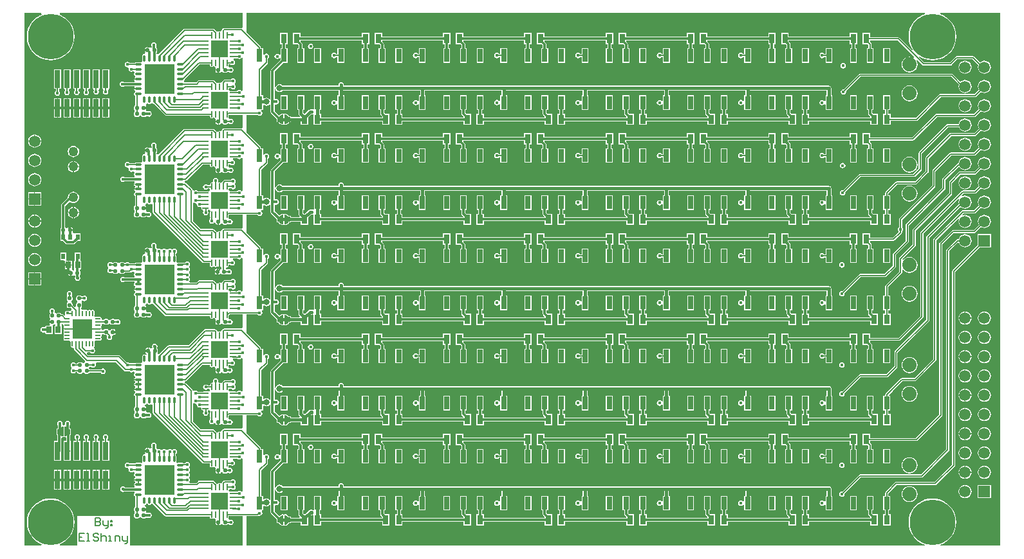
<source format=gtl>
G04*
G04 #@! TF.GenerationSoftware,Altium Limited,Altium Designer,20.0.9 (164)*
G04*
G04 Layer_Physical_Order=1*
G04 Layer_Color=255*
%FSLAX25Y25*%
%MOIN*%
G70*
G01*
G75*
%ADD10C,0.00787*%
%ADD15O,0.02953X0.00787*%
%ADD16O,0.00787X0.02953*%
%ADD17R,0.09843X0.09843*%
%ADD18R,0.03150X0.05118*%
%ADD19R,0.02500X0.02500*%
%ADD20R,0.02756X0.06693*%
%ADD21O,0.03347X0.00984*%
%ADD22O,0.00984X0.03347*%
%ADD23R,0.09055X0.09055*%
G04:AMPARAMS|DCode=24|XSize=20.47mil|YSize=22.05mil|CornerRadius=5.12mil|HoleSize=0mil|Usage=FLASHONLY|Rotation=180.000|XOffset=0mil|YOffset=0mil|HoleType=Round|Shape=RoundedRectangle|*
%AMROUNDEDRECTD24*
21,1,0.02047,0.01181,0,0,180.0*
21,1,0.01024,0.02205,0,0,180.0*
1,1,0.01024,-0.00512,0.00591*
1,1,0.01024,0.00512,0.00591*
1,1,0.01024,0.00512,-0.00591*
1,1,0.01024,-0.00512,-0.00591*
%
%ADD24ROUNDEDRECTD24*%
%ADD25R,0.15472X0.15472*%
%ADD26O,0.03937X0.01181*%
%ADD27O,0.01181X0.03937*%
G04:AMPARAMS|DCode=28|XSize=20.47mil|YSize=22.05mil|CornerRadius=5.12mil|HoleSize=0mil|Usage=FLASHONLY|Rotation=90.000|XOffset=0mil|YOffset=0mil|HoleType=Round|Shape=RoundedRectangle|*
%AMROUNDEDRECTD28*
21,1,0.02047,0.01181,0,0,90.0*
21,1,0.01024,0.02205,0,0,90.0*
1,1,0.01024,0.00591,0.00512*
1,1,0.01024,0.00591,-0.00512*
1,1,0.01024,-0.00591,-0.00512*
1,1,0.01024,-0.00591,0.00512*
%
%ADD28ROUNDEDRECTD28*%
%ADD29R,0.02992X0.09449*%
%ADD30R,0.02165X0.03150*%
%ADD31R,0.02835X0.03543*%
%ADD32R,0.02756X0.03347*%
%ADD60C,0.01181*%
%ADD61C,0.01575*%
%ADD62C,0.01500*%
%ADD63C,0.05000*%
%ADD64R,0.05906X0.05906*%
%ADD65C,0.05906*%
%ADD66C,0.07400*%
%ADD67C,0.01772*%
%ADD68C,0.02598*%
%ADD69C,0.23622*%
%ADD70C,0.03150*%
%ADD71C,0.01968*%
G36*
X503922Y257087D02*
X503922Y12614D01*
X472947D01*
X472847Y13114D01*
X474504Y13800D01*
X476156Y14812D01*
X477630Y16071D01*
X478888Y17545D01*
X479901Y19197D01*
X480642Y20987D01*
X481095Y22871D01*
X481247Y24803D01*
X481095Y26735D01*
X480642Y28619D01*
X479901Y30410D01*
X478888Y32062D01*
X477630Y33535D01*
X476156Y34794D01*
X474504Y35806D01*
X472714Y36548D01*
X470829Y37000D01*
X468898Y37152D01*
X466966Y37000D01*
X465082Y36548D01*
X463291Y35806D01*
X461639Y34794D01*
X460166Y33535D01*
X458907Y32062D01*
X457895Y30410D01*
X457153Y28619D01*
X456701Y26735D01*
X456549Y24803D01*
X456701Y22871D01*
X457153Y20987D01*
X457895Y19197D01*
X458907Y17545D01*
X460166Y16071D01*
X461639Y14812D01*
X463291Y13800D01*
X464948Y13114D01*
X464849Y12614D01*
X113779D01*
Y27931D01*
X119464D01*
X119464Y27931D01*
X119774Y27992D01*
X120036Y28168D01*
X120064Y28196D01*
X120472Y28115D01*
X121013Y28222D01*
X121472Y28528D01*
X121778Y28987D01*
X121885Y29528D01*
X121778Y30068D01*
X121557Y30399D01*
X121718Y30826D01*
X121778Y30899D01*
X122250D01*
Y33122D01*
X122750Y33389D01*
X123206Y33085D01*
X124016Y32924D01*
X124825Y33085D01*
X125512Y33544D01*
X125655Y33759D01*
X126155Y33607D01*
Y29890D01*
X126232Y29503D01*
X126451Y29176D01*
X129421Y26206D01*
Y24334D01*
X130364D01*
X130394Y24262D01*
X131098Y23559D01*
X131177Y23526D01*
X131238Y23465D01*
X132157Y23084D01*
X132243D01*
X132323Y23051D01*
X132820D01*
X133071Y23155D01*
X133322Y23051D01*
X133819D01*
X133899Y23084D01*
X133985D01*
X134904Y23465D01*
X134965Y23526D01*
X135044Y23559D01*
X135747Y24262D01*
X135777Y24334D01*
X136721D01*
Y24812D01*
X141726D01*
Y23025D01*
X145676D01*
Y27285D01*
X146956Y28566D01*
X147244Y28508D01*
X147785Y28616D01*
X147919Y28705D01*
X148419Y28438D01*
Y23025D01*
X152368D01*
Y24974D01*
X183852D01*
Y23025D01*
X187802D01*
Y28943D01*
X185280D01*
X184868Y29355D01*
Y30899D01*
X185636D01*
Y38392D01*
X182080D01*
Y30899D01*
X182848D01*
Y28937D01*
X182925Y28550D01*
X183144Y28223D01*
X183852Y27515D01*
Y26994D01*
X152368D01*
Y28943D01*
X151566D01*
Y30899D01*
X152172D01*
Y38392D01*
X148616D01*
Y31227D01*
X148542Y31167D01*
X148116Y31005D01*
X147785Y31227D01*
X147244Y31334D01*
X146703Y31227D01*
X146353Y30992D01*
X146153Y30953D01*
X145773Y30698D01*
X144017Y28943D01*
X143384D01*
X142905Y29423D01*
Y30899D01*
X143510D01*
Y38392D01*
X139954D01*
Y30899D01*
X140560D01*
Y28937D01*
X140649Y28488D01*
X140903Y28108D01*
X141354Y27657D01*
X141147Y27157D01*
X136721D01*
Y27634D01*
X135777D01*
X135747Y27707D01*
X135044Y28410D01*
X134965Y28443D01*
X134904Y28504D01*
X133985Y28884D01*
X133899D01*
X133819Y28917D01*
X133322D01*
X133071Y28813D01*
X132820Y28917D01*
X132323D01*
X132243Y28884D01*
X132157D01*
X131238Y28504D01*
X131177Y28443D01*
X131098Y28410D01*
X130586Y27898D01*
X128175Y30308D01*
Y33467D01*
X128675Y33718D01*
X129134Y33626D01*
X129675Y33734D01*
X130133Y34040D01*
X130439Y34499D01*
X130547Y35039D01*
X130439Y35580D01*
X130133Y36039D01*
X129675Y36345D01*
X129134Y36452D01*
X128675Y36361D01*
X128175Y36612D01*
Y41664D01*
X128675Y41713D01*
X128754Y41316D01*
X129213Y40630D01*
X129899Y40172D01*
X130709Y40010D01*
X131518Y40172D01*
X132204Y40630D01*
X132395Y40915D01*
X161388D01*
Y38392D01*
X160820D01*
Y35630D01*
X160721Y35548D01*
X160054Y35645D01*
X159596Y35951D01*
X159055Y36059D01*
X158514Y35951D01*
X158056Y35645D01*
X157750Y35186D01*
X157642Y34646D01*
X157750Y34105D01*
X158056Y33647D01*
X158514Y33340D01*
X159055Y33233D01*
X159596Y33340D01*
X160054Y33647D01*
X160721Y33744D01*
X160820Y33661D01*
Y30899D01*
X164376D01*
Y38392D01*
X163809D01*
Y40915D01*
X203514D01*
Y38392D01*
X202946D01*
Y35630D01*
X202847Y35548D01*
X202180Y35645D01*
X201722Y35951D01*
X201181Y36059D01*
X200640Y35951D01*
X200182Y35645D01*
X199876Y35186D01*
X199768Y34646D01*
X199876Y34105D01*
X200182Y33647D01*
X200640Y33340D01*
X201181Y33233D01*
X201722Y33340D01*
X202180Y33647D01*
X202847Y33744D01*
X202946Y33661D01*
Y30899D01*
X206502D01*
Y38392D01*
X205935D01*
Y40915D01*
X245640D01*
Y38392D01*
X245072D01*
Y35630D01*
X244972Y35548D01*
X244306Y35645D01*
X243848Y35951D01*
X243307Y36059D01*
X242766Y35951D01*
X242308Y35645D01*
X242002Y35186D01*
X241894Y34646D01*
X242002Y34105D01*
X242308Y33647D01*
X242766Y33340D01*
X243307Y33233D01*
X243848Y33340D01*
X244306Y33647D01*
X244972Y33744D01*
X245072Y33661D01*
Y30899D01*
X248628D01*
Y38392D01*
X248061D01*
Y40915D01*
X287766D01*
Y38392D01*
X287198D01*
Y35630D01*
X287099Y35548D01*
X286432Y35645D01*
X285974Y35951D01*
X285433Y36059D01*
X284892Y35951D01*
X284434Y35645D01*
X284128Y35186D01*
X284020Y34646D01*
X284128Y34105D01*
X284434Y33647D01*
X284892Y33340D01*
X285433Y33233D01*
X285974Y33340D01*
X286432Y33647D01*
X287099Y33744D01*
X287198Y33661D01*
Y30899D01*
X290754D01*
Y38392D01*
X290187D01*
Y40915D01*
X329892D01*
Y38392D01*
X329324D01*
Y35630D01*
X329224Y35548D01*
X328558Y35645D01*
X328100Y35951D01*
X327559Y36059D01*
X327018Y35951D01*
X326560Y35645D01*
X326254Y35186D01*
X326146Y34646D01*
X326254Y34105D01*
X326560Y33647D01*
X327018Y33340D01*
X327559Y33233D01*
X328100Y33340D01*
X328558Y33647D01*
X329224Y33744D01*
X329324Y33661D01*
Y30899D01*
X332880D01*
Y38392D01*
X332313D01*
Y40915D01*
X372018D01*
Y38392D01*
X371450D01*
Y35630D01*
X371351Y35548D01*
X370684Y35645D01*
X370226Y35951D01*
X369685Y36059D01*
X369144Y35951D01*
X368686Y35645D01*
X368380Y35186D01*
X368272Y34646D01*
X368380Y34105D01*
X368686Y33647D01*
X369144Y33340D01*
X369685Y33233D01*
X370226Y33340D01*
X370684Y33647D01*
X371351Y33744D01*
X371450Y33661D01*
Y30899D01*
X375006D01*
Y38392D01*
X374439D01*
Y40915D01*
X414144D01*
Y38392D01*
X413576D01*
Y35630D01*
X413477Y35548D01*
X412810Y35645D01*
X412352Y35951D01*
X411811Y36059D01*
X411270Y35951D01*
X410812Y35645D01*
X410506Y35186D01*
X410398Y34646D01*
X410506Y34105D01*
X410812Y33647D01*
X411270Y33340D01*
X411811Y33233D01*
X412352Y33340D01*
X412810Y33647D01*
X413477Y33744D01*
X413576Y33661D01*
Y30899D01*
X417132D01*
Y38392D01*
X416565D01*
Y42126D01*
X416473Y42589D01*
X416210Y42982D01*
X415818Y43244D01*
X415354Y43337D01*
X164310D01*
X164011Y43701D01*
X163904Y44241D01*
X163598Y44700D01*
X163139Y45006D01*
X162598Y45114D01*
X162058Y45006D01*
X161599Y44700D01*
X161293Y44241D01*
X161186Y43701D01*
X160887Y43337D01*
X132395D01*
X132204Y43622D01*
X131518Y44080D01*
X130709Y44241D01*
X129899Y44080D01*
X129213Y43622D01*
X128754Y42935D01*
X128675Y42539D01*
X128175Y42588D01*
Y50763D01*
X132721Y55309D01*
X134849D01*
Y62802D01*
X134081D01*
Y64758D01*
X135046D01*
Y70676D01*
X131096D01*
Y64758D01*
X132061D01*
Y62802D01*
X131293D01*
Y59646D01*
X131193Y59563D01*
X130527Y59661D01*
X130068Y59967D01*
X129528Y60074D01*
X128987Y59967D01*
X128528Y59661D01*
X128222Y59202D01*
X128115Y58661D01*
X128222Y58121D01*
X128528Y57662D01*
X128987Y57356D01*
X129528Y57249D01*
X130068Y57356D01*
X130527Y57662D01*
X131193Y57759D01*
X131293Y57677D01*
Y56737D01*
X126451Y51895D01*
X126232Y51568D01*
X126155Y51181D01*
Y36472D01*
X125655Y36320D01*
X125512Y36535D01*
X124825Y36994D01*
X124016Y37155D01*
X123206Y36994D01*
X122750Y36689D01*
X122250Y36957D01*
Y38392D01*
X121282D01*
Y51633D01*
X124588Y54940D01*
X124588Y54940D01*
X124763Y55202D01*
X124825Y55512D01*
X124825Y55512D01*
Y57535D01*
X125015Y57662D01*
X125321Y58121D01*
X125429Y58661D01*
X125321Y59202D01*
X125015Y59661D01*
X124557Y59967D01*
X124016Y60074D01*
X123475Y59967D01*
X123017Y59661D01*
X122350Y59563D01*
X122250Y59646D01*
Y62802D01*
X121152D01*
Y63121D01*
X121091Y63431D01*
X120915Y63694D01*
X113779Y70829D01*
Y80293D01*
X119346D01*
X119473Y80103D01*
X119932Y79797D01*
X120472Y79689D01*
X121013Y79797D01*
X121472Y80103D01*
X121778Y80562D01*
X121885Y81102D01*
X121778Y81643D01*
X121472Y82102D01*
X121374Y82768D01*
X121457Y82868D01*
X122250D01*
Y85091D01*
X122750Y85358D01*
X123206Y85053D01*
X124016Y84892D01*
X124825Y85053D01*
X125512Y85512D01*
X125655Y85727D01*
X126155Y85575D01*
Y81858D01*
X126232Y81472D01*
X126451Y81144D01*
X129421Y78175D01*
Y76303D01*
X130364D01*
X130394Y76231D01*
X131098Y75527D01*
X131177Y75494D01*
X131238Y75433D01*
X132157Y75053D01*
X132243D01*
X132323Y75020D01*
X132820D01*
X133071Y75124D01*
X133322Y75020D01*
X133819D01*
X133899Y75053D01*
X133985D01*
X134904Y75433D01*
X134965Y75494D01*
X135044Y75527D01*
X135747Y76231D01*
X135777Y76303D01*
X136721D01*
Y76780D01*
X141726D01*
Y74994D01*
X145676D01*
Y79254D01*
X146956Y80534D01*
X147244Y80477D01*
X147785Y80584D01*
X147919Y80674D01*
X148419Y80407D01*
Y74994D01*
X152368D01*
Y76943D01*
X183852D01*
Y74994D01*
X187802D01*
Y80912D01*
X185280D01*
X184868Y81324D01*
Y82868D01*
X185636D01*
Y90361D01*
X182080D01*
Y82868D01*
X182848D01*
Y80905D01*
X182925Y80519D01*
X183144Y80191D01*
X183852Y79483D01*
Y78963D01*
X152368D01*
Y80912D01*
X151566D01*
Y82868D01*
X152172D01*
Y90361D01*
X148616D01*
Y83196D01*
X148542Y83135D01*
X148116Y82974D01*
X147785Y83195D01*
X147244Y83303D01*
X146703Y83195D01*
X146353Y82961D01*
X146153Y82921D01*
X145773Y82667D01*
X144017Y80912D01*
X143384D01*
X142905Y81391D01*
Y82868D01*
X143510D01*
Y90361D01*
X139954D01*
Y82868D01*
X140560D01*
Y80905D01*
X140649Y80457D01*
X140903Y80076D01*
X141354Y79625D01*
X141147Y79125D01*
X136721D01*
Y79603D01*
X135777D01*
X135747Y79675D01*
X135044Y80378D01*
X134965Y80411D01*
X134904Y80472D01*
X133985Y80853D01*
X133899D01*
X133819Y80886D01*
X133322D01*
X133071Y80782D01*
X132820Y80886D01*
X132323D01*
X132243Y80853D01*
X132157D01*
X131238Y80472D01*
X131177Y80411D01*
X131098Y80378D01*
X130586Y79866D01*
X128175Y82277D01*
Y85435D01*
X128675Y85686D01*
X129134Y85595D01*
X129675Y85703D01*
X130133Y86009D01*
X130439Y86467D01*
X130547Y87008D01*
X130439Y87549D01*
X130133Y88007D01*
X129675Y88313D01*
X129134Y88421D01*
X128675Y88330D01*
X128175Y88581D01*
Y93633D01*
X128675Y93682D01*
X128754Y93285D01*
X129213Y92599D01*
X129899Y92140D01*
X130709Y91979D01*
X131518Y92140D01*
X132204Y92599D01*
X132395Y92884D01*
X161388D01*
Y90361D01*
X160820D01*
Y87598D01*
X160721Y87516D01*
X160054Y87613D01*
X159596Y87920D01*
X159055Y88027D01*
X158514Y87920D01*
X158056Y87613D01*
X157750Y87155D01*
X157642Y86614D01*
X157750Y86073D01*
X158056Y85615D01*
X158514Y85309D01*
X159055Y85201D01*
X159596Y85309D01*
X160054Y85615D01*
X160721Y85712D01*
X160820Y85630D01*
Y82868D01*
X164376D01*
Y90361D01*
X163809D01*
Y92884D01*
X203514D01*
Y90361D01*
X202946D01*
Y87599D01*
X202847Y87516D01*
X202180Y87613D01*
X201722Y87920D01*
X201181Y88027D01*
X200640Y87920D01*
X200182Y87613D01*
X199876Y87155D01*
X199768Y86614D01*
X199876Y86073D01*
X200182Y85615D01*
X200640Y85309D01*
X201181Y85201D01*
X201722Y85309D01*
X202180Y85615D01*
X202847Y85712D01*
X202946Y85630D01*
Y82868D01*
X206502D01*
Y90361D01*
X205935D01*
Y92884D01*
X245640D01*
Y90361D01*
X245072D01*
Y87599D01*
X244972Y87516D01*
X244306Y87613D01*
X243848Y87920D01*
X243307Y88027D01*
X242766Y87920D01*
X242308Y87613D01*
X242002Y87155D01*
X241894Y86614D01*
X242002Y86073D01*
X242308Y85615D01*
X242766Y85309D01*
X243307Y85201D01*
X243848Y85309D01*
X244306Y85615D01*
X244972Y85712D01*
X245072Y85630D01*
Y82868D01*
X248628D01*
Y90361D01*
X248061D01*
Y92884D01*
X287766D01*
Y90361D01*
X287198D01*
Y87599D01*
X287099Y87516D01*
X286432Y87613D01*
X285974Y87920D01*
X285433Y88027D01*
X284892Y87920D01*
X284434Y87613D01*
X284128Y87155D01*
X284020Y86614D01*
X284128Y86073D01*
X284434Y85615D01*
X284892Y85309D01*
X285433Y85201D01*
X285974Y85309D01*
X286432Y85615D01*
X287099Y85712D01*
X287198Y85630D01*
Y82868D01*
X290754D01*
Y90361D01*
X290187D01*
Y92884D01*
X329892D01*
Y90361D01*
X329324D01*
Y87599D01*
X329224Y87516D01*
X328558Y87613D01*
X328100Y87920D01*
X327559Y88027D01*
X327018Y87920D01*
X326560Y87613D01*
X326254Y87155D01*
X326146Y86614D01*
X326254Y86073D01*
X326560Y85615D01*
X327018Y85309D01*
X327559Y85201D01*
X328100Y85309D01*
X328558Y85615D01*
X329224Y85712D01*
X329324Y85630D01*
Y82868D01*
X332880D01*
Y90361D01*
X332313D01*
Y92884D01*
X372018D01*
Y90361D01*
X371450D01*
Y87599D01*
X371351Y87516D01*
X370684Y87613D01*
X370226Y87920D01*
X369685Y88027D01*
X369144Y87920D01*
X368686Y87613D01*
X368380Y87155D01*
X368272Y86614D01*
X368380Y86073D01*
X368686Y85615D01*
X369144Y85309D01*
X369685Y85201D01*
X370226Y85309D01*
X370684Y85615D01*
X371351Y85712D01*
X371450Y85630D01*
Y82868D01*
X375006D01*
Y90361D01*
X374439D01*
Y92884D01*
X414144D01*
Y90361D01*
X413576D01*
Y87599D01*
X413477Y87516D01*
X412810Y87613D01*
X412352Y87920D01*
X411811Y88027D01*
X411270Y87920D01*
X410812Y87613D01*
X410506Y87155D01*
X410398Y86614D01*
X410506Y86073D01*
X410812Y85615D01*
X411270Y85309D01*
X411811Y85201D01*
X412352Y85309D01*
X412810Y85615D01*
X413477Y85712D01*
X413576Y85630D01*
Y82868D01*
X417132D01*
Y90361D01*
X416565D01*
Y94095D01*
X416473Y94558D01*
X416210Y94951D01*
X415818Y95213D01*
X415354Y95305D01*
X164310D01*
X164011Y95669D01*
X163904Y96210D01*
X163598Y96668D01*
X163139Y96975D01*
X162598Y97082D01*
X162058Y96975D01*
X161599Y96668D01*
X161293Y96210D01*
X161186Y95669D01*
X160887Y95305D01*
X132395D01*
X132204Y95590D01*
X131518Y96049D01*
X130709Y96210D01*
X129899Y96049D01*
X129213Y95590D01*
X128754Y94904D01*
X128675Y94507D01*
X128175Y94556D01*
Y102731D01*
X132721Y107277D01*
X134849D01*
Y114770D01*
X134081D01*
Y116726D01*
X135046D01*
Y122644D01*
X131096D01*
Y116726D01*
X132061D01*
Y114770D01*
X131293D01*
Y111614D01*
X131193Y111532D01*
X130527Y111629D01*
X130068Y111935D01*
X129528Y112043D01*
X128987Y111935D01*
X128528Y111629D01*
X128222Y111171D01*
X128115Y110630D01*
X128222Y110089D01*
X128528Y109631D01*
X128987Y109325D01*
X129528Y109217D01*
X130068Y109325D01*
X130527Y109631D01*
X131193Y109728D01*
X131293Y109646D01*
Y108705D01*
X126451Y103864D01*
X126232Y103536D01*
X126155Y103150D01*
Y88440D01*
X125655Y88288D01*
X125512Y88504D01*
X124825Y88962D01*
X124016Y89123D01*
X123206Y88962D01*
X122750Y88658D01*
X122250Y88925D01*
Y90361D01*
X121282D01*
Y103602D01*
X124588Y106908D01*
X124588Y106908D01*
X124763Y107171D01*
X124825Y107480D01*
X124825Y107480D01*
Y109504D01*
X125015Y109631D01*
X125321Y110089D01*
X125429Y110630D01*
X125321Y111171D01*
X125015Y111629D01*
X124557Y111935D01*
X124016Y112043D01*
X123475Y111935D01*
X123017Y111629D01*
X122350Y111532D01*
X122250Y111614D01*
Y114770D01*
X121152D01*
Y115090D01*
X121091Y115400D01*
X120915Y115662D01*
X113779Y122798D01*
Y132655D01*
X119346D01*
X119473Y132466D01*
X119932Y132159D01*
X120472Y132052D01*
X121013Y132159D01*
X121472Y132466D01*
X121778Y132924D01*
X121885Y133465D01*
X121778Y134005D01*
X121557Y134336D01*
X121718Y134763D01*
X121778Y134836D01*
X122250D01*
Y137059D01*
X122750Y137327D01*
X123206Y137022D01*
X124016Y136861D01*
X124825Y137022D01*
X125512Y137480D01*
X125655Y137696D01*
X126155Y137544D01*
Y133827D01*
X126232Y133440D01*
X126451Y133113D01*
X129421Y130143D01*
Y128271D01*
X130364D01*
X130394Y128199D01*
X131098Y127496D01*
X131177Y127463D01*
X131238Y127402D01*
X132157Y127021D01*
X132243D01*
X132323Y126988D01*
X132820D01*
X133071Y127092D01*
X133322Y126988D01*
X133819D01*
X133899Y127021D01*
X133985D01*
X134904Y127402D01*
X134965Y127463D01*
X135044Y127496D01*
X135747Y128199D01*
X135777Y128271D01*
X136721D01*
Y128749D01*
X141726D01*
Y126962D01*
X145676D01*
Y131222D01*
X146956Y132503D01*
X147244Y132445D01*
X147785Y132553D01*
X147919Y132642D01*
X148419Y132375D01*
Y126962D01*
X152368D01*
Y128911D01*
X183852D01*
Y126962D01*
X187802D01*
Y132880D01*
X185280D01*
X184868Y133292D01*
Y134836D01*
X185636D01*
Y142329D01*
X182080D01*
Y134836D01*
X182848D01*
Y132874D01*
X182925Y132487D01*
X183144Y132160D01*
X183852Y131452D01*
Y130931D01*
X152368D01*
Y132880D01*
X151566D01*
Y134836D01*
X152172D01*
Y142329D01*
X148616D01*
Y135164D01*
X148542Y135104D01*
X148116Y134943D01*
X147785Y135164D01*
X147244Y135271D01*
X146703Y135164D01*
X146353Y134929D01*
X146153Y134890D01*
X145773Y134635D01*
X144017Y132880D01*
X143384D01*
X142905Y133360D01*
Y134836D01*
X143510D01*
Y142329D01*
X139954D01*
Y134836D01*
X140560D01*
Y132874D01*
X140649Y132425D01*
X140903Y132045D01*
X141354Y131594D01*
X141147Y131094D01*
X136721D01*
Y131571D01*
X135777D01*
X135747Y131643D01*
X135044Y132347D01*
X134965Y132380D01*
X134904Y132441D01*
X133985Y132821D01*
X133899D01*
X133819Y132854D01*
X133322D01*
X133071Y132750D01*
X132820Y132854D01*
X132323D01*
X132243Y132821D01*
X132157D01*
X131238Y132441D01*
X131177Y132380D01*
X131098Y132347D01*
X130586Y131835D01*
X128175Y134245D01*
Y137404D01*
X128675Y137655D01*
X129134Y137563D01*
X129675Y137671D01*
X130133Y137977D01*
X130439Y138436D01*
X130547Y138976D01*
X130439Y139517D01*
X130133Y139976D01*
X129675Y140282D01*
X129134Y140389D01*
X128675Y140298D01*
X128175Y140549D01*
Y145601D01*
X128675Y145650D01*
X128754Y145253D01*
X129213Y144567D01*
X129899Y144109D01*
X130709Y143948D01*
X131518Y144109D01*
X132204Y144567D01*
X132395Y144852D01*
X161388D01*
Y142329D01*
X160820D01*
Y139567D01*
X160721Y139485D01*
X160054Y139582D01*
X159596Y139888D01*
X159055Y139996D01*
X158514Y139888D01*
X158056Y139582D01*
X157750Y139123D01*
X157642Y138583D01*
X157750Y138042D01*
X158056Y137584D01*
X158514Y137277D01*
X159055Y137170D01*
X159596Y137277D01*
X160054Y137584D01*
X160721Y137681D01*
X160820Y137599D01*
Y134836D01*
X164376D01*
Y142329D01*
X163809D01*
Y144852D01*
X203514D01*
Y142329D01*
X202946D01*
Y139567D01*
X202847Y139485D01*
X202180Y139582D01*
X201722Y139888D01*
X201181Y139996D01*
X200640Y139888D01*
X200182Y139582D01*
X199876Y139123D01*
X199768Y138583D01*
X199876Y138042D01*
X200182Y137584D01*
X200640Y137277D01*
X201181Y137170D01*
X201722Y137277D01*
X202180Y137584D01*
X202847Y137681D01*
X202946Y137598D01*
Y134836D01*
X206502D01*
Y142329D01*
X205935D01*
Y144852D01*
X245640D01*
Y142329D01*
X245072D01*
Y139567D01*
X244972Y139485D01*
X244306Y139582D01*
X243848Y139888D01*
X243307Y139996D01*
X242766Y139888D01*
X242308Y139582D01*
X242002Y139123D01*
X241894Y138583D01*
X242002Y138042D01*
X242308Y137584D01*
X242766Y137277D01*
X243307Y137170D01*
X243848Y137277D01*
X244306Y137584D01*
X244972Y137681D01*
X245072Y137598D01*
Y134836D01*
X248628D01*
Y142329D01*
X248061D01*
Y144852D01*
X287766D01*
Y142329D01*
X287198D01*
Y139567D01*
X287099Y139485D01*
X286432Y139582D01*
X285974Y139888D01*
X285433Y139996D01*
X284892Y139888D01*
X284434Y139582D01*
X284128Y139123D01*
X284020Y138583D01*
X284128Y138042D01*
X284434Y137584D01*
X284892Y137277D01*
X285433Y137170D01*
X285974Y137277D01*
X286432Y137584D01*
X287099Y137681D01*
X287198Y137598D01*
Y134836D01*
X290754D01*
Y142329D01*
X290187D01*
Y144852D01*
X329892D01*
Y142329D01*
X329324D01*
Y139567D01*
X329224Y139485D01*
X328558Y139582D01*
X328100Y139888D01*
X327559Y139996D01*
X327018Y139888D01*
X326560Y139582D01*
X326254Y139123D01*
X326146Y138583D01*
X326254Y138042D01*
X326560Y137584D01*
X327018Y137277D01*
X327559Y137170D01*
X328100Y137277D01*
X328558Y137584D01*
X329224Y137681D01*
X329324Y137598D01*
Y134836D01*
X332880D01*
Y142329D01*
X332313D01*
Y144852D01*
X372018D01*
Y142329D01*
X371450D01*
Y139567D01*
X371351Y139485D01*
X370684Y139582D01*
X370226Y139888D01*
X369685Y139996D01*
X369144Y139888D01*
X368686Y139582D01*
X368380Y139123D01*
X368272Y138583D01*
X368380Y138042D01*
X368686Y137584D01*
X369144Y137277D01*
X369685Y137170D01*
X370226Y137277D01*
X370684Y137584D01*
X371351Y137681D01*
X371450Y137598D01*
Y134836D01*
X375006D01*
Y142329D01*
X374439D01*
Y144852D01*
X414144D01*
Y142329D01*
X413576D01*
Y139567D01*
X413477Y139485D01*
X412810Y139582D01*
X412352Y139888D01*
X411811Y139996D01*
X411270Y139888D01*
X410812Y139582D01*
X410506Y139123D01*
X410398Y138583D01*
X410506Y138042D01*
X410812Y137584D01*
X411270Y137277D01*
X411811Y137170D01*
X412352Y137277D01*
X412810Y137584D01*
X413477Y137681D01*
X413576Y137598D01*
Y134836D01*
X417132D01*
Y142329D01*
X416565D01*
Y146063D01*
X416473Y146526D01*
X416210Y146919D01*
X415818Y147181D01*
X415354Y147274D01*
X164310D01*
X164011Y147638D01*
X163904Y148179D01*
X163598Y148637D01*
X163139Y148943D01*
X162598Y149051D01*
X162058Y148943D01*
X161599Y148637D01*
X161293Y148179D01*
X161186Y147638D01*
X160887Y147274D01*
X132395D01*
X132204Y147559D01*
X131518Y148017D01*
X130709Y148178D01*
X129899Y148017D01*
X129213Y147559D01*
X128754Y146873D01*
X128675Y146476D01*
X128175Y146525D01*
Y154700D01*
X132721Y159246D01*
X134849D01*
Y166739D01*
X134081D01*
Y168694D01*
X135046D01*
Y174613D01*
X131096D01*
Y168694D01*
X132061D01*
Y166739D01*
X131293D01*
Y163583D01*
X131193Y163500D01*
X130527Y163598D01*
X130068Y163904D01*
X129528Y164011D01*
X128987Y163904D01*
X128528Y163598D01*
X128222Y163139D01*
X128115Y162598D01*
X128222Y162058D01*
X128528Y161599D01*
X128987Y161293D01*
X129528Y161186D01*
X130068Y161293D01*
X130527Y161599D01*
X131193Y161697D01*
X131293Y161614D01*
Y160674D01*
X126451Y155832D01*
X126232Y155505D01*
X126155Y155118D01*
Y140409D01*
X125655Y140257D01*
X125512Y140472D01*
X124825Y140931D01*
X124016Y141092D01*
X123206Y140931D01*
X122750Y140626D01*
X122250Y140893D01*
Y142329D01*
X121282D01*
Y155570D01*
X124588Y158877D01*
X124588Y158877D01*
X124763Y159139D01*
X124825Y159449D01*
X124825Y159449D01*
Y161472D01*
X125015Y161599D01*
X125321Y162058D01*
X125429Y162598D01*
X125321Y163139D01*
X125015Y163598D01*
X124557Y163904D01*
X124016Y164011D01*
X123475Y163904D01*
X123017Y163598D01*
X122350Y163500D01*
X122250Y163583D01*
Y166739D01*
X121152D01*
Y167058D01*
X121091Y167368D01*
X120915Y167631D01*
X113779Y174767D01*
Y184230D01*
X119346D01*
X119473Y184040D01*
X119932Y183734D01*
X120472Y183626D01*
X121013Y183734D01*
X121472Y184040D01*
X121778Y184499D01*
X121885Y185039D01*
X121778Y185580D01*
X121472Y186038D01*
X121374Y186705D01*
X121457Y186805D01*
X122250D01*
Y189028D01*
X122750Y189295D01*
X123206Y188990D01*
X124016Y188829D01*
X124825Y188990D01*
X125512Y189449D01*
X125655Y189664D01*
X126155Y189513D01*
Y185795D01*
X126232Y185409D01*
X126451Y185081D01*
X129421Y182112D01*
Y180240D01*
X130364D01*
X130394Y180167D01*
X131098Y179464D01*
X131177Y179431D01*
X131238Y179370D01*
X132157Y178990D01*
X132243D01*
X132323Y178957D01*
X132820D01*
X133071Y179061D01*
X133322Y178957D01*
X133819D01*
X133899Y178990D01*
X133985D01*
X134904Y179370D01*
X134965Y179431D01*
X135044Y179464D01*
X135747Y180167D01*
X135777Y180240D01*
X136721D01*
Y180717D01*
X141726D01*
Y178931D01*
X145676D01*
Y183191D01*
X146956Y184471D01*
X147244Y184414D01*
X147785Y184521D01*
X147919Y184611D01*
X148419Y184344D01*
Y178931D01*
X152368D01*
Y180880D01*
X183852D01*
Y178931D01*
X187802D01*
Y184849D01*
X185280D01*
X184868Y185261D01*
Y186805D01*
X185636D01*
Y194298D01*
X182080D01*
Y186805D01*
X182848D01*
Y184843D01*
X182925Y184456D01*
X183144Y184128D01*
X183852Y183421D01*
Y182900D01*
X152368D01*
Y184849D01*
X151566D01*
Y186805D01*
X152172D01*
Y194298D01*
X148616D01*
Y187133D01*
X148542Y187072D01*
X148116Y186911D01*
X147785Y187132D01*
X147244Y187240D01*
X146703Y187132D01*
X146353Y186898D01*
X146153Y186858D01*
X145773Y186604D01*
X144017Y184849D01*
X143384D01*
X142905Y185328D01*
Y186805D01*
X143510D01*
Y194298D01*
X139954D01*
Y186805D01*
X140560D01*
Y184843D01*
X140649Y184394D01*
X140903Y184013D01*
X141354Y183562D01*
X141147Y183062D01*
X136721D01*
Y183540D01*
X135777D01*
X135747Y183612D01*
X135044Y184315D01*
X134965Y184348D01*
X134904Y184409D01*
X133985Y184790D01*
X133899D01*
X133819Y184823D01*
X133322D01*
X133071Y184719D01*
X132820Y184823D01*
X132323D01*
X132243Y184790D01*
X132157D01*
X131238Y184409D01*
X131177Y184348D01*
X131098Y184315D01*
X130586Y183803D01*
X128175Y186214D01*
Y189372D01*
X128675Y189623D01*
X129134Y189532D01*
X129675Y189639D01*
X130133Y189946D01*
X130439Y190404D01*
X130547Y190945D01*
X130439Y191486D01*
X130133Y191944D01*
X129675Y192250D01*
X129134Y192358D01*
X128675Y192267D01*
X128175Y192518D01*
Y197570D01*
X128675Y197619D01*
X128754Y197222D01*
X129213Y196536D01*
X129899Y196077D01*
X130709Y195916D01*
X131518Y196077D01*
X132204Y196536D01*
X132395Y196821D01*
X161388D01*
Y194298D01*
X160820D01*
Y191535D01*
X160721Y191453D01*
X160054Y191550D01*
X159596Y191857D01*
X159055Y191964D01*
X158514Y191857D01*
X158056Y191550D01*
X157750Y191092D01*
X157642Y190551D01*
X157750Y190010D01*
X158056Y189552D01*
X158514Y189246D01*
X159055Y189138D01*
X159596Y189246D01*
X160054Y189552D01*
X160721Y189649D01*
X160820Y189567D01*
Y186805D01*
X164376D01*
Y194298D01*
X163809D01*
Y196821D01*
X203514D01*
Y194298D01*
X202946D01*
Y191535D01*
X202847Y191453D01*
X202180Y191550D01*
X201722Y191857D01*
X201181Y191964D01*
X200640Y191857D01*
X200182Y191550D01*
X199876Y191092D01*
X199768Y190551D01*
X199876Y190010D01*
X200182Y189552D01*
X200640Y189246D01*
X201181Y189138D01*
X201722Y189246D01*
X202180Y189552D01*
X202847Y189649D01*
X202946Y189567D01*
Y186805D01*
X206502D01*
Y194298D01*
X205935D01*
Y196821D01*
X245640D01*
Y194298D01*
X245072D01*
Y191535D01*
X244972Y191453D01*
X244306Y191550D01*
X243848Y191857D01*
X243307Y191964D01*
X242766Y191857D01*
X242308Y191550D01*
X242002Y191092D01*
X241894Y190551D01*
X242002Y190010D01*
X242308Y189552D01*
X242766Y189246D01*
X243307Y189138D01*
X243848Y189246D01*
X244306Y189552D01*
X244972Y189649D01*
X245072Y189567D01*
Y186805D01*
X248628D01*
Y194298D01*
X248061D01*
Y196821D01*
X287766D01*
Y194298D01*
X287198D01*
Y191535D01*
X287099Y191453D01*
X286432Y191550D01*
X285974Y191857D01*
X285433Y191964D01*
X284892Y191857D01*
X284434Y191550D01*
X284128Y191092D01*
X284020Y190551D01*
X284128Y190010D01*
X284434Y189552D01*
X284892Y189246D01*
X285433Y189138D01*
X285974Y189246D01*
X286432Y189552D01*
X287099Y189649D01*
X287198Y189567D01*
Y186805D01*
X290754D01*
Y194298D01*
X290187D01*
Y196821D01*
X329892D01*
Y194298D01*
X329324D01*
Y191535D01*
X329224Y191453D01*
X328558Y191550D01*
X328100Y191857D01*
X327559Y191964D01*
X327018Y191857D01*
X326560Y191550D01*
X326254Y191092D01*
X326146Y190551D01*
X326254Y190010D01*
X326560Y189552D01*
X327018Y189246D01*
X327559Y189138D01*
X328100Y189246D01*
X328558Y189552D01*
X329224Y189649D01*
X329324Y189567D01*
Y186805D01*
X332880D01*
Y194298D01*
X332313D01*
Y196821D01*
X372018D01*
Y194298D01*
X371450D01*
Y191535D01*
X371351Y191453D01*
X370684Y191550D01*
X370226Y191857D01*
X369685Y191964D01*
X369144Y191857D01*
X368686Y191550D01*
X368380Y191092D01*
X368272Y190551D01*
X368380Y190010D01*
X368686Y189552D01*
X369144Y189246D01*
X369685Y189138D01*
X370226Y189246D01*
X370684Y189552D01*
X371351Y189649D01*
X371450Y189567D01*
Y186805D01*
X375006D01*
Y194298D01*
X374439D01*
Y196821D01*
X414144D01*
Y194298D01*
X413576D01*
Y191535D01*
X413477Y191453D01*
X412810Y191550D01*
X412352Y191857D01*
X411811Y191964D01*
X411270Y191857D01*
X410812Y191550D01*
X410506Y191092D01*
X410398Y190551D01*
X410506Y190010D01*
X410812Y189552D01*
X411270Y189246D01*
X411811Y189138D01*
X412352Y189246D01*
X412810Y189552D01*
X413477Y189649D01*
X413576Y189567D01*
Y186805D01*
X417132D01*
Y194298D01*
X416565D01*
Y198031D01*
X416473Y198495D01*
X416210Y198888D01*
X415818Y199150D01*
X415354Y199242D01*
X164310D01*
X164011Y199606D01*
X163904Y200147D01*
X163598Y200605D01*
X163139Y200912D01*
X162598Y201019D01*
X162058Y200912D01*
X161599Y200605D01*
X161293Y200147D01*
X161186Y199606D01*
X160887Y199242D01*
X132395D01*
X132204Y199527D01*
X131518Y199986D01*
X130709Y200147D01*
X129899Y199986D01*
X129213Y199527D01*
X128754Y198841D01*
X128675Y198444D01*
X128175Y198494D01*
Y206668D01*
X132721Y211214D01*
X134849D01*
Y218707D01*
X134081D01*
Y220663D01*
X135046D01*
Y226581D01*
X131096D01*
Y220663D01*
X132061D01*
Y218707D01*
X131293D01*
Y215551D01*
X131193Y215469D01*
X130527Y215566D01*
X130068Y215872D01*
X129528Y215980D01*
X128987Y215872D01*
X128528Y215566D01*
X128222Y215108D01*
X128115Y214567D01*
X128222Y214026D01*
X128528Y213568D01*
X128987Y213262D01*
X129528Y213154D01*
X130068Y213262D01*
X130527Y213568D01*
X131193Y213665D01*
X131293Y213583D01*
Y212643D01*
X126451Y207801D01*
X126232Y207473D01*
X126155Y207087D01*
Y192377D01*
X125655Y192226D01*
X125512Y192441D01*
X124825Y192899D01*
X124016Y193060D01*
X123206Y192899D01*
X122750Y192595D01*
X122250Y192862D01*
Y194298D01*
X121282D01*
Y207539D01*
X124588Y210845D01*
X124588Y210845D01*
X124763Y211108D01*
X124825Y211417D01*
X124825Y211417D01*
Y213441D01*
X125015Y213568D01*
X125321Y214026D01*
X125429Y214567D01*
X125321Y215108D01*
X125015Y215566D01*
X124557Y215872D01*
X124016Y215980D01*
X123475Y215872D01*
X123017Y215566D01*
X122350Y215469D01*
X122250Y215551D01*
Y218707D01*
X121152D01*
Y219027D01*
X121091Y219337D01*
X120915Y219599D01*
X113779Y226735D01*
Y236199D01*
X119346D01*
X119473Y236009D01*
X119932Y235702D01*
X120472Y235595D01*
X121013Y235702D01*
X121472Y236009D01*
X121778Y236467D01*
X121885Y237008D01*
X121778Y237549D01*
X121472Y238007D01*
X121374Y238673D01*
X121457Y238773D01*
X122250D01*
Y240996D01*
X122750Y241264D01*
X123206Y240959D01*
X124016Y240798D01*
X124825Y240959D01*
X125512Y241418D01*
X125655Y241633D01*
X126155Y241481D01*
Y237764D01*
X126232Y237377D01*
X126451Y237050D01*
X129421Y234080D01*
Y232208D01*
X130364D01*
X130394Y232136D01*
X131098Y231433D01*
X131177Y231400D01*
X131238Y231339D01*
X132157Y230958D01*
X132243D01*
X132323Y230925D01*
X132820D01*
X133071Y231029D01*
X133322Y230925D01*
X133819D01*
X133899Y230958D01*
X133985D01*
X134904Y231339D01*
X134965Y231400D01*
X135044Y231433D01*
X135747Y232136D01*
X135777Y232208D01*
X136721D01*
Y232686D01*
X141726D01*
Y230899D01*
X145676D01*
Y235159D01*
X146956Y236440D01*
X147244Y236382D01*
X147785Y236490D01*
X147919Y236579D01*
X148419Y236312D01*
Y230899D01*
X152368D01*
Y232848D01*
X183852D01*
Y230899D01*
X187802D01*
Y236817D01*
X185280D01*
X184868Y237229D01*
Y238773D01*
X185636D01*
Y246266D01*
X182080D01*
Y238773D01*
X182848D01*
Y236811D01*
X182925Y236424D01*
X183144Y236097D01*
X183852Y235389D01*
Y234868D01*
X152368D01*
Y236817D01*
X151566D01*
Y238773D01*
X152172D01*
Y246266D01*
X148616D01*
Y239101D01*
X148542Y239041D01*
X148116Y238880D01*
X147785Y239101D01*
X147244Y239208D01*
X146703Y239101D01*
X146353Y238866D01*
X146153Y238827D01*
X145773Y238572D01*
X144017Y236817D01*
X143384D01*
X142905Y237297D01*
Y238773D01*
X143510D01*
Y246266D01*
X139954D01*
Y238773D01*
X140560D01*
Y236811D01*
X140649Y236362D01*
X140903Y235982D01*
X141354Y235531D01*
X141147Y235031D01*
X136721D01*
Y235508D01*
X135777D01*
X135747Y235580D01*
X135044Y236284D01*
X134965Y236317D01*
X134904Y236378D01*
X133985Y236758D01*
X133899D01*
X133819Y236791D01*
X133322D01*
X133071Y236687D01*
X132820Y236791D01*
X132323D01*
X132243Y236758D01*
X132157D01*
X131238Y236378D01*
X131177Y236317D01*
X131098Y236284D01*
X130586Y235772D01*
X128175Y238182D01*
Y241341D01*
X128675Y241592D01*
X129134Y241500D01*
X129675Y241608D01*
X130133Y241914D01*
X130439Y242373D01*
X130547Y242913D01*
X130439Y243454D01*
X130133Y243913D01*
X129675Y244219D01*
X129134Y244326D01*
X128675Y244235D01*
X128175Y244486D01*
Y249538D01*
X128675Y249587D01*
X128754Y249190D01*
X129213Y248504D01*
X129899Y248046D01*
X130709Y247884D01*
X131518Y248046D01*
X132204Y248504D01*
X132395Y248789D01*
X161388D01*
Y246266D01*
X160820D01*
Y243504D01*
X160721Y243422D01*
X160054Y243519D01*
X159596Y243825D01*
X159055Y243933D01*
X158514Y243825D01*
X158056Y243519D01*
X157750Y243060D01*
X157642Y242520D01*
X157750Y241979D01*
X158056Y241521D01*
X158514Y241214D01*
X159055Y241107D01*
X159596Y241214D01*
X160054Y241521D01*
X160721Y241618D01*
X160820Y241535D01*
Y238773D01*
X164376D01*
Y246266D01*
X163809D01*
Y248789D01*
X203514D01*
Y246266D01*
X202946D01*
Y243504D01*
X202847Y243422D01*
X202180Y243519D01*
X201722Y243825D01*
X201181Y243933D01*
X200640Y243825D01*
X200182Y243519D01*
X199876Y243060D01*
X199768Y242520D01*
X199876Y241979D01*
X200182Y241521D01*
X200640Y241214D01*
X201181Y241107D01*
X201722Y241214D01*
X202180Y241521D01*
X202847Y241618D01*
X202946Y241535D01*
Y238773D01*
X206502D01*
Y246266D01*
X205935D01*
Y248789D01*
X245640D01*
Y246266D01*
X245072D01*
Y243504D01*
X244972Y243422D01*
X244306Y243519D01*
X243848Y243825D01*
X243307Y243933D01*
X242766Y243825D01*
X242308Y243519D01*
X242002Y243060D01*
X241894Y242520D01*
X242002Y241979D01*
X242308Y241521D01*
X242766Y241214D01*
X243307Y241107D01*
X243848Y241214D01*
X244306Y241521D01*
X244972Y241618D01*
X245072Y241535D01*
Y238773D01*
X248628D01*
Y246266D01*
X248061D01*
Y248789D01*
X287766D01*
Y246266D01*
X287198D01*
Y243504D01*
X287099Y243422D01*
X286432Y243519D01*
X285974Y243825D01*
X285433Y243933D01*
X284892Y243825D01*
X284434Y243519D01*
X284128Y243060D01*
X284020Y242520D01*
X284128Y241979D01*
X284434Y241521D01*
X284892Y241214D01*
X285433Y241107D01*
X285974Y241214D01*
X286432Y241521D01*
X287099Y241618D01*
X287198Y241535D01*
Y238773D01*
X290754D01*
Y246266D01*
X290187D01*
Y248789D01*
X329892D01*
Y246266D01*
X329324D01*
Y243504D01*
X329224Y243422D01*
X328558Y243519D01*
X328100Y243825D01*
X327559Y243933D01*
X327018Y243825D01*
X326560Y243519D01*
X326254Y243060D01*
X326146Y242520D01*
X326254Y241979D01*
X326560Y241521D01*
X327018Y241214D01*
X327559Y241107D01*
X328100Y241214D01*
X328558Y241521D01*
X329224Y241618D01*
X329324Y241535D01*
Y238773D01*
X332880D01*
Y246266D01*
X332313D01*
Y248789D01*
X372018D01*
Y246266D01*
X371450D01*
Y243504D01*
X371351Y243422D01*
X370684Y243519D01*
X370226Y243825D01*
X369685Y243933D01*
X369144Y243825D01*
X368686Y243519D01*
X368380Y243060D01*
X368272Y242520D01*
X368380Y241979D01*
X368686Y241521D01*
X369144Y241214D01*
X369685Y241107D01*
X370226Y241214D01*
X370684Y241521D01*
X371351Y241618D01*
X371450Y241535D01*
Y238773D01*
X375006D01*
Y246266D01*
X374439D01*
Y248789D01*
X414144D01*
Y246266D01*
X413576D01*
Y243504D01*
X413477Y243422D01*
X412810Y243519D01*
X412352Y243825D01*
X411811Y243933D01*
X411270Y243825D01*
X410812Y243519D01*
X410506Y243060D01*
X410398Y242520D01*
X410506Y241979D01*
X410812Y241521D01*
X411270Y241214D01*
X411811Y241107D01*
X412352Y241214D01*
X412810Y241521D01*
X413477Y241618D01*
X413576Y241535D01*
Y238773D01*
X417132D01*
Y246266D01*
X416565D01*
Y250000D01*
X416473Y250463D01*
X416210Y250856D01*
X415818Y251118D01*
X415354Y251211D01*
X164310D01*
X164011Y251575D01*
X163904Y252116D01*
X163598Y252574D01*
X163139Y252880D01*
X162598Y252988D01*
X162058Y252880D01*
X161599Y252574D01*
X161293Y252116D01*
X161186Y251575D01*
X160887Y251211D01*
X132395D01*
X132204Y251496D01*
X131518Y251954D01*
X130709Y252116D01*
X129899Y251954D01*
X129213Y251496D01*
X128754Y250810D01*
X128675Y250413D01*
X128175Y250462D01*
Y258637D01*
X132721Y263183D01*
X134849D01*
Y270676D01*
X134081D01*
Y272632D01*
X135046D01*
Y278550D01*
X131096D01*
Y272632D01*
X132061D01*
Y270676D01*
X131293D01*
Y267520D01*
X131193Y267437D01*
X130527Y267535D01*
X130068Y267841D01*
X129528Y267948D01*
X128987Y267841D01*
X128528Y267534D01*
X128222Y267076D01*
X128115Y266535D01*
X128222Y265995D01*
X128528Y265536D01*
X128987Y265230D01*
X129528Y265123D01*
X130068Y265230D01*
X130527Y265536D01*
X131193Y265634D01*
X131293Y265551D01*
Y264611D01*
X126451Y259769D01*
X126232Y259442D01*
X126155Y259055D01*
Y244346D01*
X125655Y244194D01*
X125512Y244409D01*
X124825Y244868D01*
X124016Y245029D01*
X123206Y244868D01*
X122750Y244563D01*
X122250Y244830D01*
Y246266D01*
X121282D01*
Y259507D01*
X124588Y262814D01*
X124588Y262814D01*
X124763Y263076D01*
X124825Y263386D01*
X124825Y263386D01*
Y265409D01*
X125015Y265536D01*
X125321Y265995D01*
X125429Y266535D01*
X125321Y267076D01*
X125015Y267534D01*
X124557Y267841D01*
X124016Y267948D01*
X123475Y267841D01*
X123017Y267535D01*
X122350Y267437D01*
X122250Y267520D01*
Y270676D01*
X121152D01*
Y270995D01*
X121091Y271305D01*
X120915Y271568D01*
X113779Y278703D01*
Y288961D01*
X464849D01*
X464948Y288461D01*
X463291Y287775D01*
X461639Y286762D01*
X460166Y285504D01*
X458907Y284030D01*
X457895Y282378D01*
X457153Y280588D01*
X456701Y278703D01*
X456549Y276772D01*
X456701Y274840D01*
X457153Y272956D01*
X457895Y271165D01*
X458586Y270038D01*
X458190Y269726D01*
X451753Y276163D01*
X451491Y276338D01*
X451181Y276400D01*
X451181Y276400D01*
X436621D01*
Y278550D01*
X432671D01*
Y272632D01*
X435476D01*
X435805Y272303D01*
Y270676D01*
X434836D01*
Y263183D01*
X438392D01*
Y270676D01*
X437423D01*
Y272638D01*
X437424Y272638D01*
X437362Y272947D01*
X437186Y273210D01*
X436621Y273776D01*
Y274781D01*
X450846D01*
X459439Y266188D01*
X459154Y265786D01*
X458157Y266199D01*
X457087Y266340D01*
X456016Y266199D01*
X455019Y265786D01*
X454163Y265129D01*
X453505Y264272D01*
X453092Y263275D01*
X452951Y262205D01*
X453092Y261134D01*
X453505Y260137D01*
X454163Y259281D01*
X455019Y258623D01*
X456016Y258210D01*
X457087Y258069D01*
X458157Y258210D01*
X459154Y258623D01*
X460011Y259281D01*
X460668Y260137D01*
X461081Y261134D01*
X461222Y262205D01*
X461081Y263275D01*
X460668Y264272D01*
X461070Y264557D01*
X463601Y262026D01*
X463601Y262026D01*
X463864Y261851D01*
X464173Y261789D01*
X478346D01*
X478346Y261789D01*
X478656Y261851D01*
X478919Y262026D01*
X481831Y264939D01*
X489822D01*
X492695Y262066D01*
X492560Y261741D01*
X492445Y260866D01*
X492560Y259991D01*
X492898Y259175D01*
X493436Y258475D01*
X494136Y257938D01*
X494951Y257600D01*
X495827Y257485D01*
X496702Y257600D01*
X497518Y257938D01*
X498218Y258475D01*
X498755Y259175D01*
X499093Y259991D01*
X499208Y260866D01*
X499093Y261741D01*
X498755Y262557D01*
X498218Y263257D01*
X497518Y263795D01*
X496702Y264133D01*
X495827Y264248D01*
X494951Y264133D01*
X494136Y263795D01*
X493638Y263412D01*
X490730Y266320D01*
X490467Y266496D01*
X490158Y266557D01*
X490157Y266557D01*
X481496D01*
X481496Y266557D01*
X481186Y266496D01*
X480924Y266320D01*
X480924Y266320D01*
X478011Y263408D01*
X464508D01*
X461852Y266064D01*
X462164Y266459D01*
X463291Y265769D01*
X465082Y265027D01*
X466966Y264575D01*
X468898Y264423D01*
X470829Y264575D01*
X472714Y265027D01*
X474504Y265769D01*
X476156Y266781D01*
X477630Y268039D01*
X478888Y269513D01*
X479901Y271165D01*
X480642Y272956D01*
X481095Y274840D01*
X481247Y276772D01*
X481095Y278703D01*
X480642Y280588D01*
X479901Y282378D01*
X478888Y284030D01*
X477630Y285504D01*
X476156Y286762D01*
X474504Y287775D01*
X472847Y288461D01*
X472947Y288961D01*
X503922D01*
Y257087D01*
D02*
G37*
G36*
X111811Y265599D02*
Y248709D01*
X111024Y248470D01*
X110877Y248689D01*
X110419Y248995D01*
X109878Y249103D01*
X109337Y248995D01*
X108879Y248689D01*
X108356Y248432D01*
X108008Y248501D01*
X105646D01*
X105357Y248444D01*
X105180Y248456D01*
X104751Y248545D01*
X104453Y249301D01*
X104749Y250030D01*
X105602D01*
X105729Y249841D01*
X106188Y249534D01*
X106728Y249427D01*
X107269Y249534D01*
X107727Y249841D01*
X108034Y250299D01*
X108141Y250840D01*
X108034Y251380D01*
X107727Y251839D01*
Y252596D01*
X108034Y253055D01*
X108141Y253596D01*
X108034Y254136D01*
X107727Y254595D01*
X107269Y254901D01*
X106728Y255009D01*
X106188Y254901D01*
X105729Y254595D01*
X105602Y254405D01*
X102426D01*
X102116Y254343D01*
X101854Y254168D01*
X101854Y254168D01*
X101054Y253368D01*
X100879Y253106D01*
X100810Y253054D01*
X100725Y253009D01*
X100130Y252823D01*
X100042Y252826D01*
X99990Y252861D01*
X99642Y252930D01*
X99294Y252861D01*
X99173Y252781D01*
X98986Y252664D01*
X98329D01*
X98142Y252781D01*
X98021Y252861D01*
X97966Y252872D01*
X96960Y253879D01*
X96697Y254054D01*
X96387Y254116D01*
X96387Y254116D01*
X89085D01*
X89085Y254116D01*
X88776Y254054D01*
X88513Y253879D01*
X88513Y253879D01*
X87609Y252975D01*
X81618D01*
X81462Y253202D01*
X81324Y254010D01*
X81543Y254338D01*
X81587Y254556D01*
X89349Y262319D01*
X94760D01*
Y261947D01*
X94829Y261599D01*
X95026Y261303D01*
X95321Y261106D01*
X95669Y261037D01*
X96017Y261106D01*
X96138Y261187D01*
X96325Y261303D01*
X96982D01*
X97169Y261187D01*
X97240Y261140D01*
X97290Y261105D01*
X97564Y260612D01*
X97663Y260309D01*
X97663Y260290D01*
X97614Y260039D01*
Y259649D01*
X99055D01*
Y259449D01*
X99255D01*
Y257929D01*
X99567D01*
X99923Y257999D01*
X100224Y258201D01*
X100364Y258411D01*
X100787Y258460D01*
X101210Y258411D01*
X101350Y258201D01*
X101652Y257999D01*
X102008Y257929D01*
X103032D01*
X103387Y257999D01*
X103689Y258201D01*
X103722Y258250D01*
X103970Y258313D01*
X104528Y258376D01*
X104663Y258349D01*
X104971Y258143D01*
X105512Y258036D01*
X106052Y258143D01*
X106511Y258450D01*
X106817Y258908D01*
X106925Y259449D01*
X106817Y259990D01*
X106511Y260448D01*
X106052Y260754D01*
X105512Y260862D01*
X104971Y260754D01*
X104706Y260879D01*
X104350Y261134D01*
X104269Y261427D01*
X104384Y261599D01*
X104453Y261947D01*
Y262380D01*
X105310D01*
X105759Y262080D01*
X106299Y261973D01*
X106840Y262080D01*
X107298Y262387D01*
X107605Y262845D01*
X107712Y263386D01*
X107605Y263927D01*
X107298Y264385D01*
X106840Y264691D01*
X106980Y265466D01*
X107973D01*
X108320Y265535D01*
X108843Y265536D01*
X109302Y265230D01*
X109843Y265123D01*
X110383Y265230D01*
X110842Y265536D01*
X111024Y265809D01*
X111811Y265599D01*
D02*
G37*
G36*
Y281690D02*
X111677Y281514D01*
X111024Y281124D01*
X111024Y281124D01*
X102036D01*
X102036Y281124D01*
X101726Y281063D01*
X101464Y280887D01*
X101464Y280887D01*
X101003Y280426D01*
X100827Y280163D01*
X100766Y279854D01*
X100765Y279854D01*
X99978Y279503D01*
X99954Y279519D01*
X99606Y279589D01*
X99258Y279519D01*
X99138Y279439D01*
X98951Y279322D01*
X98293D01*
X98106Y279439D01*
X97986Y279519D01*
X97931Y279530D01*
X96924Y280537D01*
X96662Y280713D01*
X96352Y280774D01*
X96352Y280774D01*
X81638D01*
X81638Y280774D01*
X81328Y280713D01*
X81066Y280537D01*
X81066Y280537D01*
X68336Y267807D01*
X68117Y267764D01*
X67790Y267545D01*
X67789Y267543D01*
X67033Y267776D01*
X67007Y268392D01*
X67075Y268437D01*
X67276Y268739D01*
X67347Y269094D01*
Y270276D01*
X67276Y270631D01*
X67075Y270933D01*
X66989Y271803D01*
X67053Y271900D01*
X67161Y272441D01*
X67053Y272982D01*
X66747Y273440D01*
X66289Y273746D01*
X65748Y273854D01*
X65207Y273746D01*
X64749Y273440D01*
X64443Y272982D01*
X64335Y272441D01*
X64443Y271900D01*
X64588Y271683D01*
X64630Y271470D01*
X64417Y271099D01*
X63728Y270957D01*
X63591Y270946D01*
X63309Y271134D01*
X62953Y271205D01*
X62641D01*
Y269685D01*
X62441D01*
Y269485D01*
X61000D01*
Y269094D01*
X61070Y268739D01*
X61181Y268573D01*
X60949Y268026D01*
X60799Y267835D01*
X60440Y267764D01*
X60113Y267545D01*
X59894Y267217D01*
X59817Y266831D01*
Y264075D01*
X59828Y264019D01*
X59826Y264015D01*
X59214Y263402D01*
X59209Y263401D01*
X59153Y263411D01*
X56398D01*
X56011Y263335D01*
X55713Y263136D01*
X53013D01*
X52968Y263204D01*
X52509Y263510D01*
X51968Y263618D01*
X51428Y263510D01*
X50969Y263204D01*
X50663Y262745D01*
X50555Y262205D01*
X50663Y261664D01*
X50969Y261206D01*
X51428Y260899D01*
X51968Y260792D01*
X52183Y260834D01*
X52415Y260672D01*
X52794Y260217D01*
X52795Y260214D01*
X52721Y259842D01*
X52828Y259302D01*
X53135Y258843D01*
X53593Y258537D01*
X54134Y258430D01*
X54675Y258537D01*
X55133Y258843D01*
X55444Y258785D01*
X55633Y258362D01*
X55683Y257998D01*
X55465Y257670D01*
X55388Y257283D01*
X55465Y256897D01*
X55683Y256569D01*
X55884Y256435D01*
X55955Y256004D01*
X55884Y255573D01*
X55683Y255439D01*
X55465Y255111D01*
X55427Y254924D01*
X57776D01*
Y254524D01*
X55427D01*
X55465Y254338D01*
X55683Y254010D01*
X55755Y253963D01*
X55516Y253175D01*
X50392D01*
X49950Y253471D01*
X49409Y253578D01*
X48869Y253471D01*
X48410Y253165D01*
X48104Y252706D01*
X47997Y252165D01*
X48104Y251625D01*
X48410Y251166D01*
X48869Y250860D01*
X49409Y250752D01*
X49950Y250860D01*
X50392Y251155D01*
X55516D01*
X55755Y250368D01*
X55683Y250320D01*
X55465Y249993D01*
X55427Y249806D01*
X57776D01*
Y249406D01*
X55427D01*
X55465Y249220D01*
X55683Y248892D01*
X55884Y248758D01*
X55955Y248327D01*
X55884Y247896D01*
X55683Y247761D01*
X55465Y247434D01*
X55388Y247047D01*
X55465Y246661D01*
X55683Y246333D01*
X56011Y246114D01*
X56100Y246096D01*
Y243976D01*
X56100Y241221D01*
X56062Y241213D01*
X55760Y241012D01*
X55558Y240710D01*
X55488Y240354D01*
Y239173D01*
X55558Y238818D01*
X55658Y238669D01*
X55760Y238516D01*
Y237862D01*
X55658Y237709D01*
X55558Y237561D01*
X55488Y237205D01*
Y236024D01*
X55558Y235668D01*
X55760Y235366D01*
X56062Y235165D01*
X56417Y235094D01*
X57441D01*
X57797Y235165D01*
X58098Y235366D01*
X58238Y235576D01*
X58661Y235626D01*
X59084Y235576D01*
X59224Y235366D01*
X59526Y235165D01*
X59882Y235094D01*
X60905D01*
X61261Y235165D01*
X61563Y235366D01*
X62433Y235452D01*
X62648Y235309D01*
X63189Y235201D01*
X63730Y235309D01*
X64188Y235615D01*
X64494Y236073D01*
X64602Y236614D01*
X64494Y237155D01*
X64188Y237613D01*
X63730Y237920D01*
X63189Y238027D01*
X62648Y237920D01*
X62595Y237884D01*
X61782Y238111D01*
X61649Y238645D01*
X61764Y238818D01*
X61835Y239173D01*
X61835Y239173D01*
X61835Y239190D01*
Y239564D01*
X60394D01*
Y239964D01*
X61835D01*
Y240354D01*
X61764Y240710D01*
X61563Y241012D01*
X61639Y241739D01*
X61840Y241884D01*
X62672Y241904D01*
X62999Y241685D01*
X63386Y241608D01*
X63772Y241685D01*
X64100Y241904D01*
X64234Y242105D01*
X64665Y242175D01*
X65096Y242105D01*
X65231Y241904D01*
X65558Y241685D01*
X65777Y241642D01*
X71521Y235897D01*
X71784Y235722D01*
X72093Y235660D01*
X72093Y235660D01*
X94795D01*
Y235289D01*
X94864Y234940D01*
X95061Y234645D01*
X95357Y234448D01*
X95705Y234379D01*
X96053Y234448D01*
X96173Y234528D01*
X96360Y234645D01*
X97018D01*
X97205Y234528D01*
X97325Y234448D01*
X97351Y234443D01*
X97691Y233656D01*
X97691Y233634D01*
X97684Y233624D01*
X97614Y233268D01*
Y232877D01*
X99055D01*
Y232677D01*
X99255D01*
Y231157D01*
X99567D01*
X99923Y231228D01*
X100224Y231429D01*
X100364Y231639D01*
X100787Y231688D01*
X101210Y231639D01*
X101350Y231429D01*
X101652Y231228D01*
X102008Y231157D01*
X103032D01*
X103387Y231228D01*
X103689Y231429D01*
X103722Y231478D01*
X103970Y231541D01*
X104528Y231605D01*
X104663Y231578D01*
X104971Y231372D01*
X105512Y231264D01*
X106052Y231372D01*
X106511Y231678D01*
X106817Y232137D01*
X106925Y232677D01*
X106817Y233218D01*
X106511Y233676D01*
X106052Y233983D01*
X105512Y234090D01*
X104971Y233983D01*
X104339Y234316D01*
X104252Y234690D01*
X104419Y234940D01*
X104488Y235289D01*
Y235947D01*
X104740Y236199D01*
X111811D01*
Y229722D01*
X111677Y229546D01*
X111024Y229156D01*
X111024Y229156D01*
X102036D01*
X102036Y229156D01*
X101726Y229094D01*
X101464Y228919D01*
X101464Y228919D01*
X101003Y228457D01*
X100827Y228195D01*
X100773Y227921D01*
X100637Y227835D01*
X99978Y227576D01*
X99954Y227592D01*
X99606Y227661D01*
X99258Y227592D01*
X99138Y227512D01*
X98951Y227395D01*
X98293D01*
X98106Y227512D01*
X97986Y227592D01*
X97931Y227603D01*
X96924Y228610D01*
X96662Y228785D01*
X96352Y228847D01*
X96352Y228847D01*
X81679D01*
X81679Y228847D01*
X81370Y228785D01*
X81107Y228610D01*
X81107Y228610D01*
X68336Y215839D01*
X68117Y215795D01*
X67898Y215649D01*
X67428Y215800D01*
X67120Y215991D01*
X67075Y216469D01*
X67276Y216770D01*
X67347Y217126D01*
Y218307D01*
X67276Y218663D01*
X67075Y218965D01*
X66989Y219835D01*
X67053Y219932D01*
X67161Y220472D01*
X67053Y221013D01*
X66747Y221472D01*
X66289Y221778D01*
X65748Y221885D01*
X65207Y221778D01*
X64749Y221472D01*
X64443Y221013D01*
X64335Y220472D01*
X64443Y219932D01*
X64588Y219714D01*
X64630Y219501D01*
X64417Y219130D01*
X63728Y218989D01*
X63591Y218977D01*
X63309Y219166D01*
X62953Y219237D01*
X62641D01*
Y217717D01*
X62441D01*
Y217516D01*
X61000D01*
Y217126D01*
X61070Y216770D01*
X61181Y216605D01*
X60949Y216057D01*
X60799Y215867D01*
X60440Y215795D01*
X60113Y215576D01*
X59894Y215249D01*
X59817Y214862D01*
Y212106D01*
X59828Y212051D01*
X59826Y212046D01*
X59214Y211434D01*
X59209Y211432D01*
X59153Y211443D01*
X56398D01*
X56011Y211366D01*
X55713Y211167D01*
X53013D01*
X52968Y211235D01*
X52509Y211542D01*
X51968Y211649D01*
X51428Y211542D01*
X50969Y211235D01*
X50663Y210777D01*
X50555Y210236D01*
X50663Y209696D01*
X50969Y209237D01*
X51428Y208931D01*
X51968Y208823D01*
X52183Y208866D01*
X52415Y208704D01*
X52794Y208248D01*
X52795Y208246D01*
X52721Y207874D01*
X52828Y207333D01*
X53135Y206875D01*
X53593Y206569D01*
X54134Y206461D01*
X54675Y206569D01*
X55133Y206875D01*
X55444Y206816D01*
X55633Y206393D01*
X55683Y206029D01*
X55465Y205701D01*
X55388Y205315D01*
X55465Y204928D01*
X55683Y204601D01*
X55755Y204553D01*
X55516Y203766D01*
X50589D01*
X50147Y204061D01*
X49606Y204169D01*
X49066Y204061D01*
X48607Y203755D01*
X48301Y203297D01*
X48193Y202756D01*
X48301Y202215D01*
X48607Y201757D01*
X49066Y201450D01*
X49606Y201343D01*
X50147Y201450D01*
X50589Y201746D01*
X55516D01*
X55755Y200958D01*
X55683Y200911D01*
X55465Y200583D01*
X55427Y200397D01*
X57776D01*
Y199997D01*
X55427D01*
X55465Y199810D01*
X55683Y199483D01*
X55884Y199348D01*
X55955Y198917D01*
X55884Y198486D01*
X55683Y198352D01*
X55465Y198024D01*
X55427Y197838D01*
X57776D01*
Y197438D01*
X55427D01*
X55465Y197251D01*
X55683Y196924D01*
X55884Y196789D01*
X55955Y196358D01*
X55884Y195927D01*
X55683Y195793D01*
X55465Y195465D01*
X55388Y195079D01*
X55465Y194692D01*
X55683Y194365D01*
X55982Y194165D01*
Y189087D01*
X55685Y188888D01*
X55484Y188587D01*
X55413Y188231D01*
Y187050D01*
X55484Y186694D01*
X55583Y186545D01*
X55685Y186392D01*
Y185739D01*
X55583Y185586D01*
X55484Y185437D01*
X55413Y185081D01*
Y183900D01*
X55484Y183544D01*
X55685Y183243D01*
X55987Y183041D01*
X56343Y182970D01*
X57366D01*
X57722Y183041D01*
X58024Y183243D01*
X58164Y183452D01*
X58587Y183502D01*
X59010Y183452D01*
X59150Y183243D01*
X59451Y183041D01*
X59807Y182970D01*
X60831D01*
X61186Y183041D01*
X61488Y183243D01*
X62336Y183213D01*
X62377Y183185D01*
X62917Y183078D01*
X63458Y183185D01*
X63916Y183492D01*
X64223Y183950D01*
X64330Y184491D01*
X64223Y185031D01*
X63916Y185490D01*
X63458Y185796D01*
X62917Y185904D01*
X62377Y185796D01*
X62336Y185769D01*
X62276Y185766D01*
X61970Y186010D01*
X61622Y186416D01*
X61690Y186694D01*
X61760Y187050D01*
X61760Y187050D01*
X61760Y187069D01*
Y187440D01*
X60319D01*
Y187840D01*
X61760D01*
Y188231D01*
X61690Y188587D01*
X61488Y188888D01*
X61386Y188957D01*
X61329Y189206D01*
X61337Y189650D01*
X61386Y189832D01*
X61541Y189936D01*
X61675Y190136D01*
X62106Y190207D01*
X62537Y190136D01*
X62672Y189936D01*
X62999Y189716D01*
X63386Y189640D01*
X63772Y189716D01*
X64100Y189936D01*
X64909Y189798D01*
X65136Y189642D01*
Y185630D01*
X65136Y185630D01*
X65197Y185320D01*
X65373Y185058D01*
X90963Y159467D01*
X90963Y159467D01*
X91226Y159292D01*
X91536Y159230D01*
X91536Y159230D01*
X94760D01*
Y158045D01*
X94829Y157697D01*
X95026Y157402D01*
X95321Y157204D01*
X95669Y157135D01*
X96017Y157204D01*
X96138Y157285D01*
X96325Y157402D01*
X96982D01*
X97169Y157285D01*
X97290Y157204D01*
X97638Y157135D01*
X97986Y157204D01*
X98106Y157285D01*
X98293Y157402D01*
X98951D01*
X99138Y157285D01*
X99258Y157204D01*
X99406Y157175D01*
Y159226D01*
X99806D01*
Y157175D01*
X99954Y157204D01*
X100016Y157245D01*
X100554Y157024D01*
X100628Y156291D01*
X100610Y156200D01*
X99831Y155972D01*
X99529Y156174D01*
X99173Y156245D01*
X98861D01*
Y154724D01*
Y153204D01*
X99173D01*
X99529Y153275D01*
X99831Y153477D01*
X99971Y153686D01*
X100394Y153736D01*
X100817Y153686D01*
X100957Y153477D01*
X101258Y153275D01*
X101614Y153204D01*
X102638D01*
X102994Y153275D01*
X103295Y153477D01*
X104169Y153429D01*
X104184Y153419D01*
X104724Y153311D01*
X105265Y153419D01*
X105724Y153725D01*
X106030Y154184D01*
X106137Y154724D01*
X106030Y155265D01*
X105724Y155724D01*
X105265Y156030D01*
X104724Y156137D01*
X104184Y156030D01*
X104169Y156020D01*
X103295Y155972D01*
X102994Y156174D01*
X102934Y156186D01*
X102885Y156537D01*
X103543Y157135D01*
X103891Y157204D01*
X104186Y157402D01*
X104384Y157697D01*
X104453Y158045D01*
Y158443D01*
X105310D01*
X105759Y158143D01*
X106299Y158036D01*
X106840Y158143D01*
X107298Y158450D01*
X107605Y158908D01*
X107712Y159449D01*
X107605Y159990D01*
X107298Y160448D01*
X106840Y160754D01*
X106726Y160777D01*
X106804Y161564D01*
X107973D01*
X108320Y161634D01*
X108843Y161599D01*
X109302Y161293D01*
X109843Y161186D01*
X110383Y161293D01*
X110842Y161599D01*
X111024Y161872D01*
X111811Y161662D01*
Y144772D01*
X111024Y144533D01*
X110877Y144752D01*
X110419Y145059D01*
X109878Y145166D01*
X109337Y145059D01*
X108879Y144752D01*
X108356Y144495D01*
X108008Y144564D01*
X105646D01*
X105357Y144507D01*
X105180Y144519D01*
X104751Y144608D01*
X104453Y145364D01*
X104749Y146093D01*
X105602D01*
X105729Y145904D01*
X106188Y145597D01*
X106728Y145490D01*
X107269Y145597D01*
X107727Y145904D01*
X108034Y146362D01*
X108141Y146903D01*
X108034Y147443D01*
X107727Y147902D01*
Y148660D01*
X108034Y149118D01*
X108141Y149659D01*
X108034Y150199D01*
X107727Y150658D01*
X107269Y150964D01*
X106728Y151072D01*
X106188Y150964D01*
X105729Y150658D01*
X105602Y150468D01*
X102426D01*
X102116Y150406D01*
X101854Y150231D01*
X101854Y150231D01*
X101054Y149431D01*
X100879Y149169D01*
X100810Y149117D01*
X100725Y149072D01*
X100130Y148886D01*
X100042Y148889D01*
X99990Y148924D01*
X99642Y148993D01*
X99294Y148924D01*
X99173Y148844D01*
X98986Y148727D01*
X98329D01*
X98142Y148844D01*
X98021Y148924D01*
X97980Y148933D01*
X96924Y149988D01*
X96662Y150163D01*
X96352Y150225D01*
X96352Y150225D01*
X89091D01*
X89091Y150225D01*
X88781Y150163D01*
X88519Y149988D01*
X87568Y149038D01*
X84364D01*
X84137Y149616D01*
X84095Y149825D01*
X84376Y150247D01*
X84484Y150787D01*
X84376Y151328D01*
X84070Y151786D01*
Y152150D01*
X84376Y152609D01*
X84484Y153150D01*
X84376Y153690D01*
X84070Y154149D01*
Y154906D01*
X84376Y155365D01*
X84484Y155905D01*
X84376Y156446D01*
X84070Y156905D01*
Y157662D01*
X84376Y158121D01*
X84484Y158661D01*
X84376Y159202D01*
X84070Y159660D01*
X83612Y159967D01*
X83071Y160074D01*
X82530Y159967D01*
X82072Y159660D01*
X81864Y159349D01*
X81069D01*
X80997Y159398D01*
X80610Y159475D01*
X77854D01*
X77799Y159463D01*
X77794Y159465D01*
X77182Y160078D01*
X77180Y160082D01*
X77191Y160138D01*
Y162894D01*
X77114Y163280D01*
X77066Y163353D01*
Y164153D01*
X77256Y164280D01*
X77562Y164738D01*
X77669Y165279D01*
X77562Y165820D01*
X77256Y166278D01*
X76797Y166584D01*
X76256Y166692D01*
X75716Y166584D01*
X75257Y166278D01*
X74893D01*
X74435Y166584D01*
X73894Y166692D01*
X73353Y166584D01*
X72895Y166278D01*
X72137D01*
X71679Y166584D01*
X71138Y166692D01*
X70598Y166584D01*
X70139Y166278D01*
X69381D01*
X68923Y166584D01*
X68382Y166692D01*
X67842Y166584D01*
X67075Y166996D01*
X66989Y167866D01*
X67053Y167963D01*
X67161Y168504D01*
X67053Y169045D01*
X66747Y169503D01*
X66289Y169809D01*
X65748Y169917D01*
X65207Y169809D01*
X64749Y169503D01*
X64443Y169045D01*
X64335Y168504D01*
X64443Y167963D01*
X64588Y167746D01*
X64630Y167533D01*
X64417Y167162D01*
X63728Y167020D01*
X63591Y167008D01*
X63309Y167198D01*
X62953Y167268D01*
X62641D01*
Y165748D01*
X62441D01*
Y165548D01*
X61000D01*
Y165157D01*
X61070Y164802D01*
X61181Y164636D01*
X60949Y164089D01*
X60799Y163898D01*
X60440Y163827D01*
X60113Y163608D01*
X59894Y163280D01*
X59817Y162894D01*
Y160138D01*
X59828Y160082D01*
X59826Y160078D01*
X59214Y159465D01*
X59209Y159463D01*
X59153Y159475D01*
X56398D01*
X56011Y159398D01*
X55713Y159198D01*
X53013D01*
X52968Y159267D01*
X52509Y159573D01*
X51968Y159681D01*
X51428Y159573D01*
X51256Y159458D01*
X51227Y159448D01*
X50342Y159516D01*
X50041Y159717D01*
X49685Y159788D01*
X48661D01*
X48306Y159717D01*
X48004Y159516D01*
X47864Y159306D01*
X47441Y159256D01*
X47018Y159306D01*
X46878Y159516D01*
X46576Y159717D01*
X46220Y159788D01*
X45197D01*
X44841Y159717D01*
X44539Y159516D01*
X43666Y159563D01*
X43651Y159573D01*
X43110Y159681D01*
X42570Y159573D01*
X42111Y159267D01*
X41805Y158808D01*
X41697Y158268D01*
X41805Y157727D01*
X42111Y157269D01*
X42117Y157265D01*
Y156318D01*
X42111Y156314D01*
X41805Y155856D01*
X41697Y155315D01*
X41805Y154774D01*
X42111Y154316D01*
X42570Y154010D01*
X43110Y153902D01*
X43651Y154010D01*
X44539Y153870D01*
X44841Y153669D01*
X45197Y153598D01*
X46220D01*
X46576Y153669D01*
X46878Y153870D01*
X47018Y154080D01*
X47441Y154129D01*
X47864Y154080D01*
X48004Y153870D01*
X48306Y153669D01*
X48661Y153598D01*
X49685D01*
X50041Y153669D01*
X50342Y153870D01*
X50544Y154172D01*
X50571Y154309D01*
X53080D01*
X53080Y154309D01*
X53390Y154370D01*
X53652Y154546D01*
X53688Y154581D01*
X54134Y154492D01*
X54675Y154600D01*
X55133Y154906D01*
X55444Y154848D01*
X55633Y154425D01*
X55683Y154061D01*
X55465Y153733D01*
X55388Y153347D01*
X55465Y152960D01*
X55683Y152632D01*
X55755Y152585D01*
X55516Y151797D01*
X50589D01*
X50147Y152093D01*
X49606Y152200D01*
X49066Y152093D01*
X48607Y151786D01*
X48301Y151328D01*
X48193Y150787D01*
X48301Y150247D01*
X48607Y149788D01*
X49066Y149482D01*
X49606Y149374D01*
X50147Y149482D01*
X50589Y149777D01*
X55516D01*
X55755Y148990D01*
X55683Y148942D01*
X55465Y148615D01*
X55388Y148228D01*
X55465Y147842D01*
X55683Y147514D01*
X55884Y147380D01*
X55955Y146949D01*
X55884Y146518D01*
X55683Y146383D01*
X55465Y146056D01*
X55427Y145869D01*
X57776D01*
Y145469D01*
X55427D01*
X55465Y145283D01*
X55683Y144955D01*
X55884Y144821D01*
X55955Y144390D01*
X55884Y143959D01*
X55683Y143824D01*
X55465Y143497D01*
X55388Y143110D01*
X55465Y142724D01*
X55683Y142396D01*
X56011Y142177D01*
X56100Y142159D01*
Y139961D01*
X56081Y139862D01*
X56100Y139763D01*
Y137087D01*
X56062Y137079D01*
X55760Y136878D01*
X55558Y136576D01*
X55488Y136221D01*
Y135039D01*
X55558Y134684D01*
X55658Y134535D01*
X55760Y134382D01*
Y133728D01*
X55658Y133575D01*
X55558Y133427D01*
X55488Y133071D01*
Y131890D01*
X55558Y131534D01*
X55760Y131232D01*
X56062Y131031D01*
X56417Y130960D01*
X57441D01*
X57797Y131031D01*
X58098Y131232D01*
X58238Y131442D01*
X58661Y131492D01*
X59084Y131442D01*
X59224Y131232D01*
X59526Y131031D01*
X59882Y130960D01*
X60905D01*
X61261Y131031D01*
X61563Y131232D01*
X62433Y131318D01*
X62648Y131175D01*
X63189Y131067D01*
X63730Y131175D01*
X64188Y131481D01*
X64494Y131940D01*
X64602Y132480D01*
X64494Y133021D01*
X64188Y133479D01*
X63730Y133786D01*
X63189Y133893D01*
X62648Y133786D01*
X62595Y133750D01*
X61782Y133977D01*
X61649Y134511D01*
X61764Y134684D01*
X61835Y135039D01*
X61835Y135039D01*
X61835Y135056D01*
Y135430D01*
X60394D01*
Y135830D01*
X61835D01*
Y136221D01*
X61764Y136576D01*
X61563Y136878D01*
X61392Y136992D01*
X61327Y137268D01*
X61320Y137468D01*
X61379Y137859D01*
X61541Y137967D01*
X61675Y138168D01*
X62106Y138238D01*
X62537Y138168D01*
X62672Y137967D01*
X62999Y137748D01*
X63386Y137671D01*
X63772Y137748D01*
X64100Y137967D01*
X64234Y138168D01*
X64665Y138238D01*
X65096Y138168D01*
X65231Y137967D01*
X65558Y137748D01*
X65777Y137705D01*
X71475Y132007D01*
X71738Y131831D01*
X72047Y131770D01*
X72047Y131770D01*
X94795D01*
Y131351D01*
X94864Y131003D01*
X95061Y130708D01*
X95357Y130511D01*
X95705Y130442D01*
X96053Y130511D01*
X96173Y130592D01*
X96360Y130708D01*
X97018D01*
X97205Y130592D01*
X97325Y130511D01*
X97351Y130506D01*
X97691Y129719D01*
X97691Y129697D01*
X97684Y129686D01*
X97614Y129331D01*
Y128940D01*
X99055D01*
Y128740D01*
X99255D01*
Y127220D01*
X99567D01*
X99923Y127291D01*
X100224Y127492D01*
X100364Y127702D01*
X100787Y127752D01*
X101210Y127702D01*
X101350Y127492D01*
X101652Y127291D01*
X102008Y127220D01*
X103032D01*
X103387Y127291D01*
X103689Y127492D01*
X104563Y127445D01*
X104577Y127435D01*
X105118Y127327D01*
X105659Y127435D01*
X106117Y127741D01*
X106423Y128199D01*
X106531Y128740D01*
X106423Y129281D01*
X106117Y129739D01*
X105659Y130046D01*
X105118Y130153D01*
X104577Y130046D01*
X104222Y130708D01*
X104419Y131003D01*
X104488Y131351D01*
Y132010D01*
X105134Y132655D01*
X111811D01*
Y125785D01*
X111677Y125609D01*
X111024Y125219D01*
X111024Y125219D01*
X102036D01*
X102036Y125219D01*
X101726Y125157D01*
X101464Y124982D01*
X101464Y124982D01*
X101003Y124520D01*
X100827Y124258D01*
X100778Y124009D01*
X100772Y124004D01*
X100564Y123877D01*
X99978Y123668D01*
X99954Y123684D01*
X99606Y123753D01*
X99258Y123684D01*
X99234Y123668D01*
X99092D01*
X98454Y123918D01*
X98386Y123976D01*
X98386Y123978D01*
X98210Y124241D01*
X98210Y124241D01*
X97749Y124702D01*
X97486Y124877D01*
X97176Y124939D01*
X97176Y124939D01*
X92240D01*
X91930Y124877D01*
X91668Y124702D01*
X91668Y124702D01*
X83523Y116557D01*
X73433D01*
X73433Y116557D01*
X73124Y116496D01*
X72861Y116320D01*
X68469Y111928D01*
X68246Y111884D01*
X67924Y111992D01*
X67421Y112340D01*
X67409Y112492D01*
X67468Y112532D01*
X67670Y112833D01*
X67741Y113189D01*
Y114370D01*
X67670Y114726D01*
X67468Y115027D01*
X67447Y115601D01*
X67555Y116142D01*
X67447Y116682D01*
X67141Y117141D01*
X66682Y117447D01*
X66142Y117555D01*
X65601Y117447D01*
X65143Y117141D01*
X64836Y116682D01*
X64729Y116142D01*
X64836Y115601D01*
X64840Y115593D01*
X64752Y115325D01*
X64291Y115142D01*
X63959Y115057D01*
X63702Y115229D01*
X63346Y115300D01*
X63035D01*
Y113779D01*
X62835D01*
Y113579D01*
X61393D01*
Y113189D01*
X61464Y112833D01*
X61665Y112532D01*
X61749Y112476D01*
X61882Y111818D01*
X61717Y111731D01*
X61517Y111655D01*
X61213Y111858D01*
X60827Y111935D01*
X60440Y111858D01*
X60113Y111639D01*
X59894Y111312D01*
X59817Y110925D01*
Y108169D01*
X59828Y108114D01*
X59826Y108109D01*
X59214Y107497D01*
X59209Y107495D01*
X59153Y107506D01*
X56398D01*
X56011Y107429D01*
X55713Y107230D01*
X53013D01*
X52968Y107298D01*
X52509Y107605D01*
X51968Y107712D01*
X51745Y107668D01*
X48210Y111202D01*
X47947Y111378D01*
X47638Y111439D01*
X47638Y111439D01*
X31739D01*
X30995Y112183D01*
X31321Y112970D01*
X32732D01*
X32859Y112780D01*
X33318Y112474D01*
X33858Y112367D01*
X34399Y112474D01*
X34857Y112780D01*
X35164Y113239D01*
X35271Y113779D01*
X35164Y114320D01*
X34859Y114777D01*
X34857Y114779D01*
X34637Y115537D01*
X34752Y115756D01*
X34803Y115832D01*
X34864Y116142D01*
Y118307D01*
X34822Y118520D01*
X35089Y118849D01*
X35417Y119115D01*
X35630Y119073D01*
X37795D01*
X38105Y119134D01*
X38368Y119310D01*
X38543Y119572D01*
X38605Y119882D01*
X38543Y120192D01*
X38508Y120244D01*
X38368Y120475D01*
Y121061D01*
X38508Y121291D01*
X38543Y121344D01*
X38605Y121653D01*
X39074Y122383D01*
X39724Y122313D01*
X39815Y122177D01*
X40117Y121976D01*
X40472Y121905D01*
X40929D01*
X41398Y121229D01*
X41409Y121197D01*
X41304Y120669D01*
X41411Y120129D01*
X41717Y119670D01*
X42176Y119364D01*
X42717Y119256D01*
X43257Y119364D01*
X43716Y119670D01*
X44022Y120129D01*
X44129Y120669D01*
X44040Y121118D01*
X44094Y121315D01*
X44505Y121905D01*
X44961D01*
X45316Y121976D01*
X45618Y122177D01*
X45820Y122479D01*
X45890Y122835D01*
Y123225D01*
X44449D01*
Y123425D01*
X44249D01*
Y124945D01*
X43937D01*
X43581Y124875D01*
X43280Y124673D01*
X43139Y124463D01*
X42717Y124414D01*
X42294Y124463D01*
X42153Y124673D01*
X41852Y124875D01*
X41496Y124945D01*
X40472D01*
X40117Y124875D01*
X39815Y124673D01*
X39724Y124538D01*
X39074Y124468D01*
X38733Y124997D01*
X36713D01*
Y125397D01*
X38565D01*
X38543Y125506D01*
X38508Y125559D01*
X38455Y125646D01*
X38404Y126083D01*
X38455Y126519D01*
X38508Y126606D01*
X38543Y126659D01*
X38605Y126969D01*
X39074Y127698D01*
X39724Y127628D01*
X39815Y127492D01*
X40117Y127291D01*
X40472Y127220D01*
X41496D01*
X41852Y127291D01*
X42153Y127492D01*
X42294Y127702D01*
X42717Y127752D01*
X43139Y127702D01*
X43280Y127492D01*
X43581Y127291D01*
X43937Y127220D01*
X44961D01*
X45316Y127291D01*
X45618Y127492D01*
X46492Y127445D01*
X46507Y127435D01*
X47047Y127327D01*
X47588Y127435D01*
X48046Y127741D01*
X48353Y128199D01*
X48460Y128740D01*
X48353Y129281D01*
X48046Y129739D01*
X47588Y130046D01*
X47047Y130153D01*
X46507Y130046D01*
X46492Y130036D01*
X45618Y129988D01*
X45316Y130190D01*
X44961Y130260D01*
X43937D01*
X43581Y130190D01*
X43280Y129988D01*
X43139Y129778D01*
X42717Y129729D01*
X42294Y129778D01*
X42153Y129988D01*
X41852Y130190D01*
X41496Y130260D01*
X40472D01*
X40117Y130190D01*
X39815Y129988D01*
X39724Y129853D01*
X39074Y129783D01*
X38605Y130512D01*
X38543Y130822D01*
X38368Y131084D01*
X38105Y131260D01*
X37795Y131321D01*
X35630D01*
X35417Y131279D01*
X35089Y131545D01*
X34822Y131874D01*
X34864Y132087D01*
Y134252D01*
X34803Y134562D01*
X34627Y134824D01*
X34365Y135000D01*
X34055Y135061D01*
X33745Y135000D01*
X33693Y134964D01*
X33462Y134824D01*
X32876D01*
X32646Y134964D01*
X32593Y135000D01*
X32283Y135061D01*
X31974Y135000D01*
X31921Y134964D01*
X31691Y134824D01*
X31104D01*
X30874Y134964D01*
X30821Y135000D01*
X30512Y135061D01*
X30512Y135061D01*
X30202Y135000D01*
X29626Y134879D01*
X29050Y135000D01*
X28740Y135061D01*
X28740Y135061D01*
X28011Y135531D01*
X28081Y136181D01*
X28216Y136272D01*
X28418Y136573D01*
X28489Y136929D01*
Y137953D01*
X28418Y138309D01*
X28216Y138610D01*
X28267Y139440D01*
X28482Y139725D01*
X29092Y139700D01*
X29184Y139639D01*
X29724Y139532D01*
X30265Y139639D01*
X30724Y139946D01*
X31030Y140404D01*
X31137Y140945D01*
X31030Y141486D01*
X30724Y141944D01*
X30265Y142250D01*
X29724Y142358D01*
X29184Y142250D01*
X29079Y142180D01*
X28216Y142075D01*
X27915Y142276D01*
X27559Y142347D01*
X26378D01*
X26022Y142276D01*
X25721Y142075D01*
X25519Y141773D01*
X25448Y141417D01*
Y140394D01*
X25519Y140038D01*
X25721Y139736D01*
X25930Y139596D01*
X25980Y139173D01*
X25930Y138750D01*
X25721Y138610D01*
X25519Y138309D01*
X25448Y137953D01*
Y136929D01*
X25468Y136829D01*
X24743Y136441D01*
X23728Y137456D01*
X23568Y137563D01*
Y137953D01*
X23497Y138309D01*
X23295Y138610D01*
X23086Y138750D01*
X23036Y139173D01*
X23086Y139596D01*
X23295Y139736D01*
X23497Y140038D01*
X23568Y140394D01*
Y141417D01*
X23497Y141773D01*
X23295Y142075D01*
X23353Y142766D01*
X23460Y143307D01*
X23353Y143848D01*
X23046Y144306D01*
X22588Y144613D01*
X22047Y144720D01*
X21507Y144613D01*
X21048Y144306D01*
X20742Y143848D01*
X20634Y143307D01*
X20742Y142766D01*
X20799Y142075D01*
X20598Y141773D01*
X20527Y141417D01*
Y140394D01*
X20598Y140038D01*
X20799Y139736D01*
X21009Y139596D01*
X21059Y139173D01*
X21009Y138750D01*
X20799Y138610D01*
X20598Y138309D01*
X20527Y137953D01*
Y136929D01*
X20598Y136573D01*
X20799Y136272D01*
X21101Y136070D01*
X21457Y136000D01*
X22511D01*
X22840Y135624D01*
X23025Y135282D01*
X22915Y134866D01*
X22853Y134824D01*
X22750Y134670D01*
X22674Y134613D01*
X22436Y134515D01*
X21845Y134400D01*
X21679Y134511D01*
X21138Y134619D01*
X20597Y134511D01*
X20139Y134205D01*
X19833Y133747D01*
X19725Y133206D01*
X19833Y132665D01*
X19919Y132536D01*
X19308Y132034D01*
X18879Y132462D01*
X18617Y132637D01*
X18307Y132699D01*
X17867Y132836D01*
X17665Y133138D01*
X17364Y133339D01*
X17008Y133410D01*
X15984D01*
X15629Y133339D01*
X15343Y133148D01*
X15246Y133151D01*
X14514Y133273D01*
X14267Y133663D01*
X14298Y133908D01*
X14405Y134449D01*
X14298Y134990D01*
X13991Y135448D01*
X13533Y135754D01*
X12992Y135862D01*
X12451Y135754D01*
X11993Y135448D01*
X11687Y134990D01*
X11579Y134449D01*
X11687Y133908D01*
X11862Y133138D01*
X11661Y132836D01*
X11590Y132480D01*
Y131299D01*
X11661Y130943D01*
X11727Y130844D01*
X11862Y130642D01*
Y129988D01*
X11727Y129786D01*
X11661Y129686D01*
X11590Y129331D01*
Y128940D01*
X13032D01*
Y128540D01*
X11590D01*
Y128150D01*
X11661Y127794D01*
X11862Y127492D01*
X11900Y127467D01*
X11661Y126680D01*
X9639D01*
Y126435D01*
X9392Y126231D01*
X8852Y125942D01*
X8465Y126019D01*
X7924Y125912D01*
X7465Y125605D01*
X7159Y125147D01*
X7052Y124606D01*
X7159Y124066D01*
X7465Y123607D01*
X7924Y123301D01*
X8465Y123193D01*
X8852Y123270D01*
X9392Y122982D01*
X9639Y122778D01*
Y122533D01*
X13195D01*
X13195Y126548D01*
X13356Y126859D01*
X13711Y127253D01*
X13899Y127291D01*
X14201Y127492D01*
X14801Y127378D01*
X14577Y126680D01*
X14364D01*
Y122533D01*
X17920D01*
Y126680D01*
X17920D01*
X17891Y127122D01*
X18169Y127539D01*
X18516Y127528D01*
X18876Y126969D01*
X18937Y126659D01*
X18973Y126606D01*
X19026Y126519D01*
X19076Y126083D01*
X19026Y125646D01*
X18973Y125559D01*
X18937Y125506D01*
X18916Y125397D01*
X20768D01*
Y124997D01*
X18915D01*
X18937Y124887D01*
X19058Y124311D01*
X18937Y123735D01*
X18876Y123425D01*
X18876Y123425D01*
X18897Y123319D01*
X18937Y123116D01*
X18973Y123063D01*
X19113Y122833D01*
Y122246D01*
X18973Y122016D01*
X18937Y121963D01*
X18876Y121653D01*
X18937Y121344D01*
X18973Y121291D01*
X19113Y121061D01*
Y120475D01*
X18973Y120244D01*
X18937Y120192D01*
X18876Y119882D01*
X18937Y119572D01*
X19113Y119310D01*
X19375Y119134D01*
X19685Y119073D01*
X21850D01*
X22063Y119115D01*
X22392Y118849D01*
X22658Y118520D01*
X22616Y118307D01*
Y116142D01*
X22678Y115832D01*
X22853Y115569D01*
X23115Y115394D01*
X23425Y115332D01*
X23600Y115367D01*
X24110Y115101D01*
X24388Y114883D01*
Y114567D01*
X24388Y114567D01*
X24449Y114257D01*
X24625Y113995D01*
X30056Y108563D01*
X30035Y108268D01*
X29854Y107652D01*
X29697Y107547D01*
X29557Y107337D01*
X29134Y107288D01*
X28711Y107337D01*
X28571Y107547D01*
X28269Y107749D01*
X27913Y107819D01*
X26890D01*
X26534Y107749D01*
X26232Y107547D01*
X26031Y107246D01*
X26004Y107108D01*
X25142D01*
X25015Y107298D01*
X24556Y107605D01*
X24016Y107712D01*
X23475Y107605D01*
X23017Y107298D01*
X22710Y106840D01*
X22603Y106299D01*
X22710Y105759D01*
X23017Y105300D01*
X23022Y105296D01*
Y104349D01*
X23017Y104346D01*
X22710Y103887D01*
X22603Y103347D01*
X22710Y102806D01*
X23017Y102347D01*
X23475Y102041D01*
X24016Y101934D01*
X24556Y102041D01*
X25015Y102347D01*
X25142Y102537D01*
X26004D01*
X26031Y102400D01*
X26232Y102099D01*
X26534Y101897D01*
X26890Y101826D01*
X27913D01*
X28269Y101897D01*
X28571Y102099D01*
X28711Y102308D01*
X29134Y102358D01*
X29557Y102308D01*
X29697Y102099D01*
X29999Y101897D01*
X30354Y101826D01*
X31378D01*
X31734Y101897D01*
X32035Y102099D01*
X32237Y102400D01*
X32245Y102439D01*
X38178D01*
X38371Y102150D01*
X38829Y101844D01*
X39370Y101737D01*
X39911Y101844D01*
X40369Y102150D01*
X40676Y102609D01*
X40783Y103150D01*
X40676Y103690D01*
X40369Y104149D01*
X39911Y104455D01*
X39370Y104563D01*
X38829Y104455D01*
X38371Y104149D01*
X38310Y104057D01*
X32284D01*
X32237Y104293D01*
X32035Y104594D01*
Y104904D01*
X32479Y105442D01*
X33253Y105497D01*
X33711Y105191D01*
X34252Y105083D01*
X34793Y105191D01*
X35251Y105497D01*
X35557Y105955D01*
X35665Y106496D01*
X35557Y107037D01*
X35539Y107065D01*
X35960Y107852D01*
X45925D01*
X50412Y103365D01*
X50412Y103365D01*
X50675Y103189D01*
X50984Y103128D01*
X53008D01*
X53135Y102938D01*
X53593Y102632D01*
X54134Y102524D01*
X54675Y102632D01*
X55133Y102938D01*
X55444Y102879D01*
X55633Y102456D01*
X55683Y102092D01*
X55465Y101764D01*
X55388Y101378D01*
X55465Y100991D01*
X55683Y100664D01*
X55884Y100530D01*
X55955Y100098D01*
X55884Y99667D01*
X55683Y99533D01*
X55465Y99205D01*
X55427Y99019D01*
X57776D01*
Y98619D01*
X55427D01*
X55465Y98432D01*
X55683Y98105D01*
X55884Y97970D01*
X55955Y97539D01*
X55884Y97108D01*
X55683Y96974D01*
X55465Y96646D01*
X55427Y96460D01*
X57776D01*
Y96060D01*
X55427D01*
X55465Y95873D01*
X55683Y95546D01*
X55884Y95411D01*
X55955Y94980D01*
X55884Y94549D01*
X55683Y94415D01*
X55465Y94087D01*
X55427Y93901D01*
X57776D01*
Y93501D01*
X55427D01*
X55465Y93314D01*
X55683Y92987D01*
X55884Y92852D01*
X55955Y92421D01*
X55884Y91990D01*
X55683Y91856D01*
X55465Y91528D01*
X55388Y91142D01*
X55465Y90755D01*
X55683Y90428D01*
X56011Y90209D01*
X56100Y90191D01*
Y87796D01*
X56081Y87697D01*
X56100Y87598D01*
Y84922D01*
X56062Y84914D01*
X55760Y84712D01*
X55558Y84411D01*
X55488Y84055D01*
Y82874D01*
X55558Y82518D01*
X55658Y82370D01*
X55760Y82216D01*
Y81563D01*
X55658Y81410D01*
X55558Y81261D01*
X55488Y80905D01*
Y79724D01*
X55558Y79369D01*
X55760Y79067D01*
X56062Y78865D01*
X56417Y78795D01*
X57441D01*
X57797Y78865D01*
X58098Y79067D01*
X58238Y79277D01*
X58661Y79326D01*
X59084Y79277D01*
X59224Y79067D01*
X59526Y78865D01*
X59882Y78795D01*
X60905D01*
X61261Y78865D01*
X61563Y79067D01*
X62410Y79037D01*
X62451Y79010D01*
X62992Y78902D01*
X63533Y79010D01*
X63991Y79316D01*
X64297Y79774D01*
X64405Y80315D01*
X64297Y80856D01*
X63991Y81314D01*
X63533Y81620D01*
X62992Y81728D01*
X62451Y81620D01*
X62410Y81593D01*
X62350Y81591D01*
X62044Y81834D01*
X61697Y82241D01*
X61764Y82518D01*
X61835Y82874D01*
X61835Y82874D01*
X61835Y82894D01*
Y83265D01*
X60394D01*
Y83665D01*
X61835D01*
Y84055D01*
X61764Y84411D01*
X61563Y84712D01*
X61261Y84914D01*
X61080Y84950D01*
Y85753D01*
X61213Y85780D01*
X61541Y85998D01*
X61675Y86199D01*
X62106Y86270D01*
X62537Y86199D01*
X62672Y85998D01*
X62999Y85780D01*
X63386Y85703D01*
X63772Y85780D01*
X64100Y85998D01*
X64909Y85861D01*
X65136Y85705D01*
Y81693D01*
X65136Y81693D01*
X65197Y81383D01*
X65373Y81121D01*
X90963Y55530D01*
X90963Y55530D01*
X91226Y55355D01*
X91535Y55293D01*
X94760D01*
Y54134D01*
X94829Y53786D01*
X95026Y53491D01*
X95321Y53294D01*
X95669Y53224D01*
X96017Y53294D01*
X96138Y53374D01*
X96325Y53491D01*
X96582D01*
X97285Y53297D01*
X97286Y53296D01*
X97290Y53293D01*
X97669Y52551D01*
X97673Y52528D01*
X97675Y52475D01*
X97614Y52165D01*
Y51775D01*
X99055D01*
Y51575D01*
X99255D01*
Y50055D01*
X99567D01*
X99923Y50125D01*
X100224Y50327D01*
X100364Y50537D01*
X100787Y50586D01*
X101210Y50537D01*
X101350Y50327D01*
X101652Y50125D01*
X102008Y50055D01*
X103032D01*
X103387Y50125D01*
X103689Y50327D01*
X104563Y50279D01*
X104577Y50269D01*
X105118Y50162D01*
X105659Y50269D01*
X106117Y50576D01*
X106423Y51034D01*
X106531Y51575D01*
X106423Y52115D01*
X106117Y52574D01*
X105659Y52880D01*
X105118Y52988D01*
X104665Y52898D01*
X104393Y53235D01*
X104228Y53552D01*
X104384Y53786D01*
X104453Y54134D01*
Y54506D01*
X105310D01*
X105759Y54206D01*
X106299Y54099D01*
X106840Y54206D01*
X107298Y54513D01*
X107605Y54971D01*
X107712Y55512D01*
X107605Y56053D01*
X107298Y56511D01*
X106840Y56817D01*
X106595Y56866D01*
X106672Y57653D01*
X107973D01*
X108320Y57723D01*
X108843Y57662D01*
X109302Y57356D01*
X109843Y57249D01*
X110383Y57356D01*
X110842Y57662D01*
X111024Y57935D01*
X111811Y57725D01*
Y40835D01*
X111024Y40596D01*
X110877Y40815D01*
X110419Y41122D01*
X109878Y41229D01*
X109337Y41122D01*
X108879Y40815D01*
X108320Y40604D01*
X107973Y40673D01*
X105610D01*
X105321Y40616D01*
X105144Y40628D01*
X104724Y40715D01*
X104460Y41481D01*
X104851Y42156D01*
X105602D01*
X105729Y41967D01*
X106188Y41660D01*
X106728Y41553D01*
X107269Y41660D01*
X107727Y41967D01*
X108034Y42425D01*
X108141Y42966D01*
X108034Y43506D01*
X107727Y43965D01*
X107692Y44670D01*
X107998Y45129D01*
X108106Y45669D01*
X107998Y46210D01*
X107692Y46668D01*
X107234Y46975D01*
X106693Y47082D01*
X106152Y46975D01*
X105694Y46668D01*
X105567Y46479D01*
X102374D01*
X102064Y46417D01*
X101802Y46242D01*
X101054Y45494D01*
X100879Y45232D01*
X100744Y45147D01*
X100737Y45144D01*
X100102Y44966D01*
X100050Y44970D01*
X99954Y45033D01*
X99606Y45103D01*
X99258Y45033D01*
X99138Y44953D01*
X98951Y44836D01*
X98293D01*
X98106Y44953D01*
X97986Y45033D01*
X97931Y45044D01*
X96924Y46051D01*
X96662Y46226D01*
X96352Y46288D01*
X96352Y46288D01*
X89091D01*
X89091Y46288D01*
X88781Y46226D01*
X88519Y46051D01*
X87568Y45101D01*
X84364D01*
X84137Y45679D01*
X84095Y45888D01*
X84376Y46310D01*
X84484Y46850D01*
X84376Y47391D01*
X84070Y47850D01*
Y48213D01*
X84376Y48672D01*
X84484Y49213D01*
X84376Y49753D01*
X84070Y50212D01*
Y50969D01*
X84376Y51428D01*
X84484Y51968D01*
X84376Y52509D01*
X84070Y52968D01*
Y53725D01*
X84376Y54184D01*
X84484Y54724D01*
X84376Y55265D01*
X84070Y55724D01*
X83612Y56030D01*
X83071Y56137D01*
X82530Y56030D01*
X82072Y55724D01*
X81864Y55412D01*
X81069D01*
X80997Y55461D01*
X80610Y55537D01*
X77854D01*
X77799Y55526D01*
X77794Y55528D01*
X77182Y56141D01*
X77180Y56145D01*
X77191Y56201D01*
Y58957D01*
X77114Y59343D01*
X77066Y59416D01*
Y60216D01*
X77256Y60343D01*
X77562Y60801D01*
X77669Y61342D01*
X77562Y61883D01*
X77256Y62341D01*
X76797Y62647D01*
X76256Y62755D01*
X75716Y62647D01*
X75257Y62341D01*
X74893D01*
X74435Y62647D01*
X73894Y62755D01*
X73353Y62647D01*
X72895Y62341D01*
X72137D01*
X71679Y62647D01*
X71138Y62755D01*
X70598Y62647D01*
X70139Y62341D01*
X69381D01*
X68923Y62647D01*
X68382Y62755D01*
X67842Y62647D01*
X67075Y63059D01*
X66989Y63929D01*
X67053Y64026D01*
X67161Y64567D01*
X67053Y65108D01*
X66747Y65566D01*
X66289Y65872D01*
X65748Y65980D01*
X65207Y65872D01*
X64749Y65566D01*
X64443Y65108D01*
X64335Y64567D01*
X64443Y64026D01*
X64588Y63809D01*
X64630Y63596D01*
X64417Y63225D01*
X63728Y63083D01*
X63591Y63071D01*
X63309Y63261D01*
X62953Y63331D01*
X62641D01*
Y61811D01*
X62441D01*
Y61611D01*
X61000D01*
Y61221D01*
X61070Y60865D01*
X61181Y60699D01*
X60949Y60152D01*
X60799Y59961D01*
X60440Y59890D01*
X60113Y59671D01*
X59894Y59343D01*
X59817Y58957D01*
Y56201D01*
X59828Y56145D01*
X59826Y56141D01*
X59214Y55528D01*
X59209Y55526D01*
X59153Y55537D01*
X56398D01*
X56011Y55461D01*
X55713Y55261D01*
X53013D01*
X52968Y55330D01*
X52509Y55636D01*
X51968Y55744D01*
X51428Y55636D01*
X50969Y55330D01*
X50663Y54871D01*
X50555Y54331D01*
X50663Y53790D01*
X50969Y53332D01*
X51428Y53025D01*
X51968Y52918D01*
X52183Y52960D01*
X52415Y52798D01*
X52794Y52343D01*
X52795Y52340D01*
X52721Y51968D01*
X52828Y51428D01*
X53135Y50969D01*
X53593Y50663D01*
X54134Y50555D01*
X54675Y50663D01*
X55133Y50969D01*
X55444Y50911D01*
X55633Y50488D01*
X55683Y50124D01*
X55465Y49796D01*
X55388Y49409D01*
X55465Y49023D01*
X55683Y48695D01*
X55884Y48561D01*
X55955Y48130D01*
X55884Y47699D01*
X55683Y47565D01*
X55465Y47237D01*
X55427Y47050D01*
X57776D01*
Y46650D01*
X55427D01*
X55465Y46464D01*
X55683Y46136D01*
X55884Y46002D01*
X55955Y45571D01*
X55884Y45140D01*
X55683Y45006D01*
X55465Y44678D01*
X55427Y44491D01*
X57776D01*
Y44091D01*
X55427D01*
X55465Y43905D01*
X55683Y43577D01*
X55755Y43530D01*
X55516Y42742D01*
X50730D01*
X50605Y42928D01*
X50147Y43235D01*
X49606Y43342D01*
X49066Y43235D01*
X48607Y42928D01*
X48301Y42470D01*
X48193Y41929D01*
X48301Y41388D01*
X48607Y40930D01*
X49066Y40624D01*
X49606Y40516D01*
X50147Y40624D01*
X50295Y40722D01*
X55516D01*
X55755Y39935D01*
X55683Y39887D01*
X55465Y39560D01*
X55388Y39173D01*
X55465Y38787D01*
X55683Y38459D01*
X56011Y38240D01*
X56100Y38222D01*
Y35827D01*
X56081Y35729D01*
X56100Y35629D01*
X56100Y32953D01*
X56062Y32945D01*
X55760Y32744D01*
X55558Y32442D01*
X55488Y32087D01*
Y30906D01*
X55558Y30550D01*
X55658Y30401D01*
X55760Y30248D01*
X55760Y29595D01*
X55658Y29441D01*
X55558Y29293D01*
X55488Y28937D01*
Y27756D01*
X55558Y27400D01*
X55760Y27099D01*
X56062Y26897D01*
X56417Y26826D01*
X57441D01*
X57797Y26897D01*
X58098Y27099D01*
X58238Y27308D01*
X58661Y27358D01*
X59084Y27308D01*
X59224Y27099D01*
X59526Y26897D01*
X59882Y26826D01*
X60905D01*
X61261Y26897D01*
X61563Y27099D01*
X62433Y27185D01*
X62648Y27041D01*
X63189Y26934D01*
X63730Y27041D01*
X64188Y27347D01*
X64494Y27806D01*
X64602Y28346D01*
X64494Y28887D01*
X64188Y29346D01*
X63730Y29652D01*
X63189Y29759D01*
X62648Y29652D01*
X62595Y29616D01*
X61782Y29843D01*
X61649Y30377D01*
X61764Y30550D01*
X61835Y30906D01*
X61835Y30906D01*
X61835Y30923D01*
Y31296D01*
X60394D01*
Y31696D01*
X61835D01*
Y32087D01*
X61764Y32442D01*
X61563Y32744D01*
X61261Y32945D01*
X61080Y32982D01*
Y33784D01*
X61213Y33811D01*
X61541Y34030D01*
X61675Y34231D01*
X62106Y34301D01*
X62537Y34231D01*
X62672Y34030D01*
X62999Y33811D01*
X63386Y33734D01*
X63772Y33811D01*
X64100Y34030D01*
X64234Y34231D01*
X64665Y34301D01*
X65096Y34231D01*
X65231Y34030D01*
X65558Y33811D01*
X65777Y33768D01*
X71475Y28069D01*
X71738Y27894D01*
X72047Y27832D01*
X72047Y27832D01*
X94760D01*
Y27461D01*
X94829Y27112D01*
X95026Y26817D01*
X95321Y26620D01*
X95669Y26551D01*
X96017Y26620D01*
X96138Y26701D01*
X96325Y26817D01*
X96982D01*
X97169Y26701D01*
X97290Y26620D01*
X97467Y26585D01*
X97471Y26581D01*
X97746Y26057D01*
X97806Y25782D01*
X97788Y25756D01*
X97718Y25400D01*
Y25010D01*
X99159D01*
Y24810D01*
X99359D01*
Y23289D01*
X99671D01*
X100027Y23360D01*
X100328Y23562D01*
X100468Y23771D01*
X100891Y23821D01*
X101314Y23771D01*
X101454Y23562D01*
X101756Y23360D01*
X102112Y23289D01*
X103135D01*
X103491Y23360D01*
X103793Y23562D01*
X103815Y23569D01*
X104668Y23675D01*
X104732Y23658D01*
X104971Y23498D01*
X105512Y23390D01*
X106052Y23498D01*
X106511Y23804D01*
X106817Y24262D01*
X106925Y24803D01*
X106817Y25344D01*
X106511Y25802D01*
X106052Y26109D01*
X105512Y26216D01*
X104971Y26109D01*
X104258Y26544D01*
X104145Y26752D01*
X104152Y26794D01*
X104186Y26817D01*
X104384Y27112D01*
X104453Y27461D01*
Y27931D01*
X111811D01*
Y12614D01*
X53279D01*
Y28139D01*
X25978D01*
Y12614D01*
X17005D01*
X16848Y13401D01*
X17811Y13800D01*
X19463Y14812D01*
X20937Y16071D01*
X22195Y17545D01*
X23208Y19197D01*
X23949Y20987D01*
X24402Y22871D01*
X24554Y24803D01*
X24402Y26735D01*
X23949Y28619D01*
X23208Y30410D01*
X22195Y32062D01*
X20937Y33535D01*
X19463Y34794D01*
X17811Y35806D01*
X16021Y36548D01*
X14137Y37000D01*
X12205Y37152D01*
X10273Y37000D01*
X8389Y36548D01*
X6598Y35806D01*
X4946Y34794D01*
X3473Y33535D01*
X2214Y32062D01*
X1202Y30410D01*
X460Y28619D01*
X8Y26735D01*
X-144Y24803D01*
X8Y22871D01*
X460Y20987D01*
X1202Y19197D01*
X2214Y17545D01*
X3473Y16071D01*
X4946Y14812D01*
X6598Y13800D01*
X7561Y13401D01*
X7405Y12614D01*
X-1363D01*
X-1363Y288961D01*
X7405D01*
X7561Y288174D01*
X6598Y287775D01*
X4946Y286762D01*
X3473Y285504D01*
X2214Y284030D01*
X1202Y282378D01*
X460Y280588D01*
X8Y278703D01*
X-144Y276772D01*
X8Y274840D01*
X460Y272956D01*
X1202Y271165D01*
X2214Y269513D01*
X3473Y268039D01*
X4946Y266781D01*
X6598Y265769D01*
X8389Y265027D01*
X10273Y264575D01*
X12205Y264423D01*
X14137Y264575D01*
X16021Y265027D01*
X17811Y265769D01*
X19463Y266781D01*
X20937Y268039D01*
X22195Y269513D01*
X23208Y271165D01*
X23949Y272956D01*
X24402Y274840D01*
X24554Y276772D01*
X24402Y278703D01*
X23949Y280588D01*
X23208Y282378D01*
X22195Y284030D01*
X20937Y285504D01*
X19463Y286762D01*
X17811Y287775D01*
X16848Y288174D01*
X17005Y288961D01*
X111811D01*
Y281690D01*
D02*
G37*
G36*
X134738Y235978D02*
X135441Y235274D01*
X135822Y234355D01*
Y233858D01*
Y233361D01*
X135441Y232442D01*
X134738Y231739D01*
X133819Y231358D01*
X133322D01*
Y236358D01*
X133819D01*
X134738Y235978D01*
D02*
G37*
G36*
X132820Y231358D02*
X132323D01*
X131404Y231739D01*
X130701Y232442D01*
X130320Y233361D01*
Y233858D01*
Y234355D01*
X130701Y235274D01*
X131404Y235978D01*
X132323Y236358D01*
X132820D01*
Y231358D01*
D02*
G37*
G36*
X111811Y213631D02*
Y196740D01*
X111024Y196501D01*
X110877Y196721D01*
X110419Y197027D01*
X109878Y197135D01*
X109337Y197027D01*
X108879Y196721D01*
X108356Y196464D01*
X108008Y196533D01*
X105646D01*
X105357Y196475D01*
X105180Y196488D01*
X104751Y196576D01*
X104453Y197332D01*
X104749Y198062D01*
X105602D01*
X105729Y197872D01*
X106188Y197566D01*
X106728Y197458D01*
X107269Y197566D01*
X107727Y197872D01*
X108034Y198330D01*
X108141Y198871D01*
X108034Y199412D01*
X107727Y199870D01*
Y200628D01*
X108034Y201086D01*
X108141Y201627D01*
X108034Y202168D01*
X107727Y202626D01*
X107269Y202933D01*
X106728Y203040D01*
X106188Y202933D01*
X105729Y202626D01*
X105602Y202436D01*
X102426D01*
X102116Y202375D01*
X101854Y202199D01*
X101854Y202199D01*
X101054Y201400D01*
X100879Y201137D01*
X100810Y201086D01*
X100725Y201041D01*
X100130Y200854D01*
X100042Y200858D01*
X99990Y200893D01*
X99642Y200962D01*
X99569Y200947D01*
X99297Y201156D01*
X99000Y201511D01*
X98972Y201570D01*
X99051Y201969D01*
X98943Y202509D01*
X98637Y202968D01*
X98178Y203274D01*
X97638Y203381D01*
X97097Y203274D01*
X96639Y202968D01*
X96332Y202509D01*
X96225Y201969D01*
X96297Y201604D01*
X95911Y201115D01*
X95705Y200962D01*
X95357Y200893D01*
X95061Y200695D01*
X94864Y200400D01*
X94795Y200052D01*
Y199628D01*
X93646D01*
X93519Y199818D01*
X93060Y200124D01*
X92520Y200232D01*
X91979Y200124D01*
X91521Y199818D01*
X91214Y199360D01*
X91107Y198819D01*
X91214Y198278D01*
X91521Y197820D01*
X91979Y197513D01*
X92520Y197406D01*
X93060Y197513D01*
X93519Y197820D01*
X93643Y198005D01*
X94385Y197998D01*
X94781Y197342D01*
X94521Y196574D01*
X94104Y196488D01*
X93927Y196475D01*
X93638Y196533D01*
X91276D01*
X90927Y196464D01*
X90915Y196456D01*
X88543D01*
X88401Y196668D01*
X87942Y196975D01*
X87402Y197082D01*
X86861Y196975D01*
X86636Y196825D01*
X86273Y196896D01*
X85921Y197064D01*
X85815Y197151D01*
X85787Y197289D01*
X85612Y197552D01*
X85612Y197552D01*
X82394Y200769D01*
X82132Y200944D01*
X81886Y200993D01*
X81734Y201217D01*
X81625Y201478D01*
X81906Y201947D01*
X82087D01*
X82087Y201947D01*
X82396Y202008D01*
X82659Y202184D01*
X90867Y210391D01*
X94760D01*
Y210019D01*
X94829Y209671D01*
X95026Y209376D01*
X95321Y209179D01*
X95669Y209110D01*
X96017Y209179D01*
X96138Y209260D01*
X96325Y209376D01*
X96566D01*
X97269Y209192D01*
X97275Y209188D01*
X97291Y209176D01*
X97649Y208494D01*
X97670Y208396D01*
X97672Y208362D01*
X97614Y208071D01*
Y207680D01*
X99055D01*
Y207480D01*
X99255D01*
Y205960D01*
X99567D01*
X99923Y206031D01*
X100224Y206232D01*
X100364Y206442D01*
X100787Y206492D01*
X101210Y206442D01*
X101350Y206232D01*
X101652Y206031D01*
X102008Y205960D01*
X103032D01*
X103387Y206031D01*
X103689Y206232D01*
X103722Y206281D01*
X103970Y206344D01*
X104528Y206408D01*
X104663Y206381D01*
X104971Y206175D01*
X105512Y206067D01*
X106052Y206175D01*
X106511Y206481D01*
X106817Y206940D01*
X106925Y207480D01*
X106817Y208021D01*
X106511Y208479D01*
X106052Y208786D01*
X105512Y208893D01*
X104971Y208786D01*
X104212Y209215D01*
X104178Y209288D01*
X104186Y209376D01*
X104384Y209671D01*
X104453Y210019D01*
Y210411D01*
X105310D01*
X105759Y210112D01*
X106299Y210004D01*
X106840Y210112D01*
X107298Y210418D01*
X107605Y210877D01*
X107712Y211417D01*
X107605Y211958D01*
X107298Y212416D01*
X106840Y212723D01*
X106695Y212752D01*
X106772Y213539D01*
X107973D01*
X108320Y213608D01*
X108843Y213568D01*
X109302Y213262D01*
X109843Y213154D01*
X110383Y213262D01*
X110842Y213568D01*
X111024Y213840D01*
X111811Y213631D01*
D02*
G37*
G36*
X134738Y184009D02*
X135441Y183306D01*
X135822Y182387D01*
Y181890D01*
Y181393D01*
X135441Y180474D01*
X134738Y179770D01*
X133819Y179390D01*
X133322D01*
Y184390D01*
X133819D01*
X134738Y184009D01*
D02*
G37*
G36*
X132820Y179390D02*
X132323D01*
X131404Y179770D01*
X130701Y180474D01*
X130320Y181393D01*
Y181890D01*
Y182387D01*
X130701Y183306D01*
X131404Y184009D01*
X132323Y184390D01*
X132820D01*
Y179390D01*
D02*
G37*
G36*
X86861Y190427D02*
X87402Y190319D01*
X87957Y189764D01*
X88065Y189223D01*
X88371Y188765D01*
X88829Y188458D01*
X89370Y188351D01*
X89759Y188428D01*
X89833Y188392D01*
X90182Y188093D01*
X90381Y187826D01*
X90366Y187749D01*
X90435Y187401D01*
X90632Y187106D01*
X90927Y186909D01*
X91270Y186170D01*
X91269Y186055D01*
X91214Y185974D01*
X91107Y185433D01*
X91214Y184892D01*
X91521Y184434D01*
X91979Y184128D01*
X92520Y184020D01*
X93060Y184128D01*
X93519Y184434D01*
X93825Y184892D01*
X93933Y185433D01*
X93825Y185974D01*
X93758Y186074D01*
X93979Y186883D01*
X93989Y186893D01*
X94104Y186884D01*
X94714Y186759D01*
X94840Y186148D01*
X94853Y185971D01*
X94795Y185682D01*
Y183320D01*
X94864Y182972D01*
X94814Y182197D01*
X94670Y182102D01*
X94364Y181643D01*
X94256Y181102D01*
X94364Y180562D01*
X94670Y180103D01*
X95129Y179797D01*
X95669Y179689D01*
X96210Y179797D01*
X96668Y180103D01*
X96826Y180340D01*
X97581Y180127D01*
X97616Y180105D01*
X97684Y179762D01*
X97886Y179461D01*
X98188Y179259D01*
X98543Y179188D01*
X98855D01*
Y180709D01*
X99255D01*
Y179188D01*
X99567D01*
X99923Y179259D01*
X100224Y179461D01*
X100364Y179670D01*
X100787Y179720D01*
X101210Y179670D01*
X101350Y179461D01*
X101652Y179259D01*
X102008Y179188D01*
X103032D01*
X103387Y179259D01*
X103689Y179461D01*
X104563Y179413D01*
X104577Y179403D01*
X105118Y179296D01*
X105659Y179403D01*
X106117Y179709D01*
X106423Y180168D01*
X106531Y180709D01*
X106423Y181249D01*
X106117Y181708D01*
X105659Y182014D01*
X105118Y182122D01*
X104577Y182014D01*
X104222Y182677D01*
X104419Y182972D01*
X104488Y183320D01*
Y183978D01*
X104740Y184230D01*
X111811D01*
Y177753D01*
X111677Y177577D01*
X111024Y177187D01*
X111024Y177187D01*
X102036D01*
X102036Y177187D01*
X101726Y177126D01*
X101464Y176950D01*
X101464Y176950D01*
X101003Y176489D01*
X100827Y176226D01*
X100772Y175948D01*
X100653Y175872D01*
X99978Y175601D01*
X99954Y175617D01*
X99606Y175687D01*
X99258Y175617D01*
X99138Y175537D01*
X98951Y175420D01*
X98293D01*
X98106Y175537D01*
X97986Y175617D01*
X97964Y175622D01*
X96924Y176661D01*
X96662Y176837D01*
X96352Y176898D01*
X96352Y176898D01*
X89994D01*
X85849Y181044D01*
Y190228D01*
X85897Y190273D01*
X86636Y190577D01*
X86861Y190427D01*
D02*
G37*
G36*
X134738Y132041D02*
X135441Y131337D01*
X135822Y130419D01*
Y129921D01*
Y129424D01*
X135441Y128505D01*
X134738Y127802D01*
X133819Y127421D01*
X133322D01*
Y132421D01*
X133819D01*
X134738Y132041D01*
D02*
G37*
G36*
X132820Y127421D02*
X132323D01*
X131404Y127802D01*
X130701Y128505D01*
X130320Y129424D01*
Y129921D01*
Y130419D01*
X130701Y131337D01*
X131404Y132041D01*
X132323Y132421D01*
X132820D01*
Y127421D01*
D02*
G37*
G36*
X111811Y109694D02*
Y92803D01*
X111024Y92564D01*
X110877Y92784D01*
X110419Y93090D01*
X109878Y93198D01*
X109337Y93090D01*
X108879Y92784D01*
X108356Y92527D01*
X108008Y92596D01*
X105646D01*
X105357Y92538D01*
X105180Y92551D01*
X104751Y92639D01*
X104453Y93395D01*
X104749Y94125D01*
X105602D01*
X105729Y93935D01*
X106188Y93629D01*
X106728Y93521D01*
X107269Y93629D01*
X107727Y93935D01*
X108034Y94393D01*
X108141Y94934D01*
X108034Y95475D01*
X107727Y95933D01*
Y96691D01*
X108034Y97149D01*
X108141Y97690D01*
X108034Y98231D01*
X107727Y98689D01*
X107269Y98996D01*
X106728Y99103D01*
X106188Y98996D01*
X105729Y98689D01*
X105602Y98499D01*
X102426D01*
X102116Y98438D01*
X101854Y98262D01*
X101854Y98262D01*
X101054Y97463D01*
X100879Y97200D01*
X100810Y97149D01*
X100725Y97104D01*
X100130Y96917D01*
X100042Y96921D01*
X99990Y96956D01*
X99642Y97025D01*
X99569Y97010D01*
X99297Y97219D01*
X99000Y97574D01*
X98972Y97633D01*
X99051Y98032D01*
X98943Y98572D01*
X98637Y99031D01*
X98178Y99337D01*
X97638Y99445D01*
X97097Y99337D01*
X96639Y99031D01*
X96332Y98572D01*
X96225Y98032D01*
X96297Y97667D01*
X95911Y97178D01*
X95705Y97025D01*
X95357Y96956D01*
X95061Y96759D01*
X94864Y96463D01*
X94795Y96115D01*
Y95691D01*
X93646D01*
X93519Y95881D01*
X93060Y96187D01*
X92520Y96295D01*
X91979Y96187D01*
X91521Y95881D01*
X91214Y95423D01*
X91107Y94882D01*
X91214Y94341D01*
X91521Y93883D01*
X91979Y93577D01*
X92520Y93469D01*
X93060Y93577D01*
X93519Y93883D01*
X93643Y94068D01*
X94385Y94061D01*
X94781Y93405D01*
X94521Y92637D01*
X94104Y92551D01*
X93927Y92538D01*
X93638Y92596D01*
X91276D01*
X90927Y92527D01*
X90915Y92519D01*
X88543D01*
X88401Y92731D01*
X87942Y93038D01*
X87402Y93145D01*
X86861Y93038D01*
X86636Y92888D01*
X86273Y92959D01*
X85921Y93126D01*
X85815Y93214D01*
X85787Y93352D01*
X85612Y93615D01*
X85612Y93615D01*
X82394Y96832D01*
X82132Y97008D01*
X81886Y97056D01*
X81734Y97280D01*
X81625Y97541D01*
X81906Y98010D01*
X82087D01*
X82087Y98010D01*
X82396Y98071D01*
X82659Y98247D01*
X90867Y106454D01*
X94760D01*
Y106112D01*
X94829Y105763D01*
X95026Y105468D01*
X95321Y105271D01*
X95669Y105202D01*
X96017Y105271D01*
X96138Y105352D01*
X96325Y105468D01*
X96982D01*
X97169Y105352D01*
X97290Y105271D01*
X97294Y105270D01*
X97674Y104510D01*
X97677Y104452D01*
X97614Y104134D01*
Y103743D01*
X99055D01*
Y103543D01*
X99255D01*
Y102023D01*
X99567D01*
X99923Y102094D01*
X100224Y102295D01*
X100364Y102505D01*
X100787Y102555D01*
X101210Y102505D01*
X101350Y102295D01*
X101652Y102094D01*
X102008Y102023D01*
X103032D01*
X103387Y102094D01*
X103689Y102295D01*
X104563Y102248D01*
X104577Y102238D01*
X105118Y102130D01*
X105659Y102238D01*
X106117Y102544D01*
X106423Y103003D01*
X106531Y103543D01*
X106423Y104084D01*
X106117Y104542D01*
X105659Y104849D01*
X105118Y104956D01*
X104577Y104849D01*
X104186Y105468D01*
X104384Y105763D01*
X104453Y106112D01*
Y106474D01*
X105310D01*
X105759Y106175D01*
X106299Y106067D01*
X106840Y106175D01*
X107298Y106481D01*
X107605Y106940D01*
X107712Y107480D01*
X107605Y108021D01*
X107298Y108479D01*
X106840Y108786D01*
X106549Y108844D01*
X106626Y109631D01*
X107973D01*
X108320Y109700D01*
X108843Y109631D01*
X109302Y109325D01*
X109843Y109217D01*
X110383Y109325D01*
X110842Y109631D01*
X111024Y109903D01*
X111811Y109694D01*
D02*
G37*
G36*
X134738Y80072D02*
X135441Y79369D01*
X135822Y78450D01*
Y77953D01*
Y77456D01*
X135441Y76537D01*
X134738Y75833D01*
X133819Y75453D01*
X133322D01*
Y80453D01*
X133819D01*
X134738Y80072D01*
D02*
G37*
G36*
X132820Y75453D02*
X132323D01*
X131404Y75833D01*
X130701Y76537D01*
X130320Y77456D01*
Y77953D01*
Y78450D01*
X130701Y79369D01*
X131404Y80072D01*
X132323Y80453D01*
X132820D01*
Y75453D01*
D02*
G37*
G36*
X86861Y86490D02*
X87402Y86382D01*
X87957Y85827D01*
X88065Y85286D01*
X88371Y84828D01*
X88829Y84521D01*
X89370Y84414D01*
X89759Y84491D01*
X89833Y84455D01*
X90182Y84156D01*
X90381Y83889D01*
X90366Y83812D01*
X90435Y83464D01*
X90632Y83169D01*
X90927Y82972D01*
X91270Y82233D01*
X91269Y82118D01*
X91214Y82037D01*
X91107Y81496D01*
X91214Y80955D01*
X91521Y80497D01*
X91979Y80191D01*
X92520Y80083D01*
X93060Y80191D01*
X93519Y80497D01*
X93825Y80955D01*
X93933Y81496D01*
X93825Y82037D01*
X93758Y82137D01*
X93979Y82946D01*
X93989Y82956D01*
X94104Y82947D01*
X94714Y82822D01*
X94840Y82211D01*
X94853Y82034D01*
X94795Y81745D01*
Y79383D01*
X94864Y79035D01*
X94814Y78260D01*
X94670Y78164D01*
X94364Y77706D01*
X94256Y77165D01*
X94364Y76625D01*
X94670Y76166D01*
X95129Y75860D01*
X95669Y75752D01*
X96210Y75860D01*
X96668Y76166D01*
X96826Y76402D01*
X97581Y76190D01*
X97616Y76168D01*
X97684Y75825D01*
X97886Y75524D01*
X98188Y75322D01*
X98543Y75251D01*
X98855D01*
Y76772D01*
X99255D01*
Y75251D01*
X99567D01*
X99923Y75322D01*
X100224Y75524D01*
X100364Y75733D01*
X100787Y75783D01*
X101210Y75733D01*
X101350Y75524D01*
X101652Y75322D01*
X102008Y75251D01*
X103032D01*
X103387Y75322D01*
X103689Y75524D01*
X104563Y75476D01*
X104577Y75466D01*
X105118Y75359D01*
X105659Y75466D01*
X106117Y75773D01*
X106423Y76231D01*
X106531Y76772D01*
X106423Y77312D01*
X106117Y77771D01*
X105659Y78077D01*
X105118Y78185D01*
X104577Y78077D01*
X104222Y78740D01*
X104419Y79035D01*
X104488Y79383D01*
Y80041D01*
X104740Y80293D01*
X111811D01*
Y73816D01*
X111677Y73640D01*
X111024Y73250D01*
X111024Y73250D01*
X102036D01*
X102036Y73250D01*
X101726Y73189D01*
X101464Y73013D01*
X101464Y73013D01*
X101003Y72552D01*
X100827Y72289D01*
X100776Y72032D01*
X100773Y72029D01*
X100586Y71914D01*
X99978Y71691D01*
X99954Y71706D01*
X99606Y71776D01*
X99258Y71706D01*
X99138Y71626D01*
X98951Y71509D01*
X98293D01*
X98106Y71626D01*
X97986Y71706D01*
X97931Y71717D01*
X96924Y72724D01*
X96662Y72900D01*
X96352Y72961D01*
X96352Y72961D01*
X89994D01*
X85849Y77107D01*
Y86291D01*
X85897Y86336D01*
X86636Y86640D01*
X86861Y86490D01*
D02*
G37*
G36*
X134738Y28104D02*
X135441Y27400D01*
X135822Y26482D01*
Y25984D01*
Y25487D01*
X135441Y24568D01*
X134738Y23865D01*
X133819Y23484D01*
X133322D01*
Y28484D01*
X133819D01*
X134738Y28104D01*
D02*
G37*
G36*
X132820Y23484D02*
X132323D01*
X131404Y23865D01*
X130701Y24568D01*
X130320Y25487D01*
Y25984D01*
Y26482D01*
X130701Y27400D01*
X131404Y28104D01*
X132323Y28484D01*
X132820D01*
Y23484D01*
D02*
G37*
%LPC*%
G36*
X429927Y278550D02*
X425978D01*
Y276601D01*
X394495D01*
Y278550D01*
X390545D01*
Y272632D01*
X393066D01*
X393478Y272219D01*
Y270676D01*
X392710D01*
Y263183D01*
X396266D01*
Y270676D01*
X395498D01*
Y272638D01*
X395421Y273024D01*
X395202Y273352D01*
X394495Y274060D01*
Y274581D01*
X425978D01*
Y272632D01*
X426943D01*
Y270676D01*
X426175D01*
Y263183D01*
X429731D01*
Y270676D01*
X428963D01*
Y272632D01*
X429927D01*
Y278550D01*
D02*
G37*
G36*
X387802D02*
X383852D01*
Y276601D01*
X352368D01*
Y278550D01*
X348419D01*
Y272632D01*
X350940D01*
X351352Y272219D01*
Y270676D01*
X350584D01*
Y263183D01*
X354140D01*
Y270676D01*
X353372D01*
Y272638D01*
X353295Y273024D01*
X353076Y273352D01*
X352368Y274060D01*
Y274581D01*
X383852D01*
Y272632D01*
X384817D01*
Y270676D01*
X384049D01*
Y263183D01*
X387605D01*
Y270676D01*
X386837D01*
Y272632D01*
X387802D01*
Y278550D01*
D02*
G37*
G36*
X345676D02*
X341726D01*
Y276601D01*
X310243D01*
Y278550D01*
X306293D01*
Y272632D01*
X308814D01*
X309226Y272219D01*
Y270676D01*
X308458D01*
Y263183D01*
X312014D01*
Y270676D01*
X311246D01*
Y272638D01*
X311169Y273024D01*
X310950Y273352D01*
X310243Y274060D01*
Y274581D01*
X341726D01*
Y272632D01*
X342691D01*
Y270676D01*
X341923D01*
Y263183D01*
X345479D01*
Y270676D01*
X344711D01*
Y272632D01*
X345676D01*
Y278550D01*
D02*
G37*
G36*
X303550D02*
X299600D01*
Y276601D01*
X268116D01*
Y278550D01*
X264167D01*
Y272632D01*
X266688D01*
X267100Y272219D01*
Y270676D01*
X266332D01*
Y263183D01*
X269888D01*
Y270676D01*
X269120D01*
Y272638D01*
X269043Y273024D01*
X268824Y273352D01*
X268116Y274060D01*
Y274581D01*
X299600D01*
Y272632D01*
X300565D01*
Y270676D01*
X299797D01*
Y263183D01*
X303353D01*
Y270676D01*
X302585D01*
Y272632D01*
X303550D01*
Y278550D01*
D02*
G37*
G36*
X261424D02*
X257474D01*
Y276601D01*
X225991D01*
Y278550D01*
X222041D01*
Y272632D01*
X224562D01*
X224974Y272219D01*
Y270676D01*
X224206D01*
Y263183D01*
X227762D01*
Y270676D01*
X226994D01*
Y272638D01*
X226917Y273024D01*
X226698Y273352D01*
X225991Y274060D01*
Y274581D01*
X257474D01*
Y272632D01*
X258439D01*
Y270676D01*
X257671D01*
Y263183D01*
X261227D01*
Y270676D01*
X260459D01*
Y272632D01*
X261424D01*
Y278550D01*
D02*
G37*
G36*
X219298D02*
X215348D01*
Y276601D01*
X183865D01*
Y278550D01*
X179915D01*
Y272632D01*
X182436D01*
X182848Y272219D01*
Y270676D01*
X182080D01*
Y263183D01*
X185636D01*
Y270676D01*
X184868D01*
Y272638D01*
X184791Y273024D01*
X184572Y273352D01*
X183865Y274060D01*
Y274581D01*
X215348D01*
Y272632D01*
X216313D01*
Y270676D01*
X215545D01*
Y263183D01*
X219101D01*
Y270676D01*
X218333D01*
Y272632D01*
X219298D01*
Y278550D01*
D02*
G37*
G36*
X177172D02*
X173222D01*
Y276601D01*
X141739D01*
Y278550D01*
X137789D01*
Y272632D01*
X140310D01*
X140722Y272219D01*
Y270676D01*
X139954D01*
Y263183D01*
X143510D01*
Y270676D01*
X142742D01*
Y272638D01*
X142665Y273024D01*
X142446Y273352D01*
X141739Y274060D01*
Y274581D01*
X173222D01*
Y272632D01*
X174187D01*
Y270676D01*
X173419D01*
Y263183D01*
X176975D01*
Y270676D01*
X176207D01*
Y272632D01*
X177172D01*
Y278550D01*
D02*
G37*
G36*
X146850Y273066D02*
X146310Y272959D01*
X145851Y272653D01*
X145545Y272194D01*
X145437Y271654D01*
X145545Y271113D01*
X145851Y270654D01*
X146310Y270348D01*
X146850Y270241D01*
X147391Y270348D01*
X147850Y270654D01*
X148156Y271113D01*
X148263Y271654D01*
X148156Y272194D01*
X147850Y272653D01*
X147391Y272959D01*
X146850Y273066D01*
D02*
G37*
G36*
X417132Y270676D02*
X413576D01*
Y267738D01*
X412937D01*
X412810Y267928D01*
X412352Y268234D01*
X411811Y268342D01*
X411270Y268234D01*
X410812Y267928D01*
X410506Y267470D01*
X410398Y266929D01*
X410506Y266388D01*
X410812Y265930D01*
X411270Y265624D01*
X411811Y265516D01*
X412352Y265624D01*
X412810Y265930D01*
X412937Y266120D01*
X413576D01*
Y263183D01*
X417132D01*
Y270676D01*
D02*
G37*
G36*
X375006Y270676D02*
X371450D01*
Y267738D01*
X370811D01*
X370684Y267928D01*
X370226Y268234D01*
X369685Y268342D01*
X369144Y268234D01*
X368686Y267928D01*
X368380Y267470D01*
X368272Y266929D01*
X368380Y266388D01*
X368686Y265930D01*
X369144Y265624D01*
X369685Y265516D01*
X370226Y265624D01*
X370684Y265930D01*
X370811Y266120D01*
X371450D01*
Y263183D01*
X375006D01*
Y270676D01*
D02*
G37*
G36*
X332880Y270676D02*
X329324D01*
Y267738D01*
X328685D01*
X328558Y267928D01*
X328100Y268234D01*
X327559Y268342D01*
X327018Y268234D01*
X326560Y267928D01*
X326254Y267470D01*
X326146Y266929D01*
X326254Y266388D01*
X326560Y265930D01*
X327018Y265624D01*
X327559Y265516D01*
X328100Y265624D01*
X328558Y265930D01*
X328685Y266120D01*
X329324D01*
Y263183D01*
X332880D01*
Y270676D01*
D02*
G37*
G36*
X290754D02*
X287198D01*
Y267738D01*
X286559D01*
X286432Y267928D01*
X285974Y268234D01*
X285433Y268342D01*
X284892Y268234D01*
X284434Y267928D01*
X284128Y267470D01*
X284020Y266929D01*
X284128Y266388D01*
X284434Y265930D01*
X284892Y265624D01*
X285433Y265516D01*
X285974Y265624D01*
X286432Y265930D01*
X286559Y266120D01*
X287198D01*
Y263183D01*
X290754D01*
Y270676D01*
D02*
G37*
G36*
X248628D02*
X245072D01*
Y267738D01*
X244433D01*
X244306Y267928D01*
X243848Y268234D01*
X243307Y268342D01*
X242766Y268234D01*
X242308Y267928D01*
X242002Y267470D01*
X241894Y266929D01*
X242002Y266388D01*
X242308Y265930D01*
X242766Y265624D01*
X243307Y265516D01*
X243848Y265624D01*
X244306Y265930D01*
X244433Y266120D01*
X245072D01*
Y263183D01*
X248628D01*
Y270676D01*
D02*
G37*
G36*
X206502D02*
X202946D01*
Y267738D01*
X202307D01*
X202180Y267928D01*
X201722Y268234D01*
X201181Y268342D01*
X200640Y268234D01*
X200182Y267928D01*
X199876Y267470D01*
X199768Y266929D01*
X199876Y266388D01*
X200182Y265930D01*
X200640Y265624D01*
X201181Y265516D01*
X201722Y265624D01*
X202180Y265930D01*
X202307Y266120D01*
X202946D01*
Y263183D01*
X206502D01*
Y270676D01*
D02*
G37*
G36*
X164376Y270676D02*
X160820D01*
Y267738D01*
X160181D01*
X160054Y267928D01*
X159596Y268234D01*
X159055Y268342D01*
X158514Y268234D01*
X158056Y267928D01*
X157750Y267470D01*
X157642Y266929D01*
X157750Y266388D01*
X158056Y265930D01*
X158514Y265624D01*
X159055Y265516D01*
X159596Y265624D01*
X160054Y265930D01*
X160181Y266120D01*
X160820D01*
Y263183D01*
X164376D01*
Y270676D01*
D02*
G37*
G36*
X194298D02*
X190742D01*
Y263183D01*
X194298D01*
Y270676D01*
D02*
G37*
G36*
X362802Y270676D02*
X359246D01*
Y263183D01*
X362802D01*
Y270676D01*
D02*
G37*
G36*
X320676D02*
X317120D01*
Y263183D01*
X320676D01*
Y270676D01*
D02*
G37*
G36*
X278550D02*
X274994D01*
Y263183D01*
X278550D01*
Y270676D01*
D02*
G37*
G36*
X236424D02*
X232868D01*
Y263183D01*
X236424D01*
Y270676D01*
D02*
G37*
G36*
X152172D02*
X148616D01*
Y263183D01*
X152172D01*
Y270676D01*
D02*
G37*
G36*
X447053Y270676D02*
X443498D01*
Y263183D01*
X447053D01*
Y270676D01*
D02*
G37*
G36*
X404928Y270676D02*
X401372D01*
Y263183D01*
X404928D01*
Y270676D01*
D02*
G37*
G36*
X486027Y264222D02*
Y261066D01*
X489182D01*
X489093Y261741D01*
X488755Y262557D01*
X488218Y263257D01*
X487518Y263795D01*
X486702Y264133D01*
X486027Y264222D01*
D02*
G37*
G36*
X485627D02*
X484951Y264133D01*
X484136Y263795D01*
X483436Y263257D01*
X482898Y262557D01*
X482560Y261741D01*
X482471Y261066D01*
X485627D01*
Y264222D01*
D02*
G37*
G36*
X422638Y263027D02*
X422097Y262920D01*
X421639Y262613D01*
X421332Y262155D01*
X421225Y261614D01*
X421332Y261073D01*
X421639Y260615D01*
X422097Y260309D01*
X422638Y260201D01*
X423178Y260309D01*
X423637Y260615D01*
X423943Y261073D01*
X424051Y261614D01*
X423943Y262155D01*
X423637Y262613D01*
X423178Y262920D01*
X422638Y263027D01*
D02*
G37*
G36*
X485627Y260666D02*
X482471D01*
X482560Y259991D01*
X482898Y259175D01*
X483436Y258475D01*
X484136Y257938D01*
X484951Y257600D01*
X485627Y257511D01*
Y260666D01*
D02*
G37*
G36*
X489182D02*
X486027D01*
Y257511D01*
X486702Y257600D01*
X487518Y257938D01*
X488218Y258475D01*
X488755Y259175D01*
X489093Y259991D01*
X489182Y260666D01*
D02*
G37*
G36*
X495827Y254248D02*
X494951Y254133D01*
X494136Y253795D01*
X493436Y253257D01*
X492898Y252557D01*
X492560Y251741D01*
X492445Y250866D01*
X492560Y249991D01*
X492898Y249175D01*
X492939Y249123D01*
X490688Y246872D01*
X472835D01*
X472525Y246811D01*
X472262Y246635D01*
X472262Y246635D01*
X460295Y234667D01*
X447250D01*
Y236817D01*
X446085D01*
Y238773D01*
X447053D01*
Y246266D01*
X443498D01*
Y238773D01*
X444466D01*
Y236817D01*
X443301D01*
Y230899D01*
X447250D01*
Y233049D01*
X460630D01*
X460630Y233049D01*
X460940Y233111D01*
X461202Y233286D01*
X473170Y245254D01*
X491024D01*
X491024Y245254D01*
X491333Y245315D01*
X491596Y245491D01*
X494083Y247978D01*
X494136Y247937D01*
X494951Y247600D01*
X495827Y247484D01*
X496702Y247600D01*
X497518Y247937D01*
X498218Y248475D01*
X498755Y249175D01*
X499093Y249991D01*
X499208Y250866D01*
X499093Y251741D01*
X498755Y252557D01*
X498218Y253257D01*
X497518Y253795D01*
X496702Y254133D01*
X495827Y254248D01*
D02*
G37*
G36*
X478869Y257502D02*
X478869Y257502D01*
X431496D01*
X431186Y257441D01*
X430924Y257265D01*
X430924Y257265D01*
X423059Y249400D01*
X422835Y249445D01*
X422294Y249337D01*
X421836Y249031D01*
X421529Y248572D01*
X421422Y248031D01*
X421529Y247491D01*
X421836Y247032D01*
X422294Y246726D01*
X422835Y246619D01*
X423375Y246726D01*
X423834Y247032D01*
X424140Y247491D01*
X424248Y248031D01*
X424203Y248255D01*
X431831Y255884D01*
X478534D01*
X482594Y251824D01*
X482560Y251741D01*
X482445Y250866D01*
X482560Y249991D01*
X482898Y249175D01*
X483436Y248475D01*
X484136Y247937D01*
X484951Y247600D01*
X485827Y247484D01*
X486702Y247600D01*
X487518Y247937D01*
X488218Y248475D01*
X488755Y249175D01*
X489093Y249991D01*
X489208Y250866D01*
X489093Y251741D01*
X488755Y252557D01*
X488218Y253257D01*
X487518Y253795D01*
X486702Y254133D01*
X485827Y254248D01*
X484951Y254133D01*
X484136Y253795D01*
X483443Y253263D01*
X479442Y257265D01*
X479179Y257441D01*
X479128Y257451D01*
X478869Y257502D01*
D02*
G37*
G36*
X457087Y251379D02*
X456016Y251239D01*
X455019Y250825D01*
X454163Y250168D01*
X453505Y249312D01*
X453092Y248314D01*
X452951Y247244D01*
X453092Y246174D01*
X453505Y245176D01*
X454163Y244320D01*
X455019Y243663D01*
X456016Y243250D01*
X457087Y243109D01*
X458157Y243250D01*
X459154Y243663D01*
X460011Y244320D01*
X460668Y245176D01*
X461081Y246174D01*
X461222Y247244D01*
X461081Y248314D01*
X460668Y249312D01*
X460011Y250168D01*
X459154Y250825D01*
X458157Y251239D01*
X457087Y251379D01*
D02*
G37*
G36*
X486027Y244221D02*
Y241066D01*
X489182D01*
X489093Y241741D01*
X488755Y242557D01*
X488218Y243257D01*
X487518Y243795D01*
X486702Y244133D01*
X486027Y244221D01*
D02*
G37*
G36*
X485627D02*
X484951Y244133D01*
X484136Y243795D01*
X483436Y243257D01*
X482898Y242557D01*
X482560Y241741D01*
X482471Y241066D01*
X485627D01*
Y244221D01*
D02*
G37*
G36*
X176975Y246266D02*
X173419D01*
Y238773D01*
X176975D01*
Y246266D01*
D02*
G37*
G36*
X345479Y246266D02*
X341923D01*
Y238773D01*
X345479D01*
Y246266D01*
D02*
G37*
G36*
X303353D02*
X299797D01*
Y238773D01*
X303353D01*
Y246266D01*
D02*
G37*
G36*
X261227D02*
X257671D01*
Y238773D01*
X261227D01*
Y246266D01*
D02*
G37*
G36*
X219101D02*
X215545D01*
Y238773D01*
X219101D01*
Y246266D01*
D02*
G37*
G36*
X134849D02*
X131293D01*
Y238773D01*
X134849D01*
Y246266D01*
D02*
G37*
G36*
X429731Y246266D02*
X426175D01*
Y238773D01*
X429731D01*
Y246266D01*
D02*
G37*
G36*
X387605Y246266D02*
X384049D01*
Y238773D01*
X387605D01*
Y246266D01*
D02*
G37*
G36*
X489182Y240666D02*
X486027D01*
Y237511D01*
X486702Y237600D01*
X487518Y237937D01*
X488218Y238475D01*
X488755Y239175D01*
X489093Y239991D01*
X489182Y240666D01*
D02*
G37*
G36*
X485627D02*
X482471D01*
X482560Y239991D01*
X482898Y239175D01*
X483436Y238475D01*
X484136Y237937D01*
X484951Y237600D01*
X485627Y237511D01*
Y240666D01*
D02*
G37*
G36*
X495827Y244248D02*
X494951Y244133D01*
X494136Y243795D01*
X493436Y243257D01*
X492898Y242557D01*
X492560Y241741D01*
X492445Y240866D01*
X492560Y239991D01*
X492898Y239175D01*
X492939Y239123D01*
X490452Y236636D01*
X470866D01*
X470866Y236636D01*
X470556Y236574D01*
X470294Y236399D01*
X470294Y236399D01*
X458326Y224431D01*
X436621D01*
Y226581D01*
X432671D01*
Y220663D01*
X435476D01*
X435805Y220334D01*
Y218707D01*
X434836D01*
Y211214D01*
X438392D01*
Y218707D01*
X437424D01*
Y220669D01*
X437424Y220669D01*
X437362Y220979D01*
X437186Y221241D01*
X436621Y221808D01*
Y222813D01*
X458661D01*
X458661Y222813D01*
X458971Y222874D01*
X459234Y223050D01*
X471201Y235017D01*
X490787D01*
X490787Y235017D01*
X491097Y235079D01*
X491360Y235255D01*
X494083Y237978D01*
X494136Y237937D01*
X494951Y237600D01*
X495827Y237485D01*
X496702Y237600D01*
X497518Y237937D01*
X498218Y238475D01*
X498755Y239175D01*
X499093Y239991D01*
X499208Y240866D01*
X499093Y241741D01*
X498755Y242557D01*
X498218Y243257D01*
X497518Y243795D01*
X496702Y244133D01*
X495827Y244248D01*
D02*
G37*
G36*
X438392Y246266D02*
X434836D01*
Y238773D01*
X435604D01*
Y236811D01*
X435681Y236424D01*
X435900Y236097D01*
X436608Y235389D01*
Y234868D01*
X405124D01*
Y236817D01*
X404160D01*
Y238773D01*
X404928D01*
Y246266D01*
X401372D01*
Y238773D01*
X402140D01*
Y236817D01*
X401175D01*
Y230899D01*
X405124D01*
Y232848D01*
X436608D01*
Y230899D01*
X440557D01*
Y236817D01*
X438036D01*
X437624Y237229D01*
Y238773D01*
X438392D01*
Y246266D01*
D02*
G37*
G36*
X354140Y246266D02*
X350584D01*
Y238773D01*
X351352D01*
Y236811D01*
X351429Y236424D01*
X351648Y236097D01*
X352356Y235389D01*
Y234868D01*
X320872D01*
Y236817D01*
X319908D01*
Y238773D01*
X320676D01*
Y246266D01*
X317120D01*
Y238773D01*
X317888D01*
Y236817D01*
X316923D01*
Y230899D01*
X320872D01*
Y232848D01*
X352356D01*
Y230899D01*
X356306D01*
Y236817D01*
X353784D01*
X353372Y237229D01*
Y238773D01*
X354140D01*
Y246266D01*
D02*
G37*
G36*
X312014D02*
X308458D01*
Y238773D01*
X309226D01*
Y236811D01*
X309303Y236424D01*
X309522Y236097D01*
X310230Y235389D01*
Y234868D01*
X278747D01*
Y236817D01*
X277782D01*
Y238773D01*
X278550D01*
Y246266D01*
X274994D01*
Y238773D01*
X275762D01*
Y236817D01*
X274797D01*
Y230899D01*
X278747D01*
Y232848D01*
X310230D01*
Y230899D01*
X314179D01*
Y236817D01*
X311658D01*
X311246Y237229D01*
Y238773D01*
X312014D01*
Y246266D01*
D02*
G37*
G36*
X269888D02*
X266332D01*
Y238773D01*
X267100D01*
Y236811D01*
X267177Y236424D01*
X267396Y236097D01*
X268104Y235389D01*
Y234868D01*
X236620D01*
Y236817D01*
X235656D01*
Y238773D01*
X236424D01*
Y246266D01*
X232868D01*
Y238773D01*
X233636D01*
Y236817D01*
X232671D01*
Y230899D01*
X236620D01*
Y232848D01*
X268104D01*
Y230899D01*
X272054D01*
Y236817D01*
X269532D01*
X269120Y237229D01*
Y238773D01*
X269888D01*
Y246266D01*
D02*
G37*
G36*
X362802D02*
X359246D01*
Y238773D01*
X360014D01*
Y236817D01*
X359049D01*
Y230899D01*
X362998D01*
Y232848D01*
X394482D01*
Y230899D01*
X398431D01*
Y236817D01*
X395910D01*
X395498Y237229D01*
Y238773D01*
X396266D01*
Y246266D01*
X392710D01*
Y238773D01*
X393478D01*
Y236811D01*
X393555Y236424D01*
X393774Y236097D01*
X394482Y235389D01*
Y234868D01*
X362998D01*
Y236817D01*
X362034D01*
Y238773D01*
X362802D01*
Y246266D01*
D02*
G37*
G36*
X194298Y246266D02*
X190742D01*
Y238773D01*
X191510D01*
Y236817D01*
X190545D01*
Y230899D01*
X194494D01*
Y232848D01*
X225978D01*
Y230899D01*
X229928D01*
Y236817D01*
X227406D01*
X226994Y237229D01*
Y238773D01*
X227762D01*
Y246266D01*
X224206D01*
Y238773D01*
X224974D01*
Y236811D01*
X225051Y236424D01*
X225270Y236097D01*
X225978Y235389D01*
Y234868D01*
X194494D01*
Y236817D01*
X193530D01*
Y238773D01*
X194298D01*
Y246266D01*
D02*
G37*
G36*
X495827Y234248D02*
X494951Y234133D01*
X494136Y233795D01*
X493436Y233257D01*
X492898Y232557D01*
X492560Y231741D01*
X492445Y230866D01*
X492560Y229991D01*
X492898Y229175D01*
X492939Y229122D01*
X490610Y226794D01*
X478346D01*
X478346Y226794D01*
X478037Y226732D01*
X477774Y226556D01*
X465569Y214352D01*
X465394Y214089D01*
X465333Y213779D01*
X465333Y213779D01*
Y207028D01*
X459901Y201597D01*
X450394D01*
X450084Y201535D01*
X449822Y201360D01*
X449822Y201360D01*
X444703Y196241D01*
X444528Y195979D01*
X444466Y195669D01*
X444466Y195669D01*
Y194298D01*
X443498D01*
Y186805D01*
X444466D01*
Y184849D01*
X443301D01*
Y178931D01*
X447250D01*
Y184849D01*
X446085D01*
Y186805D01*
X447054D01*
Y194298D01*
X446085D01*
Y195334D01*
X450729Y199978D01*
X460236D01*
X460236Y199978D01*
X460546Y200040D01*
X460808Y200215D01*
X466714Y206121D01*
X466714Y206121D01*
X466889Y206383D01*
X466951Y206693D01*
Y213444D01*
X478682Y225175D01*
X490945D01*
X490945Y225175D01*
X491255Y225237D01*
X491517Y225412D01*
X494083Y227978D01*
X494136Y227938D01*
X494951Y227600D01*
X495827Y227484D01*
X496702Y227600D01*
X497518Y227938D01*
X498218Y228475D01*
X498755Y229175D01*
X499093Y229991D01*
X499208Y230866D01*
X499093Y231741D01*
X498755Y232557D01*
X498218Y233257D01*
X497518Y233795D01*
X496702Y234133D01*
X495827Y234248D01*
D02*
G37*
G36*
X485827Y234248D02*
X484951Y234133D01*
X484136Y233795D01*
X483436Y233257D01*
X482898Y232557D01*
X482560Y231741D01*
X482505Y231321D01*
X476575D01*
X476265Y231259D01*
X476003Y231084D01*
X476003Y231084D01*
X462026Y217108D01*
X461851Y216845D01*
X461789Y216535D01*
X461789Y216535D01*
Y208209D01*
X459114Y205534D01*
X431496D01*
X431496Y205534D01*
X431186Y205472D01*
X430924Y205297D01*
X430924Y205297D01*
X422665Y197038D01*
X422441Y197082D01*
X421900Y196975D01*
X421442Y196668D01*
X421136Y196210D01*
X421028Y195669D01*
X421136Y195129D01*
X421442Y194670D01*
X421900Y194364D01*
X422441Y194256D01*
X422982Y194364D01*
X423440Y194670D01*
X423746Y195129D01*
X423854Y195669D01*
X423809Y195893D01*
X431831Y203915D01*
X459449D01*
X459449Y203915D01*
X459759Y203977D01*
X460021Y204152D01*
X463171Y207302D01*
X463346Y207564D01*
X463408Y207874D01*
Y216200D01*
X476910Y229703D01*
X482680D01*
X482898Y229175D01*
X483436Y228475D01*
X484136Y227938D01*
X484951Y227600D01*
X485827Y227484D01*
X486702Y227600D01*
X487518Y227938D01*
X488218Y228475D01*
X488755Y229175D01*
X489093Y229991D01*
X489208Y230866D01*
X489093Y231741D01*
X488755Y232557D01*
X488218Y233257D01*
X487518Y233795D01*
X486702Y234133D01*
X485827Y234248D01*
D02*
G37*
G36*
X429928Y226581D02*
X425978D01*
Y224632D01*
X394495D01*
Y226581D01*
X390545D01*
Y220663D01*
X393066D01*
X393478Y220251D01*
Y218707D01*
X392710D01*
Y211214D01*
X396266D01*
Y218707D01*
X395498D01*
Y220669D01*
X395421Y221056D01*
X395202Y221383D01*
X394495Y222091D01*
Y222612D01*
X425978D01*
Y220663D01*
X426943D01*
Y218707D01*
X426175D01*
Y211214D01*
X429731D01*
Y218707D01*
X428963D01*
Y220663D01*
X429928D01*
Y226581D01*
D02*
G37*
G36*
X387802D02*
X383852D01*
Y224632D01*
X352368D01*
Y226581D01*
X348419D01*
Y220663D01*
X350940D01*
X351352Y220251D01*
Y218707D01*
X350584D01*
Y211214D01*
X354140D01*
Y218707D01*
X353372D01*
Y220669D01*
X353295Y221056D01*
X353076Y221383D01*
X352368Y222091D01*
Y222612D01*
X383852D01*
Y220663D01*
X384817D01*
Y218707D01*
X384049D01*
Y211214D01*
X387605D01*
Y218707D01*
X386837D01*
Y220663D01*
X387802D01*
Y226581D01*
D02*
G37*
G36*
X345676D02*
X341726D01*
Y224632D01*
X310243D01*
Y226581D01*
X306293D01*
Y220663D01*
X308814D01*
X309226Y220251D01*
Y218707D01*
X308458D01*
Y211214D01*
X312014D01*
Y218707D01*
X311246D01*
Y220669D01*
X311169Y221056D01*
X310950Y221383D01*
X310243Y222091D01*
Y222612D01*
X341726D01*
Y220663D01*
X342691D01*
Y218707D01*
X341923D01*
Y211214D01*
X345479D01*
Y218707D01*
X344711D01*
Y220663D01*
X345676D01*
Y226581D01*
D02*
G37*
G36*
X303550D02*
X299600D01*
Y224632D01*
X268116D01*
Y226581D01*
X264167D01*
Y220663D01*
X266688D01*
X267100Y220251D01*
Y218707D01*
X266332D01*
Y211214D01*
X269888D01*
Y218707D01*
X269120D01*
Y220669D01*
X269043Y221056D01*
X268824Y221383D01*
X268116Y222091D01*
Y222612D01*
X299600D01*
Y220663D01*
X300565D01*
Y218707D01*
X299797D01*
Y211214D01*
X303353D01*
Y218707D01*
X302585D01*
Y220663D01*
X303550D01*
Y226581D01*
D02*
G37*
G36*
X261424D02*
X257474D01*
Y224632D01*
X225991D01*
Y226581D01*
X222041D01*
Y220663D01*
X224562D01*
X224974Y220251D01*
Y218707D01*
X224206D01*
Y211214D01*
X227762D01*
Y218707D01*
X226994D01*
Y220669D01*
X226917Y221056D01*
X226698Y221383D01*
X225991Y222091D01*
Y222612D01*
X257474D01*
Y220663D01*
X258439D01*
Y218707D01*
X257671D01*
Y211214D01*
X261227D01*
Y218707D01*
X260459D01*
Y220663D01*
X261424D01*
Y226581D01*
D02*
G37*
G36*
X219298D02*
X215348D01*
Y224632D01*
X183865D01*
Y226581D01*
X179915D01*
Y220663D01*
X182436D01*
X182848Y220251D01*
Y218707D01*
X182080D01*
Y211214D01*
X185636D01*
Y218707D01*
X184868D01*
Y220669D01*
X184791Y221056D01*
X184572Y221383D01*
X183865Y222091D01*
Y222612D01*
X215348D01*
Y220663D01*
X216313D01*
Y218707D01*
X215545D01*
Y211214D01*
X219101D01*
Y218707D01*
X218333D01*
Y220663D01*
X219298D01*
Y226581D01*
D02*
G37*
G36*
X177172D02*
X173222D01*
Y224632D01*
X141739D01*
Y226581D01*
X137789D01*
Y220663D01*
X140310D01*
X140722Y220251D01*
Y218707D01*
X139954D01*
Y211214D01*
X143510D01*
Y218707D01*
X142742D01*
Y220669D01*
X142665Y221056D01*
X142446Y221383D01*
X141739Y222091D01*
Y222612D01*
X173222D01*
Y220663D01*
X174187D01*
Y218707D01*
X173419D01*
Y211214D01*
X176975D01*
Y218707D01*
X176207D01*
Y220663D01*
X177172D01*
Y226581D01*
D02*
G37*
G36*
X486027Y224221D02*
Y221066D01*
X489182D01*
X489093Y221741D01*
X488755Y222557D01*
X488218Y223257D01*
X487518Y223795D01*
X486702Y224133D01*
X486027Y224221D01*
D02*
G37*
G36*
X485627Y224221D02*
X484951Y224133D01*
X484136Y223795D01*
X483436Y223257D01*
X482898Y222557D01*
X482560Y221741D01*
X482471Y221066D01*
X485627D01*
Y224221D01*
D02*
G37*
G36*
X146850Y221098D02*
X146310Y220990D01*
X145851Y220684D01*
X145545Y220226D01*
X145437Y219685D01*
X145545Y219144D01*
X145851Y218686D01*
X146310Y218380D01*
X146850Y218272D01*
X147391Y218380D01*
X147850Y218686D01*
X148156Y219144D01*
X148263Y219685D01*
X148156Y220226D01*
X147850Y220684D01*
X147391Y220990D01*
X146850Y221098D01*
D02*
G37*
G36*
X485627Y220666D02*
X482471D01*
X482560Y219991D01*
X482898Y219175D01*
X483436Y218475D01*
X484136Y217937D01*
X484951Y217600D01*
X485627Y217511D01*
Y220666D01*
D02*
G37*
G36*
X489182D02*
X486027D01*
Y217511D01*
X486702Y217600D01*
X487518Y217937D01*
X488218Y218475D01*
X488755Y219175D01*
X489093Y219991D01*
X489182Y220666D01*
D02*
G37*
G36*
X495827Y224248D02*
X494951Y224133D01*
X494136Y223795D01*
X493436Y223257D01*
X492898Y222557D01*
X492560Y221741D01*
X492445Y220866D01*
X492560Y219991D01*
X492898Y219175D01*
X492939Y219123D01*
X490373Y216557D01*
X478346D01*
X478037Y216496D01*
X477774Y216320D01*
X477774Y216320D01*
X469113Y207659D01*
X468937Y207396D01*
X468876Y207087D01*
X468876Y207087D01*
Y199548D01*
X451790Y182462D01*
X451615Y182200D01*
X451553Y181890D01*
X451553Y181890D01*
Y177898D01*
X451363Y177771D01*
X451057Y177312D01*
X450949Y176772D01*
X451057Y176231D01*
X451363Y175773D01*
X451261Y175240D01*
X448484Y172463D01*
X436621D01*
Y174613D01*
X432671D01*
Y168694D01*
X435476D01*
X435805Y168366D01*
Y166739D01*
X434836D01*
Y159246D01*
X438392D01*
Y166739D01*
X437423D01*
Y168701D01*
X437423Y168701D01*
X437362Y169010D01*
X437186Y169273D01*
X437186Y169273D01*
X436621Y169839D01*
Y170844D01*
X448819D01*
X448819Y170844D01*
X449129Y170906D01*
X449391Y171081D01*
X452934Y174625D01*
X452934Y174625D01*
X453110Y174887D01*
X453171Y175197D01*
X453171Y175197D01*
Y175646D01*
X453361Y175773D01*
X453668Y176231D01*
X453775Y176772D01*
X453668Y177312D01*
X453361Y177771D01*
X453171Y177898D01*
Y181555D01*
X470257Y198640D01*
X470433Y198903D01*
X470494Y199213D01*
Y206751D01*
X478682Y214939D01*
X490709D01*
X490709Y214939D01*
X491018Y215000D01*
X491281Y215176D01*
X494083Y217978D01*
X494136Y217937D01*
X494951Y217600D01*
X495827Y217484D01*
X496702Y217600D01*
X497518Y217937D01*
X498218Y218475D01*
X498755Y219175D01*
X499093Y219991D01*
X499208Y220866D01*
X499093Y221741D01*
X498755Y222557D01*
X498218Y223257D01*
X497518Y223795D01*
X496702Y224133D01*
X495827Y224248D01*
D02*
G37*
G36*
X417132Y218707D02*
X413576D01*
Y215770D01*
X412937D01*
X412810Y215960D01*
X412352Y216266D01*
X411811Y216374D01*
X411270Y216266D01*
X410812Y215960D01*
X410506Y215501D01*
X410398Y214961D01*
X410506Y214420D01*
X410812Y213962D01*
X411270Y213655D01*
X411811Y213548D01*
X412352Y213655D01*
X412810Y213962D01*
X412937Y214151D01*
X413576D01*
Y211214D01*
X417132D01*
Y218707D01*
D02*
G37*
G36*
X375006Y218707D02*
X371450D01*
Y215770D01*
X370811D01*
X370684Y215960D01*
X370226Y216266D01*
X369685Y216374D01*
X369144Y216266D01*
X368686Y215960D01*
X368380Y215501D01*
X368272Y214961D01*
X368380Y214420D01*
X368686Y213962D01*
X369144Y213655D01*
X369685Y213548D01*
X370226Y213655D01*
X370684Y213962D01*
X370811Y214151D01*
X371450D01*
Y211214D01*
X375006D01*
Y218707D01*
D02*
G37*
G36*
X332880Y218707D02*
X329324D01*
Y215770D01*
X328685D01*
X328558Y215960D01*
X328100Y216266D01*
X327559Y216374D01*
X327018Y216266D01*
X326560Y215960D01*
X326254Y215501D01*
X326146Y214961D01*
X326254Y214420D01*
X326560Y213962D01*
X327018Y213655D01*
X327559Y213548D01*
X328100Y213655D01*
X328558Y213962D01*
X328685Y214151D01*
X329324D01*
Y211214D01*
X332880D01*
Y218707D01*
D02*
G37*
G36*
X290754D02*
X287198D01*
Y215770D01*
X286559D01*
X286432Y215960D01*
X285974Y216266D01*
X285433Y216374D01*
X284892Y216266D01*
X284434Y215960D01*
X284128Y215501D01*
X284020Y214961D01*
X284128Y214420D01*
X284434Y213962D01*
X284892Y213655D01*
X285433Y213548D01*
X285974Y213655D01*
X286432Y213962D01*
X286559Y214151D01*
X287198D01*
Y211214D01*
X290754D01*
Y218707D01*
D02*
G37*
G36*
X248628D02*
X245072D01*
Y215770D01*
X244433D01*
X244306Y215960D01*
X243848Y216266D01*
X243307Y216374D01*
X242766Y216266D01*
X242308Y215960D01*
X242002Y215501D01*
X241894Y214961D01*
X242002Y214420D01*
X242308Y213962D01*
X242766Y213655D01*
X243307Y213548D01*
X243848Y213655D01*
X244306Y213962D01*
X244433Y214151D01*
X245072D01*
Y211214D01*
X248628D01*
Y218707D01*
D02*
G37*
G36*
X206502D02*
X202946D01*
Y215770D01*
X202307D01*
X202180Y215960D01*
X201722Y216266D01*
X201181Y216374D01*
X200640Y216266D01*
X200182Y215960D01*
X199876Y215501D01*
X199768Y214961D01*
X199876Y214420D01*
X200182Y213962D01*
X200640Y213655D01*
X201181Y213548D01*
X201722Y213655D01*
X202180Y213962D01*
X202307Y214151D01*
X202946D01*
Y211214D01*
X206502D01*
Y218707D01*
D02*
G37*
G36*
X164376Y218707D02*
X160820D01*
Y215770D01*
X160181D01*
X160054Y215960D01*
X159596Y216266D01*
X159055Y216374D01*
X158514Y216266D01*
X158056Y215960D01*
X157750Y215501D01*
X157642Y214961D01*
X157750Y214420D01*
X158056Y213962D01*
X158514Y213655D01*
X159055Y213548D01*
X159596Y213655D01*
X160054Y213962D01*
X160181Y214151D01*
X160820D01*
Y211214D01*
X164376D01*
Y218707D01*
D02*
G37*
G36*
X194298D02*
X190742D01*
Y211214D01*
X194298D01*
Y218707D01*
D02*
G37*
G36*
X362802Y218707D02*
X359246D01*
Y211214D01*
X362802D01*
Y218707D01*
D02*
G37*
G36*
X320676D02*
X317120D01*
Y211214D01*
X320676D01*
Y218707D01*
D02*
G37*
G36*
X278550D02*
X274994D01*
Y211214D01*
X278550D01*
Y218707D01*
D02*
G37*
G36*
X236424D02*
X232868D01*
Y211214D01*
X236424D01*
Y218707D01*
D02*
G37*
G36*
X152172D02*
X148616D01*
Y211214D01*
X152172D01*
Y218707D01*
D02*
G37*
G36*
X447054Y218707D02*
X443498D01*
Y211214D01*
X447054D01*
Y218707D01*
D02*
G37*
G36*
X404928Y218707D02*
X401372D01*
Y211214D01*
X404928D01*
Y218707D01*
D02*
G37*
G36*
X422441Y211256D02*
X421900Y211148D01*
X421442Y210842D01*
X421136Y210383D01*
X421028Y209842D01*
X421136Y209302D01*
X421442Y208843D01*
X421900Y208537D01*
X422441Y208430D01*
X422982Y208537D01*
X423440Y208843D01*
X423746Y209302D01*
X423854Y209842D01*
X423746Y210383D01*
X423440Y210842D01*
X422982Y211148D01*
X422441Y211256D01*
D02*
G37*
G36*
X485827Y214248D02*
X484951Y214133D01*
X484136Y213795D01*
X483436Y213257D01*
X482898Y212557D01*
X482560Y211741D01*
X482462Y210996D01*
X482234D01*
X481925Y210935D01*
X481662Y210759D01*
X481662Y210759D01*
X474231Y203328D01*
X474055Y203066D01*
X473994Y202756D01*
X473994Y202756D01*
Y198367D01*
X455333Y179706D01*
X455158Y179444D01*
X455096Y179134D01*
X455096Y179134D01*
Y170808D01*
X448640Y164352D01*
X448465Y164089D01*
X448403Y163779D01*
X448403Y163779D01*
Y157816D01*
X444153Y153565D01*
X431496D01*
X431496Y153565D01*
X431186Y153504D01*
X430924Y153328D01*
X422271Y144676D01*
X422047Y144720D01*
X421507Y144613D01*
X421048Y144306D01*
X420742Y143848D01*
X420634Y143307D01*
X420742Y142766D01*
X421048Y142308D01*
X421507Y142002D01*
X422047Y141894D01*
X422588Y142002D01*
X423046Y142308D01*
X423353Y142766D01*
X423460Y143307D01*
X423416Y143531D01*
X431831Y151947D01*
X444488D01*
X444488Y151947D01*
X444798Y152008D01*
X445060Y152184D01*
X449785Y156908D01*
X449785Y156908D01*
X449960Y157171D01*
X450022Y157480D01*
Y163444D01*
X456478Y169900D01*
X456478Y169900D01*
X456653Y170163D01*
X456715Y170472D01*
Y178799D01*
X475375Y197459D01*
X475551Y197722D01*
X475612Y198031D01*
X475612Y198031D01*
Y202421D01*
X482360Y209168D01*
X482623Y209172D01*
X482955Y209101D01*
X483436Y208475D01*
X484136Y207938D01*
X484951Y207600D01*
X485827Y207485D01*
X486702Y207600D01*
X487518Y207938D01*
X488218Y208475D01*
X488755Y209175D01*
X489093Y209991D01*
X489208Y210866D01*
X489093Y211741D01*
X488755Y212557D01*
X488218Y213257D01*
X487518Y213795D01*
X486702Y214133D01*
X485827Y214248D01*
D02*
G37*
G36*
X495827Y214248D02*
X494951Y214133D01*
X494136Y213795D01*
X493436Y213257D01*
X492898Y212557D01*
X492560Y211741D01*
X492445Y210866D01*
X492560Y209991D01*
X492898Y209175D01*
X492939Y209122D01*
X490531Y206715D01*
X483071D01*
X482761Y206653D01*
X482499Y206478D01*
X482499Y206478D01*
X477774Y201753D01*
X477599Y201491D01*
X477537Y201181D01*
X477537Y201181D01*
Y195611D01*
X458877Y176950D01*
X458701Y176688D01*
X458640Y176378D01*
X458640Y176378D01*
Y168839D01*
X451824Y162023D01*
X451648Y161761D01*
X451587Y161451D01*
X451587Y161451D01*
Y154700D01*
X444703Y147816D01*
X444528Y147554D01*
X444466Y147244D01*
X444466Y147244D01*
Y142329D01*
X443498D01*
Y134836D01*
X444466D01*
Y132880D01*
X443301D01*
Y126962D01*
X447250D01*
Y132880D01*
X446085D01*
Y134836D01*
X447053D01*
Y142329D01*
X446085D01*
Y146909D01*
X452968Y153792D01*
X452968Y153792D01*
X453144Y154055D01*
X453205Y154365D01*
X453205Y154365D01*
Y155770D01*
X453705Y155939D01*
X454163Y155344D01*
X455019Y154686D01*
X456016Y154273D01*
X457087Y154132D01*
X458157Y154273D01*
X459154Y154686D01*
X460011Y155344D01*
X460668Y156200D01*
X461081Y157197D01*
X461222Y158268D01*
X461081Y159338D01*
X460668Y160335D01*
X460011Y161192D01*
X459154Y161849D01*
X458157Y162262D01*
X457087Y162403D01*
X456016Y162262D01*
X455019Y161849D01*
X454163Y161192D01*
X453889Y160836D01*
X453364Y160973D01*
X453326Y161237D01*
X460021Y167932D01*
X460021Y167932D01*
X460196Y168194D01*
X460258Y168504D01*
Y176043D01*
X478919Y194703D01*
X479094Y194966D01*
X479156Y195276D01*
X479156Y195276D01*
Y200846D01*
X483406Y205096D01*
X490866D01*
X490866Y205096D01*
X491176Y205158D01*
X491438Y205333D01*
X494083Y207978D01*
X494136Y207938D01*
X494951Y207600D01*
X495827Y207485D01*
X496702Y207600D01*
X497518Y207938D01*
X498218Y208475D01*
X498755Y209175D01*
X499093Y209991D01*
X499208Y210866D01*
X499093Y211741D01*
X498755Y212557D01*
X498218Y213257D01*
X497518Y213795D01*
X496702Y214133D01*
X495827Y214248D01*
D02*
G37*
G36*
X457087Y214372D02*
X456016Y214231D01*
X455019Y213818D01*
X454163Y213160D01*
X453505Y212304D01*
X453092Y211307D01*
X452951Y210236D01*
X453092Y209166D01*
X453505Y208169D01*
X454163Y207312D01*
X455019Y206655D01*
X456016Y206242D01*
X457087Y206101D01*
X458157Y206242D01*
X459154Y206655D01*
X460011Y207312D01*
X460668Y208169D01*
X461081Y209166D01*
X461222Y210236D01*
X461081Y211307D01*
X460668Y212304D01*
X460011Y213160D01*
X459154Y213818D01*
X458157Y214231D01*
X457087Y214372D01*
D02*
G37*
G36*
X486027Y204222D02*
Y201066D01*
X489182D01*
X489093Y201741D01*
X488755Y202557D01*
X488218Y203257D01*
X487518Y203795D01*
X486702Y204133D01*
X486027Y204222D01*
D02*
G37*
G36*
X485627D02*
X484951Y204133D01*
X484136Y203795D01*
X483436Y203257D01*
X482898Y202557D01*
X482560Y201741D01*
X482471Y201066D01*
X485627D01*
Y204222D01*
D02*
G37*
G36*
Y200666D02*
X482471D01*
X482560Y199991D01*
X482898Y199175D01*
X483436Y198475D01*
X484136Y197938D01*
X484951Y197600D01*
X485627Y197511D01*
Y200666D01*
D02*
G37*
G36*
X489182D02*
X486027D01*
Y197511D01*
X486702Y197600D01*
X487518Y197938D01*
X488218Y198475D01*
X488755Y199175D01*
X489093Y199991D01*
X489182Y200666D01*
D02*
G37*
G36*
X495827Y204248D02*
X494951Y204133D01*
X494136Y203795D01*
X493436Y203257D01*
X492898Y202557D01*
X492560Y201741D01*
X492445Y200866D01*
X492560Y199991D01*
X492898Y199175D01*
X492939Y199123D01*
X490688Y196872D01*
X484646D01*
X484336Y196811D01*
X484073Y196635D01*
X484073Y196635D01*
X462814Y175375D01*
X462638Y175113D01*
X462577Y174803D01*
X462577Y174803D01*
Y131831D01*
X451240Y120494D01*
X436621D01*
Y122644D01*
X432671D01*
Y116726D01*
X435192D01*
X435604Y116314D01*
Y114770D01*
X434836D01*
Y107277D01*
X438392D01*
Y114770D01*
X437624D01*
Y116732D01*
X437547Y117119D01*
X437328Y117446D01*
X436621Y118154D01*
Y118876D01*
X451575D01*
X451575Y118876D01*
X451885Y118937D01*
X452147Y119113D01*
X463958Y130924D01*
X463958Y130924D01*
X464134Y131186D01*
X464195Y131496D01*
Y174468D01*
X482409Y192681D01*
X482832Y192398D01*
X482560Y191741D01*
X482445Y190866D01*
X482559Y190003D01*
X465963Y173407D01*
X465788Y173144D01*
X465726Y172835D01*
X465726Y172835D01*
Y129863D01*
X449428Y113564D01*
X449252Y113302D01*
X449191Y112992D01*
X449191Y112992D01*
Y105847D01*
X444940Y101597D01*
X431496D01*
X431496Y101597D01*
X431186Y101535D01*
X430924Y101360D01*
X430924Y101360D01*
X422271Y92707D01*
X422047Y92752D01*
X421507Y92644D01*
X421048Y92338D01*
X420742Y91879D01*
X420634Y91339D01*
X420742Y90798D01*
X421048Y90339D01*
X421507Y90033D01*
X422047Y89926D01*
X422588Y90033D01*
X423046Y90339D01*
X423353Y90798D01*
X423460Y91339D01*
X423416Y91562D01*
X431831Y99978D01*
X445275D01*
X445276Y99978D01*
X445585Y100040D01*
X445848Y100215D01*
X450572Y104940D01*
X450572Y104940D01*
X450748Y105202D01*
X450809Y105512D01*
Y112657D01*
X467108Y128955D01*
X467108Y128955D01*
X467283Y129218D01*
X467345Y129528D01*
Y172499D01*
X483327Y188482D01*
X483436Y188475D01*
X484136Y187937D01*
X484951Y187600D01*
X485827Y187484D01*
X486702Y187600D01*
X487518Y187937D01*
X488218Y188475D01*
X488755Y189175D01*
X489093Y189991D01*
X489208Y190866D01*
X489093Y191741D01*
X488755Y192557D01*
X488218Y193257D01*
X487518Y193795D01*
X486702Y194133D01*
X485827Y194248D01*
X484951Y194133D01*
X484295Y193860D01*
X484012Y194284D01*
X484981Y195254D01*
X491024D01*
X491024Y195254D01*
X491333Y195315D01*
X491596Y195491D01*
X494083Y197978D01*
X494136Y197938D01*
X494951Y197600D01*
X495827Y197484D01*
X496702Y197600D01*
X497518Y197938D01*
X498218Y198475D01*
X498755Y199175D01*
X499093Y199991D01*
X499208Y200866D01*
X499093Y201741D01*
X498755Y202557D01*
X498218Y203257D01*
X497518Y203795D01*
X496702Y204133D01*
X495827Y204248D01*
D02*
G37*
G36*
X457087Y199411D02*
X456016Y199270D01*
X455019Y198857D01*
X454163Y198200D01*
X453505Y197343D01*
X453092Y196346D01*
X452951Y195276D01*
X453092Y194205D01*
X453505Y193208D01*
X454163Y192351D01*
X455019Y191694D01*
X456016Y191281D01*
X457087Y191140D01*
X458157Y191281D01*
X459154Y191694D01*
X460011Y192351D01*
X460668Y193208D01*
X461081Y194205D01*
X461222Y195276D01*
X461081Y196346D01*
X460668Y197343D01*
X460011Y198200D01*
X459154Y198857D01*
X458157Y199270D01*
X457087Y199411D01*
D02*
G37*
G36*
X495827Y194248D02*
X494951Y194133D01*
X494136Y193795D01*
X493436Y193257D01*
X492898Y192557D01*
X492560Y191741D01*
X492445Y190866D01*
X492560Y189991D01*
X492898Y189175D01*
X492939Y189122D01*
X490452Y186636D01*
X484646D01*
X484646Y186636D01*
X484336Y186574D01*
X484073Y186399D01*
X469507Y171832D01*
X469331Y171570D01*
X469270Y171260D01*
X469270Y171260D01*
Y109390D01*
X459507Y99628D01*
X453150D01*
X453150Y99628D01*
X452840Y99567D01*
X452577Y99391D01*
X452577Y99391D01*
X447066Y93879D01*
X447066Y93879D01*
X447065Y93879D01*
X444703Y91517D01*
X444528Y91255D01*
X444466Y90945D01*
X444466Y90945D01*
Y90361D01*
X443498D01*
Y82868D01*
X444466D01*
Y80912D01*
X443301D01*
Y74994D01*
X447250D01*
Y80912D01*
X446085D01*
Y82868D01*
X447053D01*
Y90361D01*
X446543D01*
X446336Y90861D01*
X448210Y92735D01*
X448210Y92735D01*
X453485Y98010D01*
X459842D01*
X459842Y98010D01*
X460152Y98071D01*
X460415Y98247D01*
X470651Y108483D01*
X470826Y108745D01*
X470888Y109055D01*
Y170925D01*
X482241Y182278D01*
X482665Y181995D01*
X482560Y181741D01*
X482471Y181066D01*
X485627D01*
Y184221D01*
X484951Y184133D01*
X484698Y184028D01*
X484415Y184451D01*
X484981Y185018D01*
X490787D01*
X490787Y185018D01*
X491097Y185079D01*
X491360Y185255D01*
X494083Y187978D01*
X494136Y187937D01*
X494951Y187600D01*
X495827Y187484D01*
X496702Y187600D01*
X497518Y187937D01*
X498218Y188475D01*
X498755Y189175D01*
X499093Y189991D01*
X499208Y190866D01*
X499093Y191741D01*
X498755Y192557D01*
X498218Y193257D01*
X497518Y193795D01*
X496702Y194133D01*
X495827Y194248D01*
D02*
G37*
G36*
X176975Y194298D02*
X173419D01*
Y186805D01*
X176975D01*
Y194298D01*
D02*
G37*
G36*
X345479Y194298D02*
X341923D01*
Y186805D01*
X345479D01*
Y194298D01*
D02*
G37*
G36*
X303353D02*
X299797D01*
Y186805D01*
X303353D01*
Y194298D01*
D02*
G37*
G36*
X261227D02*
X257671D01*
Y186805D01*
X261227D01*
Y194298D01*
D02*
G37*
G36*
X219101D02*
X215545D01*
Y186805D01*
X219101D01*
Y194298D01*
D02*
G37*
G36*
X134849D02*
X131293D01*
Y186805D01*
X134849D01*
Y194298D01*
D02*
G37*
G36*
X429731Y194298D02*
X426175D01*
Y186805D01*
X429731D01*
Y194298D01*
D02*
G37*
G36*
X387605Y194298D02*
X384049D01*
Y186805D01*
X387605D01*
Y194298D01*
D02*
G37*
G36*
X438392Y194298D02*
X434836D01*
Y186805D01*
X435604D01*
Y184843D01*
X435681Y184456D01*
X435900Y184128D01*
X436608Y183421D01*
Y182900D01*
X405124D01*
Y184849D01*
X404160D01*
Y186805D01*
X404928D01*
Y194298D01*
X401372D01*
Y186805D01*
X402140D01*
Y184849D01*
X401175D01*
Y178931D01*
X405124D01*
Y180880D01*
X436608D01*
Y178931D01*
X440557D01*
Y184849D01*
X438036D01*
X437624Y185261D01*
Y186805D01*
X438392D01*
Y194298D01*
D02*
G37*
G36*
X354140Y194298D02*
X350584D01*
Y186805D01*
X351352D01*
Y184843D01*
X351429Y184456D01*
X351648Y184128D01*
X352356Y183421D01*
Y182900D01*
X320872D01*
Y184849D01*
X319908D01*
Y186805D01*
X320676D01*
Y194298D01*
X317120D01*
Y186805D01*
X317888D01*
Y184849D01*
X316923D01*
Y178931D01*
X320872D01*
Y180880D01*
X352356D01*
Y178931D01*
X356306D01*
Y184849D01*
X353784D01*
X353372Y185261D01*
Y186805D01*
X354140D01*
Y194298D01*
D02*
G37*
G36*
X312014D02*
X308458D01*
Y186805D01*
X309226D01*
Y184843D01*
X309303Y184456D01*
X309522Y184128D01*
X310230Y183421D01*
Y182900D01*
X278747D01*
Y184849D01*
X277782D01*
Y186805D01*
X278550D01*
Y194298D01*
X274994D01*
Y186805D01*
X275762D01*
Y184849D01*
X274797D01*
Y178931D01*
X278747D01*
Y180880D01*
X310230D01*
Y178931D01*
X314179D01*
Y184849D01*
X311658D01*
X311246Y185261D01*
Y186805D01*
X312014D01*
Y194298D01*
D02*
G37*
G36*
X269888D02*
X266332D01*
Y186805D01*
X267100D01*
Y184843D01*
X267177Y184456D01*
X267396Y184128D01*
X268104Y183421D01*
Y182900D01*
X236620D01*
Y184849D01*
X235656D01*
Y186805D01*
X236424D01*
Y194298D01*
X232868D01*
Y186805D01*
X233636D01*
Y184849D01*
X232671D01*
Y178931D01*
X236620D01*
Y180880D01*
X268104D01*
Y178931D01*
X272054D01*
Y184849D01*
X269532D01*
X269120Y185261D01*
Y186805D01*
X269888D01*
Y194298D01*
D02*
G37*
G36*
X486027Y184221D02*
Y181066D01*
X489182D01*
X489093Y181741D01*
X488755Y182557D01*
X488218Y183257D01*
X487518Y183795D01*
X486702Y184133D01*
X486027Y184221D01*
D02*
G37*
G36*
X362802Y194298D02*
X359246D01*
Y186805D01*
X360014D01*
Y184849D01*
X359049D01*
Y178931D01*
X362998D01*
Y180880D01*
X394482D01*
Y178931D01*
X398431D01*
Y184849D01*
X395910D01*
X395498Y185261D01*
Y186805D01*
X396266D01*
Y194298D01*
X392710D01*
Y186805D01*
X393478D01*
Y184843D01*
X393555Y184456D01*
X393774Y184128D01*
X394482Y183421D01*
Y182900D01*
X362998D01*
Y184849D01*
X362034D01*
Y186805D01*
X362802D01*
Y194298D01*
D02*
G37*
G36*
X194298Y194298D02*
X190742D01*
Y186805D01*
X191510D01*
Y184849D01*
X190545D01*
Y178931D01*
X194494D01*
Y180880D01*
X225978D01*
Y178931D01*
X229928D01*
Y184849D01*
X227406D01*
X226994Y185261D01*
Y186805D01*
X227762D01*
Y194298D01*
X224206D01*
Y186805D01*
X224974D01*
Y184843D01*
X225051Y184456D01*
X225270Y184128D01*
X225978Y183421D01*
Y182900D01*
X194494D01*
Y184849D01*
X193530D01*
Y186805D01*
X194298D01*
Y194298D01*
D02*
G37*
G36*
X485627Y180666D02*
X482471D01*
X482560Y179991D01*
X482898Y179175D01*
X483436Y178475D01*
X484136Y177937D01*
X484951Y177600D01*
X485627Y177511D01*
Y180666D01*
D02*
G37*
G36*
X489182D02*
X486027D01*
Y177511D01*
X486702Y177600D01*
X487518Y177937D01*
X488218Y178475D01*
X488755Y179175D01*
X489093Y179991D01*
X489182Y180666D01*
D02*
G37*
G36*
X495827Y184248D02*
X494951Y184133D01*
X494136Y183795D01*
X493436Y183257D01*
X492898Y182557D01*
X492560Y181741D01*
X492445Y180866D01*
X492560Y179991D01*
X492898Y179175D01*
X492939Y179122D01*
X490216Y176400D01*
X479528D01*
X479528Y176400D01*
X479218Y176338D01*
X478955Y176163D01*
X478955Y176163D01*
X472656Y169864D01*
X472481Y169601D01*
X472419Y169291D01*
X472419Y169291D01*
Y80650D01*
X460295Y68526D01*
X436621D01*
Y70676D01*
X432671D01*
Y64758D01*
X435476D01*
X435805Y64429D01*
Y62802D01*
X434836D01*
Y55309D01*
X438392D01*
Y62802D01*
X437423D01*
Y64764D01*
X437424Y64764D01*
X437362Y65073D01*
X437186Y65336D01*
X436621Y65902D01*
Y66907D01*
X460630D01*
X460630Y66907D01*
X460940Y66969D01*
X461202Y67144D01*
X473801Y79743D01*
X473976Y80005D01*
X474038Y80315D01*
X474038Y80315D01*
Y168956D01*
X479863Y174781D01*
X490551D01*
X490551Y174781D01*
X490861Y174843D01*
X491123Y175018D01*
X494083Y177978D01*
X494136Y177937D01*
X494951Y177600D01*
X495827Y177484D01*
X496702Y177600D01*
X497518Y177937D01*
X498218Y178475D01*
X498755Y179175D01*
X499093Y179991D01*
X499208Y180866D01*
X499093Y181741D01*
X498755Y182557D01*
X498218Y183257D01*
X497518Y183795D01*
X496702Y184133D01*
X495827Y184248D01*
D02*
G37*
G36*
X429927Y174613D02*
X425978D01*
Y172663D01*
X394495D01*
Y174613D01*
X390545D01*
Y168694D01*
X393066D01*
X393478Y168282D01*
Y166739D01*
X392710D01*
Y159246D01*
X396266D01*
Y166739D01*
X395498D01*
Y168701D01*
X395421Y169087D01*
X395202Y169415D01*
X394495Y170123D01*
Y170644D01*
X425978D01*
Y168694D01*
X426943D01*
Y166739D01*
X426175D01*
Y159246D01*
X429731D01*
Y166739D01*
X428963D01*
Y168694D01*
X429927D01*
Y174613D01*
D02*
G37*
G36*
X387802D02*
X383852D01*
Y172663D01*
X352368D01*
Y174613D01*
X348419D01*
Y168694D01*
X350940D01*
X351352Y168282D01*
Y166739D01*
X350584D01*
Y159246D01*
X354140D01*
Y166739D01*
X353372D01*
Y168701D01*
X353295Y169087D01*
X353076Y169415D01*
X352368Y170123D01*
Y170644D01*
X383852D01*
Y168694D01*
X384817D01*
Y166739D01*
X384049D01*
Y159246D01*
X387605D01*
Y166739D01*
X386837D01*
Y168694D01*
X387802D01*
Y174613D01*
D02*
G37*
G36*
X345676D02*
X341726D01*
Y172663D01*
X310243D01*
Y174613D01*
X306293D01*
Y168694D01*
X308814D01*
X309226Y168282D01*
Y166739D01*
X308458D01*
Y159246D01*
X312014D01*
Y166739D01*
X311246D01*
Y168701D01*
X311169Y169087D01*
X310950Y169415D01*
X310243Y170123D01*
Y170644D01*
X341726D01*
Y168694D01*
X342691D01*
Y166739D01*
X341923D01*
Y159246D01*
X345479D01*
Y166739D01*
X344711D01*
Y168694D01*
X345676D01*
Y174613D01*
D02*
G37*
G36*
X303550D02*
X299600D01*
Y172663D01*
X268116D01*
Y174613D01*
X264167D01*
Y168694D01*
X266688D01*
X267100Y168282D01*
Y166739D01*
X266332D01*
Y159246D01*
X269888D01*
Y166739D01*
X269120D01*
Y168701D01*
X269043Y169087D01*
X268824Y169415D01*
X268116Y170123D01*
Y170644D01*
X299600D01*
Y168694D01*
X300565D01*
Y166739D01*
X299797D01*
Y159246D01*
X303353D01*
Y166739D01*
X302585D01*
Y168694D01*
X303550D01*
Y174613D01*
D02*
G37*
G36*
X261424D02*
X257474D01*
Y172663D01*
X225991D01*
Y174613D01*
X222041D01*
Y168694D01*
X224562D01*
X224974Y168282D01*
Y166739D01*
X224206D01*
Y159246D01*
X227762D01*
Y166739D01*
X226994D01*
Y168701D01*
X226917Y169087D01*
X226698Y169415D01*
X225991Y170123D01*
Y170644D01*
X257474D01*
Y168694D01*
X258439D01*
Y166739D01*
X257671D01*
Y159246D01*
X261227D01*
Y166739D01*
X260459D01*
Y168694D01*
X261424D01*
Y174613D01*
D02*
G37*
G36*
X219298D02*
X215348D01*
Y172663D01*
X183865D01*
Y174613D01*
X179915D01*
Y168694D01*
X182436D01*
X182848Y168282D01*
Y166739D01*
X182080D01*
Y159246D01*
X185636D01*
Y166739D01*
X184868D01*
Y168701D01*
X184791Y169087D01*
X184572Y169415D01*
X183865Y170123D01*
Y170644D01*
X215348D01*
Y168694D01*
X216313D01*
Y166739D01*
X215545D01*
Y159246D01*
X219101D01*
Y166739D01*
X218333D01*
Y168694D01*
X219298D01*
Y174613D01*
D02*
G37*
G36*
X177172D02*
X173222D01*
Y172663D01*
X141739D01*
Y174613D01*
X137789D01*
Y168694D01*
X140310D01*
X140722Y168282D01*
Y166739D01*
X139954D01*
Y159246D01*
X143510D01*
Y166739D01*
X142742D01*
Y168701D01*
X142665Y169087D01*
X142446Y169415D01*
X141739Y170123D01*
Y170644D01*
X173222D01*
Y168694D01*
X174187D01*
Y166739D01*
X173419D01*
Y159246D01*
X176975D01*
Y166739D01*
X176207D01*
Y168694D01*
X177172D01*
Y174613D01*
D02*
G37*
G36*
X485827Y174248D02*
X484951Y174133D01*
X484136Y173795D01*
X483436Y173257D01*
X482898Y172557D01*
X482560Y171741D01*
X482552Y171675D01*
X481890D01*
X481890Y171675D01*
X481580Y171614D01*
X481318Y171438D01*
X481318Y171438D01*
X476199Y166320D01*
X476024Y166058D01*
X475962Y165748D01*
X475962Y165748D01*
Y62540D01*
X463051Y49628D01*
X431496D01*
X431496Y49628D01*
X431186Y49567D01*
X430924Y49391D01*
X422271Y40738D01*
X422047Y40783D01*
X421507Y40676D01*
X421048Y40369D01*
X420742Y39911D01*
X420634Y39370D01*
X420742Y38829D01*
X421048Y38371D01*
X421507Y38065D01*
X422047Y37957D01*
X422588Y38065D01*
X423046Y38371D01*
X423353Y38829D01*
X423460Y39370D01*
X423416Y39594D01*
X431831Y48010D01*
X463386D01*
X463386Y48010D01*
X463695Y48071D01*
X463958Y48247D01*
X477344Y61633D01*
X477344Y61633D01*
X477519Y61895D01*
X477581Y62205D01*
Y165413D01*
X482075Y169907D01*
X482150Y169920D01*
X482629Y169825D01*
X482898Y169175D01*
X483436Y168475D01*
X484136Y167938D01*
X484951Y167600D01*
X485827Y167484D01*
X486702Y167600D01*
X487518Y167938D01*
X488218Y168475D01*
X488755Y169175D01*
X489093Y169991D01*
X489208Y170866D01*
X489093Y171741D01*
X488755Y172557D01*
X488218Y173257D01*
X487518Y173795D01*
X486702Y174133D01*
X485827Y174248D01*
D02*
G37*
G36*
X146850Y169130D02*
X146310Y169022D01*
X145851Y168716D01*
X145545Y168257D01*
X145437Y167717D01*
X145545Y167176D01*
X145851Y166717D01*
X146310Y166411D01*
X146850Y166304D01*
X147391Y166411D01*
X147850Y166717D01*
X148156Y167176D01*
X148263Y167717D01*
X148156Y168257D01*
X147850Y168716D01*
X147391Y169022D01*
X146850Y169130D01*
D02*
G37*
G36*
X417132Y166739D02*
X413576D01*
Y163801D01*
X412937D01*
X412810Y163991D01*
X412352Y164297D01*
X411811Y164405D01*
X411270Y164297D01*
X410812Y163991D01*
X410506Y163533D01*
X410398Y162992D01*
X410506Y162451D01*
X410812Y161993D01*
X411270Y161687D01*
X411811Y161579D01*
X412352Y161687D01*
X412810Y161993D01*
X412937Y162183D01*
X413576D01*
Y159246D01*
X417132D01*
Y166739D01*
D02*
G37*
G36*
X375006Y166739D02*
X371450D01*
Y163801D01*
X370811D01*
X370684Y163991D01*
X370226Y164297D01*
X369685Y164405D01*
X369144Y164297D01*
X368686Y163991D01*
X368380Y163533D01*
X368272Y162992D01*
X368380Y162451D01*
X368686Y161993D01*
X369144Y161687D01*
X369685Y161579D01*
X370226Y161687D01*
X370684Y161993D01*
X370811Y162183D01*
X371450D01*
Y159246D01*
X375006D01*
Y166739D01*
D02*
G37*
G36*
X332880Y166739D02*
X329324D01*
Y163801D01*
X328685D01*
X328558Y163991D01*
X328100Y164297D01*
X327559Y164405D01*
X327018Y164297D01*
X326560Y163991D01*
X326254Y163533D01*
X326146Y162992D01*
X326254Y162451D01*
X326560Y161993D01*
X327018Y161687D01*
X327559Y161579D01*
X328100Y161687D01*
X328558Y161993D01*
X328685Y162183D01*
X329324D01*
Y159246D01*
X332880D01*
Y166739D01*
D02*
G37*
G36*
X290754D02*
X287198D01*
Y163801D01*
X286559D01*
X286432Y163991D01*
X285974Y164297D01*
X285433Y164405D01*
X284892Y164297D01*
X284434Y163991D01*
X284128Y163533D01*
X284020Y162992D01*
X284128Y162451D01*
X284434Y161993D01*
X284892Y161687D01*
X285433Y161579D01*
X285974Y161687D01*
X286432Y161993D01*
X286559Y162183D01*
X287198D01*
Y159246D01*
X290754D01*
Y166739D01*
D02*
G37*
G36*
X248628D02*
X245072D01*
Y163801D01*
X244433D01*
X244306Y163991D01*
X243848Y164297D01*
X243307Y164405D01*
X242766Y164297D01*
X242308Y163991D01*
X242002Y163533D01*
X241894Y162992D01*
X242002Y162451D01*
X242308Y161993D01*
X242766Y161687D01*
X243307Y161579D01*
X243848Y161687D01*
X244306Y161993D01*
X244433Y162183D01*
X245072D01*
Y159246D01*
X248628D01*
Y166739D01*
D02*
G37*
G36*
X206502D02*
X202946D01*
Y163801D01*
X202307D01*
X202180Y163991D01*
X201722Y164297D01*
X201181Y164405D01*
X200640Y164297D01*
X200182Y163991D01*
X199876Y163533D01*
X199768Y162992D01*
X199876Y162451D01*
X200182Y161993D01*
X200640Y161687D01*
X201181Y161579D01*
X201722Y161687D01*
X202180Y161993D01*
X202307Y162183D01*
X202946D01*
Y159246D01*
X206502D01*
Y166739D01*
D02*
G37*
G36*
X164376Y166739D02*
X160820D01*
Y163801D01*
X160181D01*
X160054Y163991D01*
X159596Y164297D01*
X159055Y164405D01*
X158514Y164297D01*
X158056Y163991D01*
X157750Y163533D01*
X157642Y162992D01*
X157750Y162451D01*
X158056Y161993D01*
X158514Y161687D01*
X159055Y161579D01*
X159596Y161687D01*
X160054Y161993D01*
X160181Y162183D01*
X160820D01*
Y159246D01*
X164376D01*
Y166739D01*
D02*
G37*
G36*
X194298D02*
X190742D01*
Y159246D01*
X194298D01*
Y166739D01*
D02*
G37*
G36*
X362802Y166739D02*
X359246D01*
Y159246D01*
X362802D01*
Y166739D01*
D02*
G37*
G36*
X320676D02*
X317120D01*
Y159246D01*
X320676D01*
Y166739D01*
D02*
G37*
G36*
X278550D02*
X274994D01*
Y159246D01*
X278550D01*
Y166739D01*
D02*
G37*
G36*
X236424D02*
X232868D01*
Y159246D01*
X236424D01*
Y166739D01*
D02*
G37*
G36*
X152172D02*
X148616D01*
Y159246D01*
X152172D01*
Y166739D01*
D02*
G37*
G36*
X447053Y166739D02*
X443498D01*
Y159246D01*
X447053D01*
Y166739D01*
D02*
G37*
G36*
X404928Y166739D02*
X401372D01*
Y159246D01*
X404928D01*
Y166739D01*
D02*
G37*
G36*
X422047Y159681D02*
X421507Y159573D01*
X421048Y159267D01*
X420742Y158808D01*
X420634Y158268D01*
X420742Y157727D01*
X421048Y157269D01*
X421507Y156962D01*
X422047Y156855D01*
X422588Y156962D01*
X423046Y157269D01*
X423353Y157727D01*
X423460Y158268D01*
X423353Y158808D01*
X423046Y159267D01*
X422588Y159573D01*
X422047Y159681D01*
D02*
G37*
G36*
X457087Y147442D02*
X456016Y147302D01*
X455019Y146888D01*
X454163Y146231D01*
X453505Y145375D01*
X453092Y144377D01*
X452951Y143307D01*
X453092Y142237D01*
X453505Y141239D01*
X454163Y140383D01*
X455019Y139726D01*
X456016Y139313D01*
X457087Y139172D01*
X458157Y139313D01*
X459154Y139726D01*
X460011Y140383D01*
X460668Y141239D01*
X461081Y142237D01*
X461222Y143307D01*
X461081Y144377D01*
X460668Y145375D01*
X460011Y146231D01*
X459154Y146888D01*
X458157Y147302D01*
X457087Y147442D01*
D02*
G37*
G36*
X176975Y142329D02*
X173419D01*
Y134836D01*
X176975D01*
Y142329D01*
D02*
G37*
G36*
X345479Y142329D02*
X341923D01*
Y134836D01*
X345479D01*
Y142329D01*
D02*
G37*
G36*
X303353D02*
X299797D01*
Y134836D01*
X303353D01*
Y142329D01*
D02*
G37*
G36*
X261227D02*
X257671D01*
Y134836D01*
X261227D01*
Y142329D01*
D02*
G37*
G36*
X219101D02*
X215545D01*
Y134836D01*
X219101D01*
Y142329D01*
D02*
G37*
G36*
X134849D02*
X131293D01*
Y134836D01*
X134849D01*
Y142329D01*
D02*
G37*
G36*
X429731Y142329D02*
X426175D01*
Y134836D01*
X429731D01*
Y142329D01*
D02*
G37*
G36*
X387605Y142329D02*
X384049D01*
Y134836D01*
X387605D01*
Y142329D01*
D02*
G37*
G36*
X438392Y142329D02*
X434836D01*
Y134836D01*
X435604D01*
Y132874D01*
X435681Y132487D01*
X435900Y132160D01*
X436608Y131452D01*
Y130931D01*
X405124D01*
Y132880D01*
X404160D01*
Y134836D01*
X404928D01*
Y142329D01*
X401372D01*
Y134836D01*
X402140D01*
Y132880D01*
X401175D01*
Y126962D01*
X405124D01*
Y128911D01*
X436608D01*
Y126962D01*
X440557D01*
Y132880D01*
X438036D01*
X437624Y133292D01*
Y134836D01*
X438392D01*
Y142329D01*
D02*
G37*
G36*
X354140Y142329D02*
X350584D01*
Y134836D01*
X351352D01*
Y132874D01*
X351429Y132487D01*
X351648Y132160D01*
X352356Y131452D01*
Y130931D01*
X320872D01*
Y132880D01*
X319908D01*
Y134836D01*
X320676D01*
Y142329D01*
X317120D01*
Y134836D01*
X317888D01*
Y132880D01*
X316923D01*
Y126962D01*
X320872D01*
Y128911D01*
X352356D01*
Y126962D01*
X356306D01*
Y132880D01*
X353784D01*
X353372Y133292D01*
Y134836D01*
X354140D01*
Y142329D01*
D02*
G37*
G36*
X312014D02*
X308458D01*
Y134836D01*
X309226D01*
Y132874D01*
X309303Y132487D01*
X309522Y132160D01*
X310230Y131452D01*
Y130931D01*
X278747D01*
Y132880D01*
X277782D01*
Y134836D01*
X278550D01*
Y142329D01*
X274994D01*
Y134836D01*
X275762D01*
Y132880D01*
X274797D01*
Y126962D01*
X278747D01*
Y128911D01*
X310230D01*
Y126962D01*
X314179D01*
Y132880D01*
X311658D01*
X311246Y133292D01*
Y134836D01*
X312014D01*
Y142329D01*
D02*
G37*
G36*
X269888D02*
X266332D01*
Y134836D01*
X267100D01*
Y132874D01*
X267177Y132487D01*
X267396Y132160D01*
X268104Y131452D01*
Y130931D01*
X236620D01*
Y132880D01*
X235656D01*
Y134836D01*
X236424D01*
Y142329D01*
X232868D01*
Y134836D01*
X233636D01*
Y132880D01*
X232671D01*
Y126962D01*
X236620D01*
Y128911D01*
X268104D01*
Y126962D01*
X272054D01*
Y132880D01*
X269532D01*
X269120Y133292D01*
Y134836D01*
X269888D01*
Y142329D01*
D02*
G37*
G36*
X486027Y134064D02*
Y130909D01*
X489182D01*
X489093Y131584D01*
X488755Y132399D01*
X488218Y133100D01*
X487518Y133637D01*
X486702Y133975D01*
X486027Y134064D01*
D02*
G37*
G36*
X485627D02*
X484951Y133975D01*
X484136Y133637D01*
X483435Y133100D01*
X482898Y132399D01*
X482560Y131584D01*
X482471Y130909D01*
X485627D01*
Y134064D01*
D02*
G37*
G36*
X489182Y130509D02*
X486027D01*
Y127353D01*
X486702Y127442D01*
X487518Y127780D01*
X488218Y128317D01*
X488755Y129018D01*
X489093Y129833D01*
X489182Y130509D01*
D02*
G37*
G36*
X485627D02*
X482471D01*
X482560Y129833D01*
X482898Y129018D01*
X483435Y128317D01*
X484136Y127780D01*
X484951Y127442D01*
X485627Y127353D01*
Y130509D01*
D02*
G37*
G36*
X495827Y134090D02*
X494951Y133975D01*
X494136Y133637D01*
X493436Y133100D01*
X492898Y132399D01*
X492560Y131584D01*
X492445Y130709D01*
X492560Y129833D01*
X492898Y129018D01*
X493436Y128317D01*
X494136Y127780D01*
X494951Y127442D01*
X495827Y127327D01*
X496702Y127442D01*
X497518Y127780D01*
X498218Y128317D01*
X498755Y129018D01*
X499093Y129833D01*
X499208Y130709D01*
X499093Y131584D01*
X498755Y132399D01*
X498218Y133100D01*
X497518Y133637D01*
X496702Y133975D01*
X495827Y134090D01*
D02*
G37*
G36*
X362802Y142329D02*
X359246D01*
Y134836D01*
X360014D01*
Y132880D01*
X359049D01*
Y126962D01*
X362998D01*
Y128911D01*
X394482D01*
Y126962D01*
X398431D01*
Y132880D01*
X395910D01*
X395498Y133292D01*
Y134836D01*
X396266D01*
Y142329D01*
X392710D01*
Y134836D01*
X393478D01*
Y132874D01*
X393555Y132487D01*
X393774Y132160D01*
X394482Y131452D01*
Y130931D01*
X362998D01*
Y132880D01*
X362034D01*
Y134836D01*
X362802D01*
Y142329D01*
D02*
G37*
G36*
X194298Y142329D02*
X190742D01*
Y134836D01*
X191510D01*
Y132880D01*
X190545D01*
Y126962D01*
X194494D01*
Y128911D01*
X225978D01*
Y126962D01*
X229928D01*
Y132880D01*
X227406D01*
X226994Y133292D01*
Y134836D01*
X227762D01*
Y142329D01*
X224206D01*
Y134836D01*
X224974D01*
Y132874D01*
X225051Y132487D01*
X225270Y132160D01*
X225978Y131452D01*
Y130931D01*
X194494D01*
Y132880D01*
X193530D01*
Y134836D01*
X194298D01*
Y142329D01*
D02*
G37*
G36*
X429927Y122644D02*
X425978D01*
Y120695D01*
X394495D01*
Y122644D01*
X390545D01*
Y116726D01*
X393066D01*
X393478Y116314D01*
Y114770D01*
X392710D01*
Y107277D01*
X396266D01*
Y114770D01*
X395498D01*
Y116732D01*
X395421Y117119D01*
X395202Y117446D01*
X394495Y118154D01*
Y118675D01*
X425978D01*
Y116726D01*
X426943D01*
Y114770D01*
X426175D01*
Y107277D01*
X429731D01*
Y114770D01*
X428963D01*
Y116726D01*
X429927D01*
Y122644D01*
D02*
G37*
G36*
X387802D02*
X383852D01*
Y120695D01*
X352368D01*
Y122644D01*
X348419D01*
Y116726D01*
X350940D01*
X351352Y116314D01*
Y114770D01*
X350584D01*
Y107277D01*
X354140D01*
Y114770D01*
X353372D01*
Y116732D01*
X353295Y117119D01*
X353076Y117446D01*
X352368Y118154D01*
Y118675D01*
X383852D01*
Y116726D01*
X384817D01*
Y114770D01*
X384049D01*
Y107277D01*
X387605D01*
Y114770D01*
X386837D01*
Y116726D01*
X387802D01*
Y122644D01*
D02*
G37*
G36*
X345676D02*
X341726D01*
Y120695D01*
X310243D01*
Y122644D01*
X306293D01*
Y116726D01*
X308814D01*
X309226Y116314D01*
Y114770D01*
X308458D01*
Y107277D01*
X312014D01*
Y114770D01*
X311246D01*
Y116732D01*
X311169Y117119D01*
X310950Y117446D01*
X310243Y118154D01*
Y118675D01*
X341726D01*
Y116726D01*
X342691D01*
Y114770D01*
X341923D01*
Y107277D01*
X345479D01*
Y114770D01*
X344711D01*
Y116726D01*
X345676D01*
Y122644D01*
D02*
G37*
G36*
X303550D02*
X299600D01*
Y120695D01*
X268116D01*
Y122644D01*
X264167D01*
Y116726D01*
X266688D01*
X267100Y116314D01*
Y114770D01*
X266332D01*
Y107277D01*
X269888D01*
Y114770D01*
X269120D01*
Y116732D01*
X269043Y117119D01*
X268824Y117446D01*
X268116Y118154D01*
Y118675D01*
X299600D01*
Y116726D01*
X300565D01*
Y114770D01*
X299797D01*
Y107277D01*
X303353D01*
Y114770D01*
X302585D01*
Y116726D01*
X303550D01*
Y122644D01*
D02*
G37*
G36*
X261424D02*
X257474D01*
Y120695D01*
X225991D01*
Y122644D01*
X222041D01*
Y116726D01*
X224562D01*
X224974Y116314D01*
Y114770D01*
X224206D01*
Y107277D01*
X227762D01*
Y114770D01*
X226994D01*
Y116732D01*
X226917Y117119D01*
X226698Y117446D01*
X225991Y118154D01*
Y118675D01*
X257474D01*
Y116726D01*
X258439D01*
Y114770D01*
X257671D01*
Y107277D01*
X261227D01*
Y114770D01*
X260459D01*
Y116726D01*
X261424D01*
Y122644D01*
D02*
G37*
G36*
X219298D02*
X215348D01*
Y120695D01*
X183865D01*
Y122644D01*
X179915D01*
Y116726D01*
X182436D01*
X182848Y116314D01*
Y114770D01*
X182080D01*
Y107277D01*
X185636D01*
Y114770D01*
X184868D01*
Y116732D01*
X184791Y117119D01*
X184572Y117446D01*
X183865Y118154D01*
Y118675D01*
X215348D01*
Y116726D01*
X216313D01*
Y114770D01*
X215545D01*
Y107277D01*
X219101D01*
Y114770D01*
X218333D01*
Y116726D01*
X219298D01*
Y122644D01*
D02*
G37*
G36*
X177172D02*
X173222D01*
Y120695D01*
X141739D01*
Y122644D01*
X137789D01*
Y116726D01*
X140310D01*
X140722Y116314D01*
Y114770D01*
X139954D01*
Y107277D01*
X143510D01*
Y114770D01*
X142742D01*
Y116732D01*
X142665Y117119D01*
X142446Y117446D01*
X141739Y118154D01*
Y118675D01*
X173222D01*
Y116726D01*
X174187D01*
Y114770D01*
X173419D01*
Y107277D01*
X176975D01*
Y114770D01*
X176207D01*
Y116726D01*
X177172D01*
Y122644D01*
D02*
G37*
G36*
X495827Y124090D02*
X494951Y123975D01*
X494136Y123637D01*
X493436Y123100D01*
X492898Y122399D01*
X492560Y121584D01*
X492445Y120709D01*
X492560Y119833D01*
X492898Y119018D01*
X493436Y118317D01*
X494136Y117780D01*
X494951Y117442D01*
X495827Y117327D01*
X496702Y117442D01*
X497518Y117780D01*
X498218Y118317D01*
X498755Y119018D01*
X499093Y119833D01*
X499208Y120709D01*
X499093Y121584D01*
X498755Y122399D01*
X498218Y123100D01*
X497518Y123637D01*
X496702Y123975D01*
X495827Y124090D01*
D02*
G37*
G36*
X485827Y124090D02*
X484951Y123975D01*
X484136Y123637D01*
X483435Y123100D01*
X482898Y122399D01*
X482560Y121584D01*
X482445Y120709D01*
X482560Y119833D01*
X482898Y119018D01*
X483435Y118317D01*
X484136Y117780D01*
X484951Y117442D01*
X485827Y117327D01*
X486702Y117442D01*
X487518Y117780D01*
X488218Y118317D01*
X488755Y119018D01*
X489093Y119833D01*
X489208Y120709D01*
X489093Y121584D01*
X488755Y122399D01*
X488218Y123100D01*
X487518Y123637D01*
X486702Y123975D01*
X485827Y124090D01*
D02*
G37*
G36*
X146850Y117161D02*
X146310Y117053D01*
X145851Y116747D01*
X145545Y116289D01*
X145437Y115748D01*
X145545Y115207D01*
X145851Y114749D01*
X146310Y114443D01*
X146850Y114335D01*
X147391Y114443D01*
X147850Y114749D01*
X148156Y115207D01*
X148263Y115748D01*
X148156Y116289D01*
X147850Y116747D01*
X147391Y117053D01*
X146850Y117161D01*
D02*
G37*
G36*
X417132Y114770D02*
X413576D01*
Y111833D01*
X412937D01*
X412810Y112023D01*
X412352Y112329D01*
X411811Y112437D01*
X411270Y112329D01*
X410812Y112023D01*
X410506Y111564D01*
X410398Y111024D01*
X410506Y110483D01*
X410812Y110024D01*
X411270Y109718D01*
X411811Y109611D01*
X412352Y109718D01*
X412810Y110024D01*
X412937Y110214D01*
X413576D01*
Y107277D01*
X417132D01*
Y114770D01*
D02*
G37*
G36*
X375006Y114770D02*
X371450D01*
Y111833D01*
X370811D01*
X370684Y112023D01*
X370226Y112329D01*
X369685Y112437D01*
X369144Y112329D01*
X368686Y112023D01*
X368380Y111564D01*
X368272Y111024D01*
X368380Y110483D01*
X368686Y110024D01*
X369144Y109718D01*
X369685Y109611D01*
X370226Y109718D01*
X370684Y110024D01*
X370811Y110214D01*
X371450D01*
Y107277D01*
X375006D01*
Y114770D01*
D02*
G37*
G36*
X332880Y114770D02*
X329324D01*
Y111833D01*
X328685D01*
X328558Y112023D01*
X328100Y112329D01*
X327559Y112437D01*
X327018Y112329D01*
X326560Y112023D01*
X326254Y111564D01*
X326146Y111024D01*
X326254Y110483D01*
X326560Y110024D01*
X327018Y109718D01*
X327559Y109611D01*
X328100Y109718D01*
X328558Y110024D01*
X328685Y110214D01*
X329324D01*
Y107277D01*
X332880D01*
Y114770D01*
D02*
G37*
G36*
X290754D02*
X287198D01*
Y111833D01*
X286559D01*
X286432Y112023D01*
X285974Y112329D01*
X285433Y112437D01*
X284892Y112329D01*
X284434Y112023D01*
X284128Y111564D01*
X284020Y111024D01*
X284128Y110483D01*
X284434Y110024D01*
X284892Y109718D01*
X285433Y109611D01*
X285974Y109718D01*
X286432Y110024D01*
X286559Y110214D01*
X287198D01*
Y107277D01*
X290754D01*
Y114770D01*
D02*
G37*
G36*
X248628D02*
X245072D01*
Y111833D01*
X244433D01*
X244306Y112023D01*
X243848Y112329D01*
X243307Y112437D01*
X242766Y112329D01*
X242308Y112023D01*
X242002Y111564D01*
X241894Y111024D01*
X242002Y110483D01*
X242308Y110024D01*
X242766Y109718D01*
X243307Y109611D01*
X243848Y109718D01*
X244306Y110024D01*
X244433Y110214D01*
X245072D01*
Y107277D01*
X248628D01*
Y114770D01*
D02*
G37*
G36*
X206502D02*
X202946D01*
Y111833D01*
X202307D01*
X202180Y112023D01*
X201722Y112329D01*
X201181Y112437D01*
X200640Y112329D01*
X200182Y112023D01*
X199876Y111564D01*
X199768Y111024D01*
X199876Y110483D01*
X200182Y110024D01*
X200640Y109718D01*
X201181Y109611D01*
X201722Y109718D01*
X202180Y110024D01*
X202307Y110214D01*
X202946D01*
Y107277D01*
X206502D01*
Y114770D01*
D02*
G37*
G36*
X164376Y114770D02*
X160820D01*
Y111833D01*
X160181D01*
X160054Y112023D01*
X159596Y112329D01*
X159055Y112437D01*
X158514Y112329D01*
X158056Y112023D01*
X157750Y111564D01*
X157642Y111024D01*
X157750Y110483D01*
X158056Y110024D01*
X158514Y109718D01*
X159055Y109611D01*
X159596Y109718D01*
X160054Y110024D01*
X160181Y110214D01*
X160820D01*
Y107277D01*
X164376D01*
Y114770D01*
D02*
G37*
G36*
X486027Y114064D02*
Y110909D01*
X489182D01*
X489093Y111584D01*
X488755Y112399D01*
X488218Y113100D01*
X487518Y113637D01*
X486702Y113975D01*
X486027Y114064D01*
D02*
G37*
G36*
X485627D02*
X484951Y113975D01*
X484136Y113637D01*
X483436Y113100D01*
X482898Y112399D01*
X482560Y111584D01*
X482471Y110909D01*
X485627D01*
Y114064D01*
D02*
G37*
G36*
X489182Y110509D02*
X486027D01*
Y107353D01*
X486702Y107442D01*
X487518Y107780D01*
X488218Y108317D01*
X488755Y109018D01*
X489093Y109833D01*
X489182Y110509D01*
D02*
G37*
G36*
X485627D02*
X482471D01*
X482560Y109833D01*
X482898Y109018D01*
X483436Y108317D01*
X484136Y107780D01*
X484951Y107442D01*
X485627Y107353D01*
Y110509D01*
D02*
G37*
G36*
X495827Y114090D02*
X494951Y113975D01*
X494136Y113637D01*
X493436Y113100D01*
X492898Y112399D01*
X492560Y111584D01*
X492445Y110709D01*
X492560Y109833D01*
X492898Y109018D01*
X493436Y108317D01*
X494136Y107780D01*
X494951Y107442D01*
X495827Y107327D01*
X496702Y107442D01*
X497518Y107780D01*
X498218Y108317D01*
X498755Y109018D01*
X499093Y109833D01*
X499208Y110709D01*
X499093Y111584D01*
X498755Y112399D01*
X498218Y113100D01*
X497518Y113637D01*
X496702Y113975D01*
X495827Y114090D01*
D02*
G37*
G36*
X194298Y114770D02*
X190742D01*
Y107277D01*
X194298D01*
Y114770D01*
D02*
G37*
G36*
X362802Y114770D02*
X359246D01*
Y107277D01*
X362802D01*
Y114770D01*
D02*
G37*
G36*
X320676D02*
X317120D01*
Y107277D01*
X320676D01*
Y114770D01*
D02*
G37*
G36*
X278550D02*
X274994D01*
Y107277D01*
X278550D01*
Y114770D01*
D02*
G37*
G36*
X236424D02*
X232868D01*
Y107277D01*
X236424D01*
Y114770D01*
D02*
G37*
G36*
X152172D02*
X148616D01*
Y107277D01*
X152172D01*
Y114770D01*
D02*
G37*
G36*
X447053Y114770D02*
X443498D01*
Y107277D01*
X447053D01*
Y114770D01*
D02*
G37*
G36*
X404928Y114770D02*
X401372D01*
Y107277D01*
X404928D01*
Y114770D01*
D02*
G37*
G36*
X422047Y107712D02*
X421507Y107605D01*
X421048Y107298D01*
X420742Y106840D01*
X420634Y106299D01*
X420742Y105759D01*
X421048Y105300D01*
X421507Y104994D01*
X422047Y104886D01*
X422588Y104994D01*
X423046Y105300D01*
X423353Y105759D01*
X423460Y106299D01*
X423353Y106840D01*
X423046Y107298D01*
X422588Y107605D01*
X422047Y107712D01*
D02*
G37*
G36*
X457087Y110435D02*
X456016Y110294D01*
X455019Y109880D01*
X454163Y109223D01*
X453505Y108367D01*
X453092Y107369D01*
X452951Y106299D01*
X453092Y105229D01*
X453505Y104232D01*
X454163Y103375D01*
X455019Y102718D01*
X456016Y102305D01*
X457087Y102164D01*
X458157Y102305D01*
X459154Y102718D01*
X460011Y103375D01*
X460668Y104232D01*
X461081Y105229D01*
X461222Y106299D01*
X461081Y107369D01*
X460668Y108367D01*
X460011Y109223D01*
X459154Y109880D01*
X458157Y110294D01*
X457087Y110435D01*
D02*
G37*
G36*
X495827Y104090D02*
X494951Y103975D01*
X494136Y103637D01*
X493436Y103100D01*
X492898Y102400D01*
X492560Y101584D01*
X492445Y100709D01*
X492560Y99833D01*
X492898Y99018D01*
X493436Y98317D01*
X494136Y97780D01*
X494951Y97442D01*
X495827Y97327D01*
X496702Y97442D01*
X497518Y97780D01*
X498218Y98317D01*
X498755Y99018D01*
X499093Y99833D01*
X499208Y100709D01*
X499093Y101584D01*
X498755Y102400D01*
X498218Y103100D01*
X497518Y103637D01*
X496702Y103975D01*
X495827Y104090D01*
D02*
G37*
G36*
X485827D02*
X484951Y103975D01*
X484136Y103637D01*
X483436Y103100D01*
X482898Y102400D01*
X482560Y101584D01*
X482445Y100709D01*
X482560Y99833D01*
X482898Y99018D01*
X483436Y98317D01*
X484136Y97780D01*
X484951Y97442D01*
X485827Y97327D01*
X486702Y97442D01*
X487518Y97780D01*
X488218Y98317D01*
X488755Y99018D01*
X489093Y99833D01*
X489208Y100709D01*
X489093Y101584D01*
X488755Y102400D01*
X488218Y103100D01*
X487518Y103637D01*
X486702Y103975D01*
X485827Y104090D01*
D02*
G37*
G36*
X486027Y94064D02*
Y90909D01*
X489182D01*
X489093Y91584D01*
X488755Y92400D01*
X488218Y93100D01*
X487518Y93637D01*
X486702Y93975D01*
X486027Y94064D01*
D02*
G37*
G36*
X485627D02*
X484951Y93975D01*
X484136Y93637D01*
X483436Y93100D01*
X482898Y92400D01*
X482560Y91584D01*
X482471Y90909D01*
X485627D01*
Y94064D01*
D02*
G37*
G36*
Y90509D02*
X482471D01*
X482560Y89833D01*
X482898Y89018D01*
X483436Y88317D01*
X484136Y87780D01*
X484951Y87442D01*
X485627Y87353D01*
Y90509D01*
D02*
G37*
G36*
X489182D02*
X486027D01*
Y87353D01*
X486702Y87442D01*
X487518Y87780D01*
X488218Y88317D01*
X488755Y89018D01*
X489093Y89833D01*
X489182Y90509D01*
D02*
G37*
G36*
X495827Y94090D02*
X494951Y93975D01*
X494136Y93637D01*
X493436Y93100D01*
X492898Y92400D01*
X492560Y91584D01*
X492445Y90709D01*
X492560Y89833D01*
X492898Y89018D01*
X493436Y88317D01*
X494136Y87780D01*
X494951Y87442D01*
X495827Y87327D01*
X496702Y87442D01*
X497518Y87780D01*
X498218Y88317D01*
X498755Y89018D01*
X499093Y89833D01*
X499208Y90709D01*
X499093Y91584D01*
X498755Y92400D01*
X498218Y93100D01*
X497518Y93637D01*
X496702Y93975D01*
X495827Y94090D01*
D02*
G37*
G36*
X457087Y95474D02*
X456016Y95333D01*
X455019Y94920D01*
X454163Y94263D01*
X453505Y93406D01*
X453092Y92409D01*
X452951Y91339D01*
X453092Y90268D01*
X453505Y89271D01*
X454163Y88414D01*
X455019Y87757D01*
X456016Y87344D01*
X457087Y87203D01*
X458157Y87344D01*
X459154Y87757D01*
X460011Y88414D01*
X460668Y89271D01*
X461081Y90268D01*
X461222Y91339D01*
X461081Y92409D01*
X460668Y93406D01*
X460011Y94263D01*
X459154Y94920D01*
X458157Y95333D01*
X457087Y95474D01*
D02*
G37*
G36*
X176975Y90361D02*
X173419D01*
Y82868D01*
X176975D01*
Y90361D01*
D02*
G37*
G36*
X345479Y90361D02*
X341923D01*
Y82868D01*
X345479D01*
Y90361D01*
D02*
G37*
G36*
X303353D02*
X299797D01*
Y82868D01*
X303353D01*
Y90361D01*
D02*
G37*
G36*
X261227D02*
X257671D01*
Y82868D01*
X261227D01*
Y90361D01*
D02*
G37*
G36*
X219101D02*
X215545D01*
Y82868D01*
X219101D01*
Y90361D01*
D02*
G37*
G36*
X134849D02*
X131293D01*
Y82868D01*
X134849D01*
Y90361D01*
D02*
G37*
G36*
X429731Y90361D02*
X426175D01*
Y82868D01*
X429731D01*
Y90361D01*
D02*
G37*
G36*
X387605Y90361D02*
X384049D01*
Y82868D01*
X387605D01*
Y90361D01*
D02*
G37*
G36*
X438392Y90361D02*
X434836D01*
Y82868D01*
X435604D01*
Y80905D01*
X435681Y80519D01*
X435900Y80191D01*
X436608Y79483D01*
Y78963D01*
X405124D01*
Y80912D01*
X404160D01*
Y82868D01*
X404928D01*
Y90361D01*
X401372D01*
Y82868D01*
X402140D01*
Y80912D01*
X401175D01*
Y74994D01*
X405124D01*
Y76943D01*
X436608D01*
Y74994D01*
X440557D01*
Y80912D01*
X438036D01*
X437624Y81324D01*
Y82868D01*
X438392D01*
Y90361D01*
D02*
G37*
G36*
X354140Y90361D02*
X350584D01*
Y82868D01*
X351352D01*
Y80905D01*
X351429Y80519D01*
X351648Y80191D01*
X352356Y79483D01*
Y78963D01*
X320872D01*
Y80912D01*
X319908D01*
Y82868D01*
X320676D01*
Y90361D01*
X317120D01*
Y82868D01*
X317888D01*
Y80912D01*
X316923D01*
Y74994D01*
X320872D01*
Y76943D01*
X352356D01*
Y74994D01*
X356306D01*
Y80912D01*
X353784D01*
X353372Y81324D01*
Y82868D01*
X354140D01*
Y90361D01*
D02*
G37*
G36*
X312014D02*
X308458D01*
Y82868D01*
X309226D01*
Y80905D01*
X309303Y80519D01*
X309522Y80191D01*
X310230Y79483D01*
Y78963D01*
X278747D01*
Y80912D01*
X277782D01*
Y82868D01*
X278550D01*
Y90361D01*
X274994D01*
Y82868D01*
X275762D01*
Y80912D01*
X274797D01*
Y74994D01*
X278747D01*
Y76943D01*
X310230D01*
Y74994D01*
X314179D01*
Y80912D01*
X311658D01*
X311246Y81324D01*
Y82868D01*
X312014D01*
Y90361D01*
D02*
G37*
G36*
X269888D02*
X266332D01*
Y82868D01*
X267100D01*
Y80905D01*
X267177Y80519D01*
X267396Y80191D01*
X268104Y79483D01*
Y78963D01*
X236620D01*
Y80912D01*
X235656D01*
Y82868D01*
X236424D01*
Y90361D01*
X232868D01*
Y82868D01*
X233636D01*
Y80912D01*
X232671D01*
Y74994D01*
X236620D01*
Y76943D01*
X268104D01*
Y74994D01*
X272054D01*
Y80912D01*
X269532D01*
X269120Y81324D01*
Y82868D01*
X269888D01*
Y90361D01*
D02*
G37*
G36*
X495827Y84090D02*
X494951Y83975D01*
X494136Y83637D01*
X493436Y83100D01*
X492898Y82399D01*
X492560Y81584D01*
X492445Y80709D01*
X492560Y79833D01*
X492898Y79018D01*
X493436Y78317D01*
X494136Y77780D01*
X494951Y77442D01*
X495827Y77327D01*
X496702Y77442D01*
X497518Y77780D01*
X498218Y78317D01*
X498755Y79018D01*
X499093Y79833D01*
X499208Y80709D01*
X499093Y81584D01*
X498755Y82399D01*
X498218Y83100D01*
X497518Y83637D01*
X496702Y83975D01*
X495827Y84090D01*
D02*
G37*
G36*
X485827D02*
X484951Y83975D01*
X484136Y83637D01*
X483435Y83100D01*
X482898Y82399D01*
X482560Y81584D01*
X482445Y80709D01*
X482560Y79833D01*
X482898Y79018D01*
X483435Y78317D01*
X484136Y77780D01*
X484951Y77442D01*
X485827Y77327D01*
X486702Y77442D01*
X487518Y77780D01*
X488218Y78317D01*
X488755Y79018D01*
X489093Y79833D01*
X489208Y80709D01*
X489093Y81584D01*
X488755Y82399D01*
X488218Y83100D01*
X487518Y83637D01*
X486702Y83975D01*
X485827Y84090D01*
D02*
G37*
G36*
X362802Y90361D02*
X359246D01*
Y82868D01*
X360014D01*
Y80912D01*
X359049D01*
Y74994D01*
X362998D01*
Y76943D01*
X394482D01*
Y74994D01*
X398431D01*
Y80912D01*
X395910D01*
X395498Y81324D01*
Y82868D01*
X396266D01*
Y90361D01*
X392710D01*
Y82868D01*
X393478D01*
Y80905D01*
X393555Y80519D01*
X393774Y80191D01*
X394482Y79483D01*
Y78963D01*
X362998D01*
Y80912D01*
X362034D01*
Y82868D01*
X362802D01*
Y90361D01*
D02*
G37*
G36*
X194298Y90361D02*
X190742D01*
Y82868D01*
X191510D01*
Y80912D01*
X190545D01*
Y74994D01*
X194494D01*
Y76943D01*
X225978D01*
Y74994D01*
X229928D01*
Y80912D01*
X227406D01*
X226994Y81324D01*
Y82868D01*
X227762D01*
Y90361D01*
X224206D01*
Y82868D01*
X224974D01*
Y80905D01*
X225051Y80519D01*
X225270Y80191D01*
X225978Y79483D01*
Y78963D01*
X194494D01*
Y80912D01*
X193530D01*
Y82868D01*
X194298D01*
Y90361D01*
D02*
G37*
G36*
X486027Y74064D02*
Y70909D01*
X489182D01*
X489093Y71584D01*
X488755Y72399D01*
X488218Y73100D01*
X487518Y73637D01*
X486702Y73975D01*
X486027Y74064D01*
D02*
G37*
G36*
X485627D02*
X484951Y73975D01*
X484136Y73637D01*
X483436Y73100D01*
X482898Y72399D01*
X482560Y71584D01*
X482471Y70909D01*
X485627D01*
Y74064D01*
D02*
G37*
G36*
X429927Y70676D02*
X425978D01*
Y68726D01*
X394495D01*
Y70676D01*
X390545D01*
Y64758D01*
X393066D01*
X393478Y64345D01*
Y62801D01*
X392710D01*
Y55309D01*
X396266D01*
Y62801D01*
X395498D01*
Y64764D01*
X395421Y65150D01*
X395202Y65478D01*
X394495Y66186D01*
Y66707D01*
X425978D01*
Y64758D01*
X426943D01*
Y62802D01*
X426175D01*
Y55309D01*
X429731D01*
Y62802D01*
X428963D01*
Y64758D01*
X429927D01*
Y70676D01*
D02*
G37*
G36*
X387802D02*
X383852D01*
Y68726D01*
X352368D01*
Y70676D01*
X348419D01*
Y64758D01*
X350940D01*
X351352Y64345D01*
Y62802D01*
X350584D01*
Y55309D01*
X354140D01*
Y62802D01*
X353372D01*
Y64764D01*
X353295Y65150D01*
X353076Y65478D01*
X352368Y66186D01*
Y66707D01*
X383852D01*
Y64758D01*
X384817D01*
Y62801D01*
X384049D01*
Y55309D01*
X387605D01*
Y62801D01*
X386837D01*
Y64758D01*
X387802D01*
Y70676D01*
D02*
G37*
G36*
X345676D02*
X341726D01*
Y68726D01*
X310243D01*
Y70676D01*
X306293D01*
Y64758D01*
X308814D01*
X309226Y64345D01*
Y62802D01*
X308458D01*
Y55309D01*
X312014D01*
Y62802D01*
X311246D01*
Y64764D01*
X311169Y65150D01*
X310950Y65478D01*
X310243Y66186D01*
Y66707D01*
X341726D01*
Y64758D01*
X342691D01*
Y62802D01*
X341923D01*
Y55309D01*
X345479D01*
Y62802D01*
X344711D01*
Y64758D01*
X345676D01*
Y70676D01*
D02*
G37*
G36*
X303550D02*
X299600D01*
Y68726D01*
X268116D01*
Y70676D01*
X264167D01*
Y64758D01*
X266688D01*
X267100Y64345D01*
Y62802D01*
X266332D01*
Y55309D01*
X269888D01*
Y62802D01*
X269120D01*
Y64764D01*
X269043Y65150D01*
X268824Y65478D01*
X268116Y66186D01*
Y66707D01*
X299600D01*
Y64758D01*
X300565D01*
Y62802D01*
X299797D01*
Y55309D01*
X303353D01*
Y62802D01*
X302585D01*
Y64758D01*
X303550D01*
Y70676D01*
D02*
G37*
G36*
X261424D02*
X257474D01*
Y68726D01*
X225991D01*
Y70676D01*
X222041D01*
Y64758D01*
X224562D01*
X224974Y64345D01*
Y62802D01*
X224206D01*
Y55309D01*
X227762D01*
Y62802D01*
X226994D01*
Y64764D01*
X226917Y65150D01*
X226698Y65478D01*
X225991Y66186D01*
Y66707D01*
X257474D01*
Y64758D01*
X258439D01*
Y62802D01*
X257671D01*
Y55309D01*
X261227D01*
Y62802D01*
X260459D01*
Y64758D01*
X261424D01*
Y70676D01*
D02*
G37*
G36*
X219298D02*
X215348D01*
Y68726D01*
X183865D01*
Y70676D01*
X179915D01*
Y64758D01*
X182436D01*
X182848Y64345D01*
Y62802D01*
X182080D01*
Y55309D01*
X185636D01*
Y62802D01*
X184868D01*
Y64764D01*
X184791Y65150D01*
X184572Y65478D01*
X183865Y66186D01*
Y66707D01*
X215348D01*
Y64758D01*
X216313D01*
Y62802D01*
X215545D01*
Y55309D01*
X219101D01*
Y62802D01*
X218333D01*
Y64758D01*
X219298D01*
Y70676D01*
D02*
G37*
G36*
X177172D02*
X173222D01*
Y68726D01*
X141739D01*
Y70676D01*
X137789D01*
Y64758D01*
X140310D01*
X140722Y64345D01*
Y62802D01*
X139954D01*
Y55309D01*
X143510D01*
Y62802D01*
X142742D01*
Y64764D01*
X142665Y65150D01*
X142446Y65478D01*
X141739Y66186D01*
Y66707D01*
X173222D01*
Y64758D01*
X174187D01*
Y62802D01*
X173419D01*
Y55309D01*
X176975D01*
Y62802D01*
X176207D01*
Y64758D01*
X177172D01*
Y70676D01*
D02*
G37*
G36*
X489182Y70509D02*
X486027D01*
Y67353D01*
X486702Y67442D01*
X487518Y67780D01*
X488218Y68317D01*
X488755Y69018D01*
X489093Y69833D01*
X489182Y70509D01*
D02*
G37*
G36*
X485627D02*
X482471D01*
X482560Y69833D01*
X482898Y69018D01*
X483436Y68317D01*
X484136Y67780D01*
X484951Y67442D01*
X485627Y67353D01*
Y70509D01*
D02*
G37*
G36*
X495827Y74090D02*
X494951Y73975D01*
X494136Y73637D01*
X493436Y73100D01*
X492898Y72399D01*
X492560Y71584D01*
X492445Y70709D01*
X492560Y69833D01*
X492898Y69018D01*
X493436Y68317D01*
X494136Y67780D01*
X494951Y67442D01*
X495827Y67327D01*
X496702Y67442D01*
X497518Y67780D01*
X498218Y68317D01*
X498755Y69018D01*
X499093Y69833D01*
X499208Y70709D01*
X499093Y71584D01*
X498755Y72399D01*
X498218Y73100D01*
X497518Y73637D01*
X496702Y73975D01*
X495827Y74090D01*
D02*
G37*
G36*
X146850Y65193D02*
X146310Y65085D01*
X145851Y64779D01*
X145545Y64320D01*
X145437Y63779D01*
X145545Y63239D01*
X145851Y62780D01*
X146310Y62474D01*
X146850Y62367D01*
X147391Y62474D01*
X147850Y62780D01*
X148156Y63239D01*
X148263Y63779D01*
X148156Y64320D01*
X147850Y64779D01*
X147391Y65085D01*
X146850Y65193D01*
D02*
G37*
G36*
X417132Y62802D02*
X413576D01*
Y59864D01*
X412937D01*
X412810Y60054D01*
X412352Y60360D01*
X411811Y60468D01*
X411270Y60360D01*
X410812Y60054D01*
X410506Y59596D01*
X410398Y59055D01*
X410506Y58514D01*
X410812Y58056D01*
X411270Y57750D01*
X411811Y57642D01*
X412352Y57750D01*
X412810Y58056D01*
X412937Y58246D01*
X413576D01*
Y55309D01*
X417132D01*
Y62802D01*
D02*
G37*
G36*
X375006Y62801D02*
X371450D01*
Y59864D01*
X370811D01*
X370684Y60054D01*
X370226Y60360D01*
X369685Y60468D01*
X369144Y60360D01*
X368686Y60054D01*
X368380Y59596D01*
X368272Y59055D01*
X368380Y58514D01*
X368686Y58056D01*
X369144Y57750D01*
X369685Y57642D01*
X370226Y57750D01*
X370684Y58056D01*
X370811Y58246D01*
X371450D01*
Y55309D01*
X375006D01*
Y62801D01*
D02*
G37*
G36*
X332880Y62802D02*
X329324D01*
Y59864D01*
X328685D01*
X328558Y60054D01*
X328100Y60360D01*
X327559Y60468D01*
X327018Y60360D01*
X326560Y60054D01*
X326254Y59596D01*
X326146Y59055D01*
X326254Y58514D01*
X326560Y58056D01*
X327018Y57750D01*
X327559Y57642D01*
X328100Y57750D01*
X328558Y58056D01*
X328685Y58246D01*
X329324D01*
Y55309D01*
X332880D01*
Y62802D01*
D02*
G37*
G36*
X290754D02*
X287198D01*
Y59864D01*
X286559D01*
X286432Y60054D01*
X285974Y60360D01*
X285433Y60468D01*
X284892Y60360D01*
X284434Y60054D01*
X284128Y59596D01*
X284020Y59055D01*
X284128Y58514D01*
X284434Y58056D01*
X284892Y57750D01*
X285433Y57642D01*
X285974Y57750D01*
X286432Y58056D01*
X286559Y58246D01*
X287198D01*
Y55309D01*
X290754D01*
Y62802D01*
D02*
G37*
G36*
X248628D02*
X245072D01*
Y59864D01*
X244433D01*
X244306Y60054D01*
X243848Y60360D01*
X243307Y60468D01*
X242766Y60360D01*
X242308Y60054D01*
X242002Y59596D01*
X241894Y59055D01*
X242002Y58514D01*
X242308Y58056D01*
X242766Y57750D01*
X243307Y57642D01*
X243848Y57750D01*
X244306Y58056D01*
X244433Y58246D01*
X245072D01*
Y55309D01*
X248628D01*
Y62802D01*
D02*
G37*
G36*
X206502D02*
X202946D01*
Y59864D01*
X202307D01*
X202180Y60054D01*
X201722Y60360D01*
X201181Y60468D01*
X200640Y60360D01*
X200182Y60054D01*
X199876Y59596D01*
X199768Y59055D01*
X199876Y58514D01*
X200182Y58056D01*
X200640Y57750D01*
X201181Y57642D01*
X201722Y57750D01*
X202180Y58056D01*
X202307Y58246D01*
X202946D01*
Y55309D01*
X206502D01*
Y62802D01*
D02*
G37*
G36*
X164376Y62802D02*
X160820D01*
Y59864D01*
X160181D01*
X160054Y60054D01*
X159596Y60360D01*
X159055Y60468D01*
X158514Y60360D01*
X158056Y60054D01*
X157750Y59596D01*
X157642Y59055D01*
X157750Y58514D01*
X158056Y58056D01*
X158514Y57750D01*
X159055Y57642D01*
X159596Y57750D01*
X160054Y58056D01*
X160181Y58246D01*
X160820D01*
Y55309D01*
X164376D01*
Y62802D01*
D02*
G37*
G36*
X495827Y64090D02*
X494951Y63975D01*
X494136Y63637D01*
X493436Y63100D01*
X492898Y62400D01*
X492560Y61584D01*
X492445Y60709D01*
X492560Y59833D01*
X492898Y59018D01*
X493436Y58317D01*
X494136Y57780D01*
X494951Y57442D01*
X495827Y57327D01*
X496702Y57442D01*
X497518Y57780D01*
X498218Y58317D01*
X498755Y59018D01*
X499093Y59833D01*
X499208Y60709D01*
X499093Y61584D01*
X498755Y62400D01*
X498218Y63100D01*
X497518Y63637D01*
X496702Y63975D01*
X495827Y64090D01*
D02*
G37*
G36*
X485827D02*
X484951Y63975D01*
X484136Y63637D01*
X483436Y63100D01*
X482898Y62400D01*
X482560Y61584D01*
X482445Y60709D01*
X482560Y59833D01*
X482898Y59018D01*
X483436Y58317D01*
X484136Y57780D01*
X484951Y57442D01*
X485827Y57327D01*
X486702Y57442D01*
X487518Y57780D01*
X488218Y58317D01*
X488755Y59018D01*
X489093Y59833D01*
X489208Y60709D01*
X489093Y61584D01*
X488755Y62400D01*
X488218Y63100D01*
X487518Y63637D01*
X486702Y63975D01*
X485827Y64090D01*
D02*
G37*
G36*
X194298Y62802D02*
X190742D01*
Y55309D01*
X194298D01*
Y62802D01*
D02*
G37*
G36*
X362802Y62802D02*
X359246D01*
Y55309D01*
X362802D01*
Y62802D01*
D02*
G37*
G36*
X320676D02*
X317120D01*
Y55309D01*
X320676D01*
Y62802D01*
D02*
G37*
G36*
X278550D02*
X274994D01*
Y55309D01*
X278550D01*
Y62802D01*
D02*
G37*
G36*
X236424D02*
X232868D01*
Y55309D01*
X236424D01*
Y62802D01*
D02*
G37*
G36*
X152172D02*
X148616D01*
Y55309D01*
X152172D01*
Y62802D01*
D02*
G37*
G36*
X447053Y62802D02*
X443498D01*
Y55309D01*
X447053D01*
Y62802D01*
D02*
G37*
G36*
X404928Y62801D02*
X401372D01*
Y55309D01*
X404928D01*
Y62801D01*
D02*
G37*
G36*
X422047Y55744D02*
X421507Y55636D01*
X421048Y55330D01*
X420742Y54871D01*
X420634Y54331D01*
X420742Y53790D01*
X421048Y53332D01*
X421507Y53025D01*
X422047Y52918D01*
X422588Y53025D01*
X423046Y53332D01*
X423353Y53790D01*
X423460Y54331D01*
X423353Y54871D01*
X423046Y55330D01*
X422588Y55636D01*
X422047Y55744D01*
D02*
G37*
G36*
X486027Y54064D02*
Y50909D01*
X489182D01*
X489093Y51584D01*
X488755Y52399D01*
X488218Y53100D01*
X487518Y53637D01*
X486702Y53975D01*
X486027Y54064D01*
D02*
G37*
G36*
X485627D02*
X484951Y53975D01*
X484136Y53637D01*
X483435Y53100D01*
X482898Y52399D01*
X482560Y51584D01*
X482471Y50909D01*
X485627D01*
Y54064D01*
D02*
G37*
G36*
X457087Y58466D02*
X456016Y58325D01*
X455019Y57912D01*
X454163Y57255D01*
X453505Y56398D01*
X453092Y55401D01*
X452951Y54331D01*
X453092Y53260D01*
X453505Y52263D01*
X454163Y51407D01*
X455019Y50749D01*
X456016Y50336D01*
X457087Y50195D01*
X458157Y50336D01*
X459154Y50749D01*
X460011Y51407D01*
X460668Y52263D01*
X461081Y53260D01*
X461222Y54331D01*
X461081Y55401D01*
X460668Y56398D01*
X460011Y57255D01*
X459154Y57912D01*
X458157Y58325D01*
X457087Y58466D01*
D02*
G37*
G36*
X489182Y50509D02*
X486027D01*
Y47353D01*
X486702Y47442D01*
X487518Y47780D01*
X488218Y48317D01*
X488755Y49018D01*
X489093Y49833D01*
X489182Y50509D01*
D02*
G37*
G36*
X485627D02*
X482471D01*
X482560Y49833D01*
X482898Y49018D01*
X483435Y48317D01*
X484136Y47780D01*
X484951Y47442D01*
X485627Y47353D01*
Y50509D01*
D02*
G37*
G36*
X495827Y54090D02*
X494951Y53975D01*
X494136Y53637D01*
X493436Y53100D01*
X492898Y52399D01*
X492560Y51584D01*
X492445Y50709D01*
X492560Y49833D01*
X492898Y49018D01*
X493436Y48317D01*
X494136Y47780D01*
X494951Y47442D01*
X495827Y47327D01*
X496702Y47442D01*
X497518Y47780D01*
X498218Y48317D01*
X498755Y49018D01*
X499093Y49833D01*
X499208Y50709D01*
X499093Y51584D01*
X498755Y52399D01*
X498218Y53100D01*
X497518Y53637D01*
X496702Y53975D01*
X495827Y54090D01*
D02*
G37*
G36*
X499180Y174219D02*
X492474D01*
Y168658D01*
X479349Y155533D01*
X479174Y155270D01*
X479112Y154961D01*
X479112Y154961D01*
Y54666D01*
X470137Y45691D01*
X450000D01*
X449690Y45630D01*
X449428Y45454D01*
X449428Y45454D01*
X444703Y40730D01*
X444528Y40467D01*
X444466Y40157D01*
X444466Y40157D01*
Y38392D01*
X443498D01*
Y30899D01*
X444266D01*
Y28943D01*
X443301D01*
Y23025D01*
X447250D01*
Y28943D01*
X446286D01*
Y30899D01*
X447053D01*
Y38392D01*
X446085D01*
Y39822D01*
X450335Y44073D01*
X470472D01*
X470472Y44073D01*
X470782Y44134D01*
X471045Y44310D01*
X480493Y53759D01*
X480493Y53759D01*
X480669Y54021D01*
X480730Y54331D01*
X480730Y54331D01*
Y154625D01*
X493618Y167513D01*
X499180D01*
Y174219D01*
D02*
G37*
G36*
Y44061D02*
X492474D01*
Y37356D01*
X499180D01*
Y44061D01*
D02*
G37*
G36*
X485827Y44090D02*
X484951Y43975D01*
X484136Y43637D01*
X483436Y43100D01*
X482898Y42399D01*
X482560Y41584D01*
X482445Y40709D01*
X482560Y39833D01*
X482898Y39018D01*
X483436Y38317D01*
X484136Y37780D01*
X484951Y37442D01*
X485827Y37327D01*
X486702Y37442D01*
X487518Y37780D01*
X488218Y38317D01*
X488755Y39018D01*
X489093Y39833D01*
X489208Y40709D01*
X489093Y41584D01*
X488755Y42399D01*
X488218Y43100D01*
X487518Y43637D01*
X486702Y43975D01*
X485827Y44090D01*
D02*
G37*
G36*
X457087Y43505D02*
X456016Y43365D01*
X455019Y42951D01*
X454163Y42294D01*
X453505Y41438D01*
X453092Y40440D01*
X452951Y39370D01*
X453092Y38300D01*
X453505Y37302D01*
X454163Y36446D01*
X455019Y35789D01*
X456016Y35376D01*
X457087Y35235D01*
X458157Y35376D01*
X459154Y35789D01*
X460011Y36446D01*
X460668Y37302D01*
X461081Y38300D01*
X461222Y39370D01*
X461081Y40440D01*
X460668Y41438D01*
X460011Y42294D01*
X459154Y42951D01*
X458157Y43365D01*
X457087Y43505D01*
D02*
G37*
G36*
X176975Y38392D02*
X173419D01*
Y30899D01*
X176975D01*
Y38392D01*
D02*
G37*
G36*
X345479Y38392D02*
X341923D01*
Y30899D01*
X345479D01*
Y38392D01*
D02*
G37*
G36*
X303353D02*
X299797D01*
Y30899D01*
X303353D01*
Y38392D01*
D02*
G37*
G36*
X261227D02*
X257671D01*
Y30899D01*
X261227D01*
Y38392D01*
D02*
G37*
G36*
X219101D02*
X215545D01*
Y30899D01*
X219101D01*
Y38392D01*
D02*
G37*
G36*
X134849D02*
X131293D01*
Y30899D01*
X134849D01*
Y38392D01*
D02*
G37*
G36*
X429731Y38392D02*
X426175D01*
Y30899D01*
X429731D01*
Y38392D01*
D02*
G37*
G36*
X387605Y38392D02*
X384049D01*
Y30899D01*
X387605D01*
Y38392D01*
D02*
G37*
G36*
X438392Y38392D02*
X434836D01*
Y30899D01*
X435604D01*
Y28937D01*
X435681Y28550D01*
X435900Y28223D01*
X436608Y27515D01*
Y26994D01*
X405124D01*
Y28943D01*
X404160D01*
Y30899D01*
X404928D01*
Y38392D01*
X401372D01*
Y30899D01*
X402140D01*
Y28943D01*
X401175D01*
Y23025D01*
X405124D01*
Y24974D01*
X436608D01*
Y23025D01*
X440557D01*
Y28943D01*
X438036D01*
X437624Y29355D01*
Y30899D01*
X438392D01*
Y38392D01*
D02*
G37*
G36*
X354140Y38392D02*
X350584D01*
Y30899D01*
X351352D01*
Y28937D01*
X351429Y28550D01*
X351648Y28223D01*
X352356Y27515D01*
Y26994D01*
X320872D01*
Y28943D01*
X319908D01*
Y30899D01*
X320676D01*
Y38392D01*
X317120D01*
Y30899D01*
X317888D01*
Y28943D01*
X316923D01*
Y23025D01*
X320872D01*
Y24974D01*
X352356D01*
Y23025D01*
X356306D01*
Y28943D01*
X353784D01*
X353372Y29355D01*
Y30899D01*
X354140D01*
Y38392D01*
D02*
G37*
G36*
X312014D02*
X308458D01*
Y30899D01*
X309226D01*
Y28937D01*
X309303Y28550D01*
X309522Y28223D01*
X310230Y27515D01*
Y26994D01*
X278747D01*
Y28943D01*
X277782D01*
Y30899D01*
X278550D01*
Y38392D01*
X274994D01*
Y30899D01*
X275762D01*
Y28943D01*
X274797D01*
Y23025D01*
X278747D01*
Y24974D01*
X310230D01*
Y23025D01*
X314179D01*
Y28943D01*
X311658D01*
X311246Y29355D01*
Y30899D01*
X312014D01*
Y38392D01*
D02*
G37*
G36*
X269888D02*
X266332D01*
Y30899D01*
X267100D01*
Y28937D01*
X267177Y28550D01*
X267396Y28223D01*
X268104Y27515D01*
Y26994D01*
X236620D01*
Y28943D01*
X235656D01*
Y30899D01*
X236424D01*
Y38392D01*
X232868D01*
Y30899D01*
X233636D01*
Y28943D01*
X232671D01*
Y23025D01*
X236620D01*
Y24974D01*
X268104D01*
Y23025D01*
X272054D01*
Y28943D01*
X269532D01*
X269120Y29355D01*
Y30899D01*
X269888D01*
Y38392D01*
D02*
G37*
G36*
X362802D02*
X359246D01*
Y30899D01*
X360014D01*
Y28943D01*
X359049D01*
Y23025D01*
X362998D01*
Y24974D01*
X394482D01*
Y23025D01*
X398431D01*
Y28943D01*
X395910D01*
X395498Y29355D01*
Y30899D01*
X396266D01*
Y38392D01*
X392710D01*
Y30899D01*
X393478D01*
Y28937D01*
X393555Y28550D01*
X393774Y28223D01*
X394482Y27515D01*
Y26994D01*
X362998D01*
Y28943D01*
X362034D01*
Y30899D01*
X362802D01*
Y38392D01*
D02*
G37*
G36*
X194298Y38392D02*
X190742D01*
Y30899D01*
X191510D01*
Y28943D01*
X190545D01*
Y23025D01*
X194494D01*
Y24974D01*
X225978D01*
Y23025D01*
X229928D01*
Y28943D01*
X227406D01*
X226994Y29355D01*
Y30899D01*
X227762D01*
Y38392D01*
X224206D01*
Y30899D01*
X224974D01*
Y28937D01*
X225051Y28550D01*
X225270Y28223D01*
X225978Y27515D01*
Y26994D01*
X194494D01*
Y28943D01*
X193530D01*
Y30899D01*
X194298D01*
Y38392D01*
D02*
G37*
G36*
X98855Y259249D02*
X97614D01*
Y258858D01*
X97684Y258503D01*
X97886Y258201D01*
X98188Y257999D01*
X98543Y257929D01*
X98855D01*
Y259249D01*
D02*
G37*
G36*
X62241Y271205D02*
X61929D01*
X61573Y271134D01*
X61272Y270933D01*
X61070Y270631D01*
X61000Y270276D01*
Y269885D01*
X62241D01*
Y271205D01*
D02*
G37*
G36*
X42644Y259849D02*
X38852D01*
Y249600D01*
X39255D01*
X39323Y249521D01*
X39603Y248813D01*
X39443Y248572D01*
X39335Y248031D01*
X39443Y247491D01*
X39749Y247032D01*
X40207Y246726D01*
X40748Y246619D01*
X41289Y246726D01*
X41747Y247032D01*
X42053Y247491D01*
X42161Y248031D01*
X42053Y248572D01*
X41893Y248813D01*
X42173Y249521D01*
X42242Y249600D01*
X42644D01*
Y259849D01*
D02*
G37*
G36*
X37644Y259849D02*
X33852D01*
Y249600D01*
X34333D01*
X34402Y249521D01*
X34682Y248813D01*
X34521Y248572D01*
X34414Y248031D01*
X34521Y247491D01*
X34828Y247032D01*
X35286Y246726D01*
X35827Y246619D01*
X36367Y246726D01*
X36826Y247032D01*
X37132Y247491D01*
X37240Y248031D01*
X37132Y248572D01*
X36972Y248813D01*
X37252Y249521D01*
X37320Y249600D01*
X37644D01*
Y259849D01*
D02*
G37*
G36*
X32644D02*
X28852D01*
Y249600D01*
X29439D01*
X29671Y248944D01*
X29695Y248813D01*
X29403Y248375D01*
X29296Y247835D01*
X29403Y247294D01*
X29710Y246835D01*
X30168Y246529D01*
X30709Y246422D01*
X31249Y246529D01*
X31708Y246835D01*
X32014Y247294D01*
X32122Y247835D01*
X32014Y248375D01*
X31722Y248813D01*
X31747Y248944D01*
X31978Y249600D01*
X32644D01*
Y259849D01*
D02*
G37*
G36*
X27644D02*
X23852D01*
Y249600D01*
X24518D01*
X24749Y248944D01*
X24774Y248813D01*
X24482Y248375D01*
X24374Y247835D01*
X24482Y247294D01*
X24788Y246835D01*
X25247Y246529D01*
X25787Y246422D01*
X26328Y246529D01*
X26787Y246835D01*
X27093Y247294D01*
X27200Y247835D01*
X27093Y248375D01*
X26801Y248813D01*
X26825Y248944D01*
X27057Y249600D01*
X27644D01*
Y259849D01*
D02*
G37*
G36*
X22644D02*
X18852D01*
Y249600D01*
X19400D01*
X19631Y248944D01*
X19656Y248813D01*
X19364Y248375D01*
X19256Y247835D01*
X19364Y247294D01*
X19670Y246835D01*
X20129Y246529D01*
X20669Y246422D01*
X21210Y246529D01*
X21668Y246835D01*
X21975Y247294D01*
X22082Y247835D01*
X21975Y248375D01*
X21683Y248813D01*
X21707Y248944D01*
X21939Y249600D01*
X22644D01*
Y259849D01*
D02*
G37*
G36*
X17644Y259849D02*
X13852D01*
Y249600D01*
X14939D01*
Y248567D01*
X14749Y248440D01*
X14443Y247982D01*
X14335Y247441D01*
X14443Y246900D01*
X14749Y246442D01*
X15207Y246135D01*
X15748Y246028D01*
X16289Y246135D01*
X16747Y246442D01*
X17053Y246900D01*
X17161Y247441D01*
X17053Y247982D01*
X16747Y248440D01*
X16557Y248567D01*
Y249600D01*
X17644D01*
Y259849D01*
D02*
G37*
G36*
Y244849D02*
X15948D01*
Y239924D01*
X17644D01*
Y244849D01*
D02*
G37*
G36*
X37644Y244849D02*
X35948D01*
Y239924D01*
X37644D01*
Y244849D01*
D02*
G37*
G36*
X32644D02*
X30948D01*
Y239924D01*
X32644D01*
Y244849D01*
D02*
G37*
G36*
X27644D02*
X25948D01*
Y239924D01*
X27644D01*
Y244849D01*
D02*
G37*
G36*
X22644D02*
X20948D01*
Y239924D01*
X22644D01*
Y244849D01*
D02*
G37*
G36*
X35548D02*
X33852D01*
Y239924D01*
X35548D01*
Y244849D01*
D02*
G37*
G36*
X30548D02*
X28852D01*
Y239924D01*
X30548D01*
Y244849D01*
D02*
G37*
G36*
X25548D02*
X23852D01*
Y239924D01*
X25548D01*
Y244849D01*
D02*
G37*
G36*
X20548D02*
X18852D01*
Y239924D01*
X20548D01*
Y244849D01*
D02*
G37*
G36*
X15548Y244849D02*
X13852D01*
Y239924D01*
X15548D01*
Y244849D01*
D02*
G37*
G36*
X42644D02*
X40948D01*
Y239924D01*
X42644D01*
Y244849D01*
D02*
G37*
G36*
X40548D02*
X38852D01*
Y239924D01*
X40548D01*
Y244849D01*
D02*
G37*
G36*
X37644Y239524D02*
X35948D01*
Y234600D01*
X37644D01*
Y239524D01*
D02*
G37*
G36*
X35548D02*
X33852D01*
Y234600D01*
X35548D01*
Y239524D01*
D02*
G37*
G36*
X32644D02*
X30948D01*
Y234600D01*
X32644D01*
Y239524D01*
D02*
G37*
G36*
X30548D02*
X28852D01*
Y234600D01*
X30548D01*
Y239524D01*
D02*
G37*
G36*
X27644D02*
X25948D01*
Y234600D01*
X27644D01*
Y239524D01*
D02*
G37*
G36*
X25548D02*
X23852D01*
Y234600D01*
X25548D01*
Y239524D01*
D02*
G37*
G36*
X22644D02*
X20948D01*
Y234600D01*
X22644D01*
Y239524D01*
D02*
G37*
G36*
X20548D02*
X18852D01*
Y234600D01*
X20548D01*
Y239524D01*
D02*
G37*
G36*
X42644Y239524D02*
X40948D01*
Y234600D01*
X42644D01*
Y239524D01*
D02*
G37*
G36*
X40548D02*
X38852D01*
Y234600D01*
X40548D01*
Y239524D01*
D02*
G37*
G36*
X17644Y239524D02*
X15948D01*
Y234600D01*
X17644D01*
Y239524D01*
D02*
G37*
G36*
X15548D02*
X13852D01*
Y234600D01*
X15548D01*
Y239524D01*
D02*
G37*
G36*
X98855Y232477D02*
X97614D01*
Y232087D01*
X97684Y231731D01*
X97886Y231429D01*
X98188Y231228D01*
X98543Y231157D01*
X98855D01*
Y232477D01*
D02*
G37*
G36*
X4137Y225875D02*
Y222720D01*
X7292D01*
X7203Y223395D01*
X6866Y224211D01*
X6328Y224911D01*
X5628Y225448D01*
X4812Y225786D01*
X4137Y225875D01*
D02*
G37*
G36*
X3737D02*
X3062Y225786D01*
X2246Y225448D01*
X1546Y224911D01*
X1008Y224211D01*
X671Y223395D01*
X582Y222720D01*
X3737D01*
Y225875D01*
D02*
G37*
G36*
X7292Y222320D02*
X4137D01*
Y219164D01*
X4812Y219253D01*
X5628Y219591D01*
X6328Y220128D01*
X6866Y220829D01*
X7203Y221644D01*
X7292Y222320D01*
D02*
G37*
G36*
X3737D02*
X582D01*
X671Y221644D01*
X1008Y220829D01*
X1546Y220128D01*
X2246Y219591D01*
X3062Y219253D01*
X3737Y219164D01*
Y222320D01*
D02*
G37*
G36*
X62241Y219237D02*
X61929D01*
X61573Y219166D01*
X61272Y218965D01*
X61070Y218663D01*
X61000Y218307D01*
Y217916D01*
X62241D01*
Y219237D01*
D02*
G37*
G36*
X24016Y220051D02*
X23259Y219951D01*
X22553Y219659D01*
X21948Y219194D01*
X21483Y218588D01*
X21190Y217883D01*
X21091Y217126D01*
X21190Y216369D01*
X21483Y215664D01*
X21948Y215058D01*
X22553Y214593D01*
X23259Y214301D01*
X24016Y214201D01*
X24773Y214301D01*
X25478Y214593D01*
X26084Y215058D01*
X26549Y215664D01*
X26841Y216369D01*
X26941Y217126D01*
X26841Y217883D01*
X26549Y218588D01*
X26084Y219194D01*
X25478Y219659D01*
X24773Y219951D01*
X24016Y220051D01*
D02*
G37*
G36*
X24216Y212151D02*
Y209452D01*
X26914D01*
X26841Y210009D01*
X26549Y210715D01*
X26084Y211320D01*
X25478Y211785D01*
X24773Y212077D01*
X24216Y212151D01*
D02*
G37*
G36*
X23816D02*
X23259Y212077D01*
X22553Y211785D01*
X21948Y211320D01*
X21483Y210715D01*
X21190Y210009D01*
X21117Y209452D01*
X23816D01*
Y212151D01*
D02*
G37*
G36*
X3937Y215901D02*
X3062Y215786D01*
X2246Y215448D01*
X1546Y214911D01*
X1008Y214211D01*
X671Y213395D01*
X555Y212520D01*
X671Y211644D01*
X1008Y210829D01*
X1546Y210128D01*
X2246Y209591D01*
X3062Y209253D01*
X3937Y209138D01*
X4812Y209253D01*
X5628Y209591D01*
X6328Y210128D01*
X6866Y210829D01*
X7203Y211644D01*
X7319Y212520D01*
X7203Y213395D01*
X6866Y214211D01*
X6328Y214911D01*
X5628Y215448D01*
X4812Y215786D01*
X3937Y215901D01*
D02*
G37*
G36*
X26914Y209052D02*
X24216D01*
Y206353D01*
X24773Y206427D01*
X25478Y206719D01*
X26084Y207184D01*
X26549Y207789D01*
X26841Y208495D01*
X26914Y209052D01*
D02*
G37*
G36*
X23816D02*
X21117D01*
X21190Y208495D01*
X21483Y207789D01*
X21948Y207184D01*
X22553Y206719D01*
X23259Y206427D01*
X23816Y206353D01*
Y209052D01*
D02*
G37*
G36*
X3937Y205901D02*
X3062Y205786D01*
X2246Y205448D01*
X1546Y204911D01*
X1008Y204210D01*
X671Y203395D01*
X555Y202520D01*
X671Y201644D01*
X1008Y200829D01*
X1546Y200129D01*
X2246Y199591D01*
X3062Y199253D01*
X3937Y199138D01*
X4812Y199253D01*
X5628Y199591D01*
X6328Y200129D01*
X6866Y200829D01*
X7203Y201644D01*
X7319Y202520D01*
X7203Y203395D01*
X6866Y204210D01*
X6328Y204911D01*
X5628Y205448D01*
X4812Y205786D01*
X3937Y205901D01*
D02*
G37*
G36*
X7290Y195872D02*
X4137D01*
Y192720D01*
X7290D01*
Y195872D01*
D02*
G37*
G36*
X3737D02*
X584D01*
Y192720D01*
X3737D01*
Y195872D01*
D02*
G37*
G36*
X24016Y196232D02*
X23259Y196132D01*
X22553Y195840D01*
X21948Y195375D01*
X21483Y194770D01*
X21190Y194064D01*
X21091Y193307D01*
X21127Y193028D01*
X18026Y189927D01*
X17807Y189599D01*
X17730Y189213D01*
Y177732D01*
X17571Y177626D01*
X17369Y177324D01*
X17299Y176969D01*
Y175787D01*
X17369Y175432D01*
X17391Y175400D01*
X17218Y174613D01*
X17218D01*
Y170663D01*
X18755D01*
X20060Y169358D01*
X20388Y169139D01*
X20774Y169062D01*
X24108D01*
X24494Y169139D01*
X24822Y169358D01*
X26127Y170663D01*
X27664D01*
Y174613D01*
X24711D01*
X24698Y174613D01*
Y174613D01*
X23924D01*
X23612Y175271D01*
X23554Y175400D01*
X23575Y175432D01*
X23646Y175787D01*
Y176178D01*
X22205D01*
Y176378D01*
X22005D01*
Y177898D01*
X21693D01*
X21337Y177827D01*
X21035Y177626D01*
X20895Y177416D01*
X20472Y177367D01*
X20050Y177416D01*
X19909Y177626D01*
X19750Y177732D01*
Y188794D01*
X22087Y191131D01*
X22553Y190774D01*
X23259Y190482D01*
X24016Y190382D01*
X24773Y190482D01*
X25478Y190774D01*
X26084Y191239D01*
X26549Y191845D01*
X26841Y192550D01*
X26941Y193307D01*
X26841Y194064D01*
X26549Y194770D01*
X26084Y195375D01*
X25478Y195840D01*
X24773Y196132D01*
X24016Y196232D01*
D02*
G37*
G36*
X7290Y192320D02*
X4137D01*
Y189167D01*
X7290D01*
Y192320D01*
D02*
G37*
G36*
X3737D02*
X584D01*
Y189167D01*
X3737D01*
Y192320D01*
D02*
G37*
G36*
X24216Y188332D02*
Y185633D01*
X26914D01*
X26841Y186190D01*
X26549Y186896D01*
X26084Y187501D01*
X25478Y187966D01*
X24773Y188258D01*
X24216Y188332D01*
D02*
G37*
G36*
X23816D02*
X23259Y188258D01*
X22553Y187966D01*
X21948Y187501D01*
X21483Y186896D01*
X21190Y186190D01*
X21117Y185633D01*
X23816D01*
Y188332D01*
D02*
G37*
G36*
Y185233D02*
X21117D01*
X21190Y184676D01*
X21483Y183971D01*
X21948Y183365D01*
X22553Y182900D01*
X23259Y182608D01*
X23816Y182534D01*
Y185233D01*
D02*
G37*
G36*
X26914D02*
X24216D01*
Y182534D01*
X24773Y182608D01*
X25478Y182900D01*
X26084Y183365D01*
X26549Y183971D01*
X26841Y184676D01*
X26914Y185233D01*
D02*
G37*
G36*
X4137Y184379D02*
Y181224D01*
X7292D01*
X7203Y181899D01*
X6866Y182714D01*
X6328Y183415D01*
X5628Y183952D01*
X4812Y184290D01*
X4137Y184379D01*
D02*
G37*
G36*
X3737D02*
X3062Y184290D01*
X2246Y183952D01*
X1546Y183415D01*
X1008Y182714D01*
X671Y181899D01*
X582Y181224D01*
X3737D01*
Y184379D01*
D02*
G37*
G36*
X7292Y180824D02*
X4137D01*
Y177668D01*
X4812Y177757D01*
X5628Y178095D01*
X6328Y178632D01*
X6866Y179333D01*
X7203Y180148D01*
X7292Y180824D01*
D02*
G37*
G36*
X3737D02*
X582D01*
X671Y180148D01*
X1008Y179333D01*
X1546Y178632D01*
X2246Y178095D01*
X3062Y177757D01*
X3737Y177668D01*
Y180824D01*
D02*
G37*
G36*
X22716Y177898D02*
X22405D01*
Y176578D01*
X23646D01*
Y176969D01*
X23575Y177324D01*
X23374Y177626D01*
X23072Y177827D01*
X22716Y177898D01*
D02*
G37*
G36*
X3937Y174405D02*
X3062Y174290D01*
X2246Y173952D01*
X1546Y173415D01*
X1008Y172714D01*
X671Y171899D01*
X555Y171024D01*
X671Y170148D01*
X1008Y169333D01*
X1546Y168632D01*
X2246Y168095D01*
X3062Y167757D01*
X3937Y167642D01*
X4812Y167757D01*
X5628Y168095D01*
X6328Y168632D01*
X6866Y169333D01*
X7203Y170148D01*
X7319Y171024D01*
X7203Y171899D01*
X6866Y172714D01*
X6328Y173415D01*
X5628Y173952D01*
X4812Y174290D01*
X3937Y174405D01*
D02*
G37*
G36*
X62241Y167268D02*
X61929D01*
X61573Y167198D01*
X61272Y166996D01*
X61070Y166694D01*
X61000Y166339D01*
Y165948D01*
X62241D01*
Y167268D01*
D02*
G37*
G36*
X23274Y160439D02*
X21657D01*
Y158468D01*
X23274D01*
Y160439D01*
D02*
G37*
G36*
X20184Y164770D02*
X17218D01*
Y160820D01*
X19010D01*
X19498Y160525D01*
X19639Y160439D01*
X19639Y160258D01*
X19639Y160033D01*
Y158468D01*
X21257D01*
Y160439D01*
X20813D01*
X20325Y160735D01*
X20184Y160820D01*
X20184Y161001D01*
X20184Y161227D01*
Y164770D01*
D02*
G37*
G36*
X3937Y164405D02*
X3062Y164290D01*
X2246Y163952D01*
X1546Y163415D01*
X1008Y162715D01*
X671Y161899D01*
X555Y161024D01*
X671Y160148D01*
X1008Y159333D01*
X1546Y158632D01*
X2246Y158095D01*
X3062Y157757D01*
X3937Y157642D01*
X4812Y157757D01*
X5628Y158095D01*
X6328Y158632D01*
X6866Y159333D01*
X7203Y160148D01*
X7319Y161024D01*
X7203Y161899D01*
X6866Y162715D01*
X6328Y163415D01*
X5628Y163952D01*
X4812Y164290D01*
X3937Y164405D01*
D02*
G37*
G36*
X27664Y164770D02*
X24698D01*
Y160820D01*
X24364Y160439D01*
X24364D01*
Y156096D01*
X24364Y156096D01*
X24365Y155581D01*
X24199Y155517D01*
X24078Y155491D01*
X23592Y155633D01*
X23438Y155858D01*
X23274Y156277D01*
X23274Y156406D01*
Y158068D01*
X21457D01*
X19639D01*
Y156096D01*
X21160D01*
X21375Y155655D01*
X21459Y155309D01*
X21306Y155080D01*
X21236Y154724D01*
Y154334D01*
X22677D01*
Y154134D01*
X22877D01*
Y152614D01*
X23189D01*
X23545Y152684D01*
X23846Y152886D01*
X24678Y152843D01*
X24972Y152626D01*
X24971Y152061D01*
X24876Y151919D01*
X24768Y151378D01*
X24876Y150837D01*
X25182Y150379D01*
X25640Y150073D01*
X26181Y149965D01*
X26722Y150073D01*
X27180Y150379D01*
X27487Y150837D01*
X27594Y151378D01*
X27487Y151919D01*
X27371Y152091D01*
X27311Y152886D01*
X27512Y153188D01*
X27583Y153543D01*
Y154724D01*
X27512Y155080D01*
X27360Y155309D01*
X27444Y155655D01*
X27659Y156096D01*
X27998D01*
Y160439D01*
X27998D01*
X27664Y160820D01*
Y164770D01*
D02*
G37*
G36*
X98461Y156245D02*
X98150D01*
X97794Y156174D01*
X97492Y155972D01*
X97291Y155671D01*
X97220Y155315D01*
Y154924D01*
X98461D01*
Y156245D01*
D02*
G37*
G36*
Y154524D02*
X97220D01*
Y154134D01*
X97291Y153778D01*
X97492Y153477D01*
X97794Y153275D01*
X98150Y153204D01*
X98461D01*
Y154524D01*
D02*
G37*
G36*
X22477Y153934D02*
X21236D01*
Y153543D01*
X21306Y153188D01*
X21508Y152886D01*
X21810Y152684D01*
X22165Y152614D01*
X22477D01*
Y153934D01*
D02*
G37*
G36*
X7290Y154376D02*
X4137D01*
Y151224D01*
X7290D01*
Y154376D01*
D02*
G37*
G36*
X3737D02*
X584D01*
Y151224D01*
X3737D01*
Y154376D01*
D02*
G37*
G36*
X7290Y150824D02*
X4137D01*
Y147671D01*
X7290D01*
Y150824D01*
D02*
G37*
G36*
X3737D02*
X584D01*
Y147671D01*
X3737D01*
Y150824D01*
D02*
G37*
G36*
X98855Y128540D02*
X97614D01*
Y128150D01*
X97684Y127794D01*
X97886Y127492D01*
X98188Y127291D01*
X98543Y127220D01*
X98855D01*
Y128540D01*
D02*
G37*
G36*
X44961Y124945D02*
X44649D01*
Y123625D01*
X45890D01*
Y124016D01*
X45820Y124372D01*
X45618Y124673D01*
X45316Y124875D01*
X44961Y124945D01*
D02*
G37*
G36*
X62635Y115300D02*
X62323D01*
X61967Y115229D01*
X61665Y115027D01*
X61464Y114726D01*
X61393Y114370D01*
Y113979D01*
X62635D01*
Y115300D01*
D02*
G37*
G36*
X21063Y77397D02*
X20522Y77290D01*
X20064Y76983D01*
X19758Y76525D01*
X19650Y75984D01*
X19716Y75655D01*
X19268Y74956D01*
X19000Y74926D01*
X18745Y74965D01*
X18279Y75664D01*
X18342Y75984D01*
X18235Y76525D01*
X17928Y76983D01*
X17470Y77290D01*
X16929Y77397D01*
X16388Y77290D01*
X15930Y76983D01*
X15624Y76525D01*
X15516Y75984D01*
X15624Y75444D01*
X15930Y74985D01*
X16002Y74937D01*
Y73500D01*
X15445D01*
Y70200D01*
X15805D01*
Y66975D01*
X13852D01*
Y56726D01*
X17644D01*
Y61588D01*
X17748Y61743D01*
X17825Y62130D01*
Y68363D01*
X18346Y68917D01*
X18844D01*
X19094Y69021D01*
X19345Y68917D01*
X19843D01*
X20260Y68364D01*
X20305Y68286D01*
Y66975D01*
X18852D01*
Y56726D01*
X22644D01*
Y66975D01*
X22325D01*
Y70200D01*
X22745D01*
Y73500D01*
X22089D01*
Y75025D01*
X22368Y75444D01*
X22476Y75984D01*
X22368Y76525D01*
X22062Y76983D01*
X21604Y77290D01*
X21063Y77397D01*
D02*
G37*
G36*
X62241Y63331D02*
X61929D01*
X61573Y63261D01*
X61272Y63059D01*
X61070Y62757D01*
X61000Y62402D01*
Y62011D01*
X62241D01*
Y63331D01*
D02*
G37*
G36*
X40748Y70311D02*
X40207Y70203D01*
X39749Y69897D01*
X39443Y69438D01*
X39335Y68898D01*
X39443Y68357D01*
X39749Y67898D01*
X39939Y67772D01*
Y66975D01*
X38852D01*
Y56726D01*
X42644D01*
Y66975D01*
X41557D01*
Y67772D01*
X41747Y67898D01*
X42053Y68357D01*
X42161Y68898D01*
X42053Y69438D01*
X41747Y69897D01*
X41289Y70203D01*
X40748Y70311D01*
D02*
G37*
G36*
X35827D02*
X35286Y70203D01*
X34828Y69897D01*
X34521Y69438D01*
X34414Y68898D01*
X34521Y68357D01*
X34828Y67898D01*
X35017Y67772D01*
Y66975D01*
X33852D01*
Y56726D01*
X37644D01*
Y66975D01*
X36636D01*
Y67772D01*
X36826Y67898D01*
X37132Y68357D01*
X37240Y68898D01*
X37132Y69438D01*
X36826Y69897D01*
X36367Y70203D01*
X35827Y70311D01*
D02*
G37*
G36*
X30709D02*
X30168Y70203D01*
X29710Y69897D01*
X29403Y69438D01*
X29296Y68898D01*
X29403Y68357D01*
X29710Y67898D01*
X29899Y67772D01*
Y66975D01*
X28852D01*
Y56726D01*
X32644D01*
Y66975D01*
X31518D01*
Y67772D01*
X31708Y67898D01*
X32014Y68357D01*
X32122Y68898D01*
X32014Y69438D01*
X31708Y69897D01*
X31249Y70203D01*
X30709Y70311D01*
D02*
G37*
G36*
X25984D02*
X25444Y70203D01*
X24985Y69897D01*
X24679Y69438D01*
X24571Y68898D01*
X24679Y68357D01*
X24985Y67898D01*
X25175Y67772D01*
Y66975D01*
X23852D01*
Y56726D01*
X27644D01*
Y66975D01*
X26794D01*
Y67772D01*
X26983Y67898D01*
X27290Y68357D01*
X27397Y68898D01*
X27290Y69438D01*
X26983Y69897D01*
X26525Y70203D01*
X25984Y70311D01*
D02*
G37*
G36*
X98855Y51375D02*
X97614D01*
Y50984D01*
X97684Y50629D01*
X97886Y50327D01*
X98188Y50125D01*
X98543Y50055D01*
X98855D01*
Y51375D01*
D02*
G37*
G36*
X17644Y51975D02*
X15948D01*
Y47050D01*
X17644D01*
Y51975D01*
D02*
G37*
G36*
X37644Y51975D02*
X35948D01*
Y47050D01*
X37644D01*
Y51975D01*
D02*
G37*
G36*
X32644D02*
X30948D01*
Y47050D01*
X32644D01*
Y51975D01*
D02*
G37*
G36*
X27644D02*
X25948D01*
Y47050D01*
X27644D01*
Y51975D01*
D02*
G37*
G36*
X22644D02*
X20948D01*
Y47050D01*
X22644D01*
Y51975D01*
D02*
G37*
G36*
X35548D02*
X33852D01*
Y47050D01*
X35548D01*
Y51975D01*
D02*
G37*
G36*
X30548D02*
X28852D01*
Y47050D01*
X30548D01*
Y51975D01*
D02*
G37*
G36*
X25548D02*
X23852D01*
Y47050D01*
X25548D01*
Y51975D01*
D02*
G37*
G36*
X20548D02*
X18852D01*
Y47050D01*
X20548D01*
Y51975D01*
D02*
G37*
G36*
X15548Y51975D02*
X13852D01*
Y47050D01*
X15548D01*
Y51975D01*
D02*
G37*
G36*
X42644D02*
X40948D01*
Y47050D01*
X42644D01*
Y51975D01*
D02*
G37*
G36*
X40548D02*
X38852D01*
Y47050D01*
X40548D01*
Y51975D01*
D02*
G37*
G36*
X37644Y46650D02*
X35948D01*
Y41726D01*
X37644D01*
Y46650D01*
D02*
G37*
G36*
X35548D02*
X33852D01*
Y41726D01*
X35548D01*
Y46650D01*
D02*
G37*
G36*
X32644D02*
X30948D01*
Y41726D01*
X32644D01*
Y46650D01*
D02*
G37*
G36*
X30548D02*
X28852D01*
Y41726D01*
X30548D01*
Y46650D01*
D02*
G37*
G36*
X27644D02*
X25948D01*
Y41726D01*
X27644D01*
Y46650D01*
D02*
G37*
G36*
X25548D02*
X23852D01*
Y41726D01*
X25548D01*
Y46650D01*
D02*
G37*
G36*
X22644D02*
X20948D01*
Y41726D01*
X22644D01*
Y46650D01*
D02*
G37*
G36*
X20548D02*
X18852D01*
Y41726D01*
X20548D01*
Y46650D01*
D02*
G37*
G36*
X42644Y46650D02*
X40948D01*
Y41726D01*
X42644D01*
Y46650D01*
D02*
G37*
G36*
X40548D02*
X38852D01*
Y41726D01*
X40548D01*
Y46650D01*
D02*
G37*
G36*
X17644Y46650D02*
X15948D01*
Y41726D01*
X17644D01*
Y46650D01*
D02*
G37*
G36*
X15548D02*
X13852D01*
Y41726D01*
X15548D01*
Y46650D01*
D02*
G37*
G36*
X98959Y24610D02*
X97718D01*
Y24219D01*
X97788Y23863D01*
X97990Y23562D01*
X98291Y23360D01*
X98647Y23289D01*
X98959D01*
Y24610D01*
D02*
G37*
%LPD*%
G36*
X20762Y73970D02*
X21465Y73267D01*
X21846Y72348D01*
Y71850D01*
Y71353D01*
X21465Y70434D01*
X20762Y69731D01*
X19843Y69350D01*
X19345D01*
Y74350D01*
X19843D01*
X20762Y73970D01*
D02*
G37*
G36*
X18844Y69350D02*
X18346D01*
X17427Y69731D01*
X16724Y70434D01*
X16343Y71353D01*
Y71850D01*
Y72348D01*
X16724Y73267D01*
X17427Y73970D01*
X18346Y74350D01*
X18844D01*
Y69350D01*
D02*
G37*
%LPC*%
G36*
X98855Y207280D02*
X97614D01*
Y206890D01*
X97684Y206534D01*
X97886Y206232D01*
X98188Y206031D01*
X98543Y205960D01*
X98855D01*
Y207280D01*
D02*
G37*
G36*
Y103343D02*
X97614D01*
Y102953D01*
X97684Y102597D01*
X97886Y102295D01*
X98188Y102094D01*
X98543Y102023D01*
X98855D01*
Y103343D01*
D02*
G37*
%LPD*%
D10*
X54134Y103937D02*
X57776D01*
X28740Y115285D02*
X30246Y113779D01*
X33858D01*
X28740Y115285D02*
Y117224D01*
X24016Y103347D02*
X27402D01*
X24016Y106299D02*
X27402D01*
X30866Y106299D02*
X30965Y106398D01*
X34154D01*
X34252Y106496D01*
X30866Y103347D02*
X30965Y103248D01*
X39272D01*
X39370Y103150D01*
X50984Y103937D02*
X54134D01*
X25197Y114567D02*
X31102Y108661D01*
X25197Y114567D02*
Y117224D01*
X31102Y108661D02*
X46260D01*
X50984Y103937D01*
X49173Y158268D02*
X51968D01*
X51968Y158268D01*
X49173Y155118D02*
X53080D01*
X53868Y155905D01*
X54134D01*
X47638Y110630D02*
X51968Y106299D01*
X26969Y115065D02*
Y117224D01*
X31404Y110630D02*
X47638D01*
X26969Y115065D02*
X31404Y110630D01*
X40984Y123425D02*
X41378D01*
X36713D02*
X40984D01*
Y123283D02*
Y123425D01*
Y123283D02*
X42528Y121739D01*
Y120858D02*
Y121739D01*
Y120858D02*
X42717Y120669D01*
X28740Y125197D02*
X36713D01*
X20768D02*
X28740D01*
X49409Y254724D02*
X57776D01*
X49409Y249606D02*
X57776D01*
X49606Y197441D02*
X49728Y197563D01*
X57700D01*
X57776Y197638D01*
Y200197D01*
Y44291D02*
Y46850D01*
X57700Y46775D02*
X57776Y46850D01*
X49728Y46775D02*
X57700D01*
X49606Y46654D02*
X49728Y46775D01*
X57776Y96260D02*
Y98819D01*
Y93701D02*
Y96260D01*
X49606Y145669D02*
X57776D01*
X49409Y98819D02*
X57776D01*
X56909Y31496D02*
X56909Y35709D01*
X56909Y28366D02*
Y31496D01*
X56909Y35709D02*
Y38991D01*
Y34843D02*
Y35709D01*
X57091Y39173D02*
X57776D01*
X56909Y38991D02*
X57091Y39173D01*
X56910Y83484D02*
Y87677D01*
Y90960D01*
X57091Y91142D02*
X57776D01*
X56910Y90960D02*
X57091Y91142D01*
X56910Y132500D02*
Y139842D01*
Y142928D01*
X57091Y143110D02*
X57776D01*
X56910Y142928D02*
X57091Y143110D01*
X56910Y243976D02*
X56910Y239764D01*
X57091Y247047D02*
X57776D01*
X56910Y246865D02*
X57091Y247047D01*
X56910Y243976D02*
Y246865D01*
X56791Y187703D02*
Y195079D01*
X56835Y184510D02*
Y187640D01*
X56791Y187703D02*
X56854Y187640D01*
X99035Y180689D02*
X99055Y180709D01*
X99035Y178169D02*
Y180689D01*
X99016Y178150D02*
X99035Y178169D01*
X99642Y184501D02*
Y191686D01*
X99604Y184464D02*
X99642Y184501D01*
X99604Y181258D02*
Y184464D01*
X99055Y180709D02*
X99604Y181258D01*
X15748Y247441D02*
Y254724D01*
X20669Y254646D02*
X20748Y254724D01*
X20669Y247835D02*
Y254646D01*
X22047Y140905D02*
Y143307D01*
X26969Y140905D02*
X26988Y140925D01*
X29705D01*
X29724Y140945D01*
X25197Y133169D02*
Y134843D01*
X23155Y136884D02*
X25197Y134843D01*
X25748Y254724D02*
X25787Y254685D01*
Y247835D02*
Y254685D01*
X25748Y61850D02*
X25984Y62087D01*
Y68898D01*
X13012Y131909D02*
X13032Y131890D01*
X13012Y131909D02*
Y134429D01*
X12992Y134449D02*
X13012Y134429D01*
X30709Y254685D02*
X30748Y254724D01*
X30709Y247835D02*
Y254685D01*
Y61890D02*
X30748Y61850D01*
X30709Y61890D02*
Y68898D01*
X35748Y254724D02*
X35827Y254646D01*
Y248031D02*
Y254646D01*
X35748Y61850D02*
X35827Y61929D01*
Y68898D01*
X40748Y248031D02*
Y254724D01*
Y62638D02*
Y68898D01*
Y62638D02*
X41535Y61850D01*
X21224Y133120D02*
X23425D0
... [85849 chars truncated]
</source>
